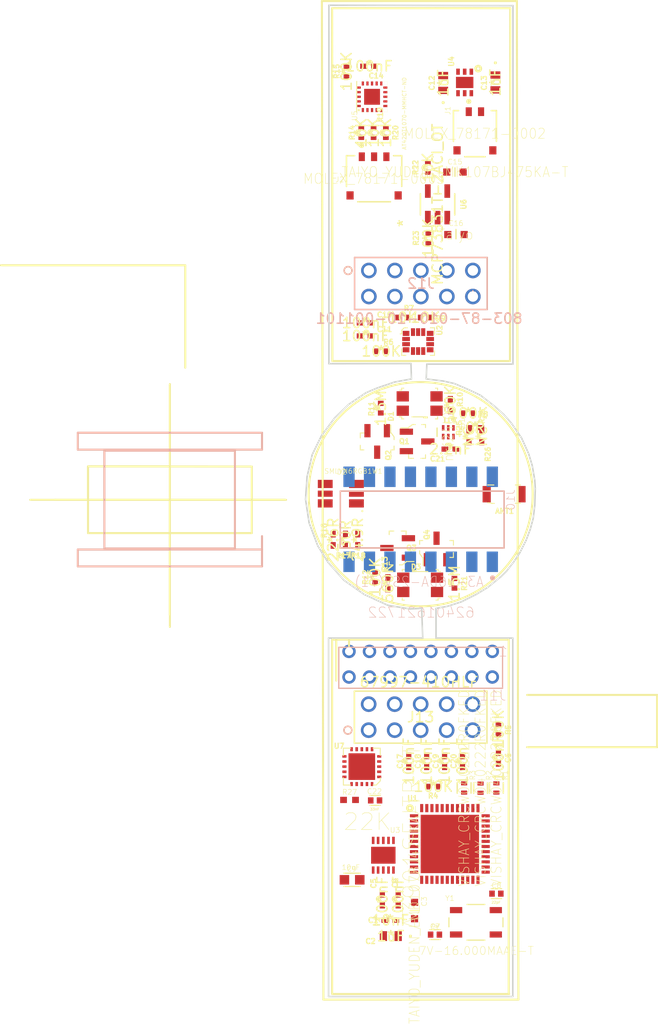
<source format=kicad_pcb>
(kicad_pcb (version 20171130) (host pcbnew "(5.0.0-3-g0214c9d)")

  (general
    (thickness 1.6)
    (drawings 108)
    (tracks 0)
    (zones 0)
    (modules 72)
    (nets 125)
  )

  (page A4)
  (layers
    (0 F.Cu signal)
    (1 In1.Cu signal)
    (2 In2.Cu signal)
    (31 B.Cu signal)
    (32 B.Adhes user)
    (33 F.Adhes user)
    (34 B.Paste user)
    (35 F.Paste user)
    (36 B.SilkS user)
    (37 F.SilkS user)
    (38 B.Mask user)
    (39 F.Mask user)
    (40 Dwgs.User user)
    (41 Cmts.User user hide)
    (42 Eco1.User user)
    (43 Eco2.User user)
    (44 Edge.Cuts user)
    (45 Margin user)
    (46 B.CrtYd user)
    (47 F.CrtYd user)
    (48 B.Fab user)
    (49 F.Fab user)
  )

  (setup
    (last_trace_width 0.1524)
    (trace_clearance 0.127)
    (zone_clearance 0.508)
    (zone_45_only no)
    (trace_min 0.127)
    (segment_width 0.2)
    (edge_width 0.15)
    (via_size 0.254)
    (via_drill 0.1016)
    (via_min_size 0.254)
    (via_min_drill 0.0508)
    (uvia_size 0.3)
    (uvia_drill 0.1)
    (uvias_allowed no)
    (uvia_min_size 0.2)
    (uvia_min_drill 0.1)
    (pcb_text_width 0.3)
    (pcb_text_size 1.5 1.5)
    (mod_edge_width 0.15)
    (mod_text_size 1 1)
    (mod_text_width 0.15)
    (pad_size 1.524 1.524)
    (pad_drill 0.762)
    (pad_to_mask_clearance 0.0508)
    (aux_axis_origin 0 0)
    (visible_elements FFFDF7FF)
    (pcbplotparams
      (layerselection 0x010fc_ffffffff)
      (usegerberextensions false)
      (usegerberattributes false)
      (usegerberadvancedattributes false)
      (creategerberjobfile false)
      (excludeedgelayer true)
      (linewidth 0.100000)
      (plotframeref false)
      (viasonmask false)
      (mode 1)
      (useauxorigin false)
      (hpglpennumber 1)
      (hpglpenspeed 20)
      (hpglpendiameter 15.000000)
      (psnegative false)
      (psa4output false)
      (plotreference true)
      (plotvalue true)
      (plotinvisibletext false)
      (padsonsilk false)
      (subtractmaskfromsilk false)
      (outputformat 1)
      (mirror false)
      (drillshape 1)
      (scaleselection 1)
      (outputdirectory ""))
  )

  (net 0 "")
  (net 1 "Net-(ANT1-Pad1)")
  (net 2 "Net-(ANT1-Pad2)")
  (net 3 "Net-(B1-Pad1)")
  (net 4 "Net-(B1-Pad6)")
  (net 5 MCU_X1_16MHZ)
  (net 6 MCU_X2_16MHZ)
  (net 7 "Net-(C22-Pad1)")
  (net 8 "Net-(D1-PadA)")
  (net 9 "Net-(D2-Pad6)")
  (net 10 "Net-(D2-Pad4)")
  (net 11 "Net-(D2-Pad5)")
  (net 12 "Net-(D3-PadA)")
  (net 13 "Net-(J1-Pad3)")
  (net 14 "Net-(J1-Pad4)")
  (net 15 "Net-(J2-Pad5)")
  (net 16 "Net-(J2-Pad4)")
  (net 17 "Net-(J2-Pad1)")
  (net 18 "Net-(J2-Pad2)")
  (net 19 "Net-(J2-Pad3)")
  (net 20 "Net-(Q1-Pad1)")
  (net 21 "Net-(Q3-Pad1)")
  (net 22 "Net-(P1-Pad2)")
  (net 23 SWDIO)
  (net 24 NRST)
  (net 25 "Net-(P1-Pad3)")
  (net 26 "Net-(P1-Pad4)")
  (net 27 SWCLK)
  (net 28 "Net-(R27-Pad2)")
  (net 29 "Net-(U1-Pad2)")
  (net 30 "Net-(U1-Pad3)")
  (net 31 "Net-(U1-Pad4)")
  (net 32 NSRT)
  (net 33 MOTOR_CONTROL1)
  (net 34 MOTOR_CONTROL2)
  (net 35 MOTOR_CONTROL3)
  (net 36 MOTOR_CONTROL4)
  (net 37 CSN)
  (net 38 SCK)
  (net 39 MISO)
  (net 40 MOSI)
  (net 41 RADIO_CE)
  (net 42 "Net-(U1-Pad27)")
  (net 43 "Net-(U1-Pad28)")
  (net 44 RADIO_CLK)
  (net 45 "Net-(U1-Pad33)")
  (net 46 "Net-(U1-Pad35)")
  (net 47 "Net-(U1-Pad36)")
  (net 48 RADIO_IRQ)
  (net 49 "Net-(U1-Pad39)")
  (net 50 "Net-(R4-Pad1)")
  (net 51 "Net-(U1-Pad45)")
  (net 52 "Net-(P3-Pad2)")
  (net 53 "Net-(P3-Pad1)")
  (net 54 "Net-(P2-Pad2)")
  (net 55 "Net-(P2-Pad1)")
  (net 56 "Net-(U3-Pad11)")
  (net 57 "Net-(U4-Pad2)")
  (net 58 "Net-(U4-Pad5)")
  (net 59 "Net-(U4-Pad7)")
  (net 60 "Net-(U7-Pad9)")
  (net 61 "Net-(Y1-Pad4)")
  (net 62 "Net-(Y1-Pad2)")
  (net 63 "Net-(R14-Pad1)")
  (net 64 "Net-(R19-Pad1)")
  (net 65 "Net-(R20-Pad1)")
  (net 66 "Net-(U2-Pad11)")
  (net 67 "Net-(U2-Pad10)")
  (net 68 "Net-(U2-Pad9)")
  (net 69 "Net-(R22-Pad2)")
  (net 70 "Net-(U5-Pad6)")
  (net 71 "Net-(U5-Pad10)")
  (net 72 "Net-(U5-Pad20)")
  (net 73 "Net-(U5-Pad16)")
  (net 74 "Net-(U5-Pad1)")
  (net 75 "Net-(U5-Pad5)")
  (net 76 "Net-(U5-Pad19)")
  (net 77 "Net-(U5-Pad17)")
  (net 78 "Net-(U5-Pad18)")
  (net 79 "Net-(U5-Pad7)")
  (net 80 15a_GND2)
  (net 81 13a_ANT2)
  (net 82 12a_ANT1)
  (net 83 14a_VDD_PA)
  (net 84 1a_3.3v)
  (net 85 22a_VBAT)
  (net 86 15a_P4-1)
  (net 87 3a_PHOTODIODE1)
  (net 88 5a_RGBLED1)
  (net 89 7a_RGBLED3)
  (net 90 9a_IO2)
  (net 91 11a_SCL)
  (net 92 4a_PHOTODIODE2)
  (net 93 6a_RGBLED2)
  (net 94 8a_IO1)
  (net 95 10a_SDA)
  (net 96 15b_P4-1)
  (net 97 14b_VDD_PA)
  (net 98 13b_ANT2)
  (net 99 12b_ANT1)
  (net 100 11b_SCL)
  (net 101 10b_SDA)
  (net 102 9b_IO2)
  (net 103 7b_RGBLED3)
  (net 104 8b_IO1)
  (net 105 5b_RGBLED1)
  (net 106 6b_RGBLED2)
  (net 107 4b_PHOTODIODE2)
  (net 108 3b_PHOTODIODE1)
  (net 109 ~29a_TOUCH_CHG~)
  (net 110 27a_CHARGING)
  (net 111 26a_SCL)
  (net 112 25a_SDA)
  (net 113 24a_IMU_INT)
  (net 114 22b_VBAT)
  (net 115 24b_IMU_INT)
  (net 116 27b_CHARGING)
  (net 117 ~29b_TOUCH_CHG~)
  (net 118 23a_GND)
  (net 119 21a_3.3v)
  (net 120 28a_P4-1)
  (net 121 "Net-(U3-Pad3)")
  (net 122 2a_GND)
  (net 123 1b_3.3v)
  (net 124 15b_GND2)

  (net_class Default "This is the default net class."
    (clearance 0.127)
    (trace_width 0.1524)
    (via_dia 0.254)
    (via_drill 0.1016)
    (uvia_dia 0.3)
    (uvia_drill 0.1)
    (add_net 10a_SDA)
    (add_net 10b_SDA)
    (add_net 11a_SCL)
    (add_net 11b_SCL)
    (add_net 12a_ANT1)
    (add_net 12b_ANT1)
    (add_net 13a_ANT2)
    (add_net 13b_ANT2)
    (add_net 14a_VDD_PA)
    (add_net 14b_VDD_PA)
    (add_net 15a_GND2)
    (add_net 15a_P4-1)
    (add_net 15b_GND2)
    (add_net 15b_P4-1)
    (add_net 1a_3.3v)
    (add_net 1b_3.3v)
    (add_net 21a_3.3v)
    (add_net 22a_VBAT)
    (add_net 22b_VBAT)
    (add_net 23a_GND)
    (add_net 24a_IMU_INT)
    (add_net 24b_IMU_INT)
    (add_net 25a_SDA)
    (add_net 26a_SCL)
    (add_net 27a_CHARGING)
    (add_net 27b_CHARGING)
    (add_net 28a_P4-1)
    (add_net 2a_GND)
    (add_net 3a_PHOTODIODE1)
    (add_net 3b_PHOTODIODE1)
    (add_net 4a_PHOTODIODE2)
    (add_net 4b_PHOTODIODE2)
    (add_net 5a_RGBLED1)
    (add_net 5b_RGBLED1)
    (add_net 6a_RGBLED2)
    (add_net 6b_RGBLED2)
    (add_net 7a_RGBLED3)
    (add_net 7b_RGBLED3)
    (add_net 8a_IO1)
    (add_net 8b_IO1)
    (add_net 9a_IO2)
    (add_net 9b_IO2)
    (add_net CSN)
    (add_net MCU_X1_16MHZ)
    (add_net MCU_X2_16MHZ)
    (add_net MISO)
    (add_net MOSI)
    (add_net MOTOR_CONTROL1)
    (add_net MOTOR_CONTROL2)
    (add_net MOTOR_CONTROL3)
    (add_net MOTOR_CONTROL4)
    (add_net NRST)
    (add_net NSRT)
    (add_net "Net-(ANT1-Pad1)")
    (add_net "Net-(ANT1-Pad2)")
    (add_net "Net-(B1-Pad1)")
    (add_net "Net-(B1-Pad6)")
    (add_net "Net-(C22-Pad1)")
    (add_net "Net-(D1-PadA)")
    (add_net "Net-(D2-Pad4)")
    (add_net "Net-(D2-Pad5)")
    (add_net "Net-(D2-Pad6)")
    (add_net "Net-(D3-PadA)")
    (add_net "Net-(J1-Pad3)")
    (add_net "Net-(J1-Pad4)")
    (add_net "Net-(J2-Pad1)")
    (add_net "Net-(J2-Pad2)")
    (add_net "Net-(J2-Pad3)")
    (add_net "Net-(J2-Pad4)")
    (add_net "Net-(J2-Pad5)")
    (add_net "Net-(P1-Pad2)")
    (add_net "Net-(P1-Pad3)")
    (add_net "Net-(P1-Pad4)")
    (add_net "Net-(P2-Pad1)")
    (add_net "Net-(P2-Pad2)")
    (add_net "Net-(P3-Pad1)")
    (add_net "Net-(P3-Pad2)")
    (add_net "Net-(Q1-Pad1)")
    (add_net "Net-(Q3-Pad1)")
    (add_net "Net-(R14-Pad1)")
    (add_net "Net-(R19-Pad1)")
    (add_net "Net-(R20-Pad1)")
    (add_net "Net-(R22-Pad2)")
    (add_net "Net-(R27-Pad2)")
    (add_net "Net-(R4-Pad1)")
    (add_net "Net-(U1-Pad2)")
    (add_net "Net-(U1-Pad27)")
    (add_net "Net-(U1-Pad28)")
    (add_net "Net-(U1-Pad3)")
    (add_net "Net-(U1-Pad33)")
    (add_net "Net-(U1-Pad35)")
    (add_net "Net-(U1-Pad36)")
    (add_net "Net-(U1-Pad39)")
    (add_net "Net-(U1-Pad4)")
    (add_net "Net-(U1-Pad45)")
    (add_net "Net-(U2-Pad10)")
    (add_net "Net-(U2-Pad11)")
    (add_net "Net-(U2-Pad9)")
    (add_net "Net-(U3-Pad11)")
    (add_net "Net-(U3-Pad3)")
    (add_net "Net-(U4-Pad2)")
    (add_net "Net-(U4-Pad5)")
    (add_net "Net-(U4-Pad7)")
    (add_net "Net-(U5-Pad1)")
    (add_net "Net-(U5-Pad10)")
    (add_net "Net-(U5-Pad16)")
    (add_net "Net-(U5-Pad17)")
    (add_net "Net-(U5-Pad18)")
    (add_net "Net-(U5-Pad19)")
    (add_net "Net-(U5-Pad20)")
    (add_net "Net-(U5-Pad5)")
    (add_net "Net-(U5-Pad6)")
    (add_net "Net-(U5-Pad7)")
    (add_net "Net-(U7-Pad9)")
    (add_net "Net-(Y1-Pad2)")
    (add_net "Net-(Y1-Pad4)")
    (add_net RADIO_CE)
    (add_net RADIO_CLK)
    (add_net RADIO_IRQ)
    (add_net SCK)
    (add_net SWCLK)
    (add_net SWDIO)
    (add_net ~29a_TOUCH_CHG~)
    (add_net ~29b_TOUCH_CHG~)
  )

  (module 16pos_2mm_RA:0877601616 (layer B.Cu) (tedit 5BD146F8) (tstamp 5BD13C56)
    (at 222.4 129.15)
    (descr "<b>WR-WTB Wire-to-Board Connectors 2.00 mm-Dual Row Male Horizontal Shrouded Header, 16 pins")
    (path /5BD6A29F)
    (fp_text reference J11 (at 7.05 3.05) (layer B.SilkS)
      (effects (font (size 1 1) (thickness 0.05)) (justify mirror))
    )
    (fp_text value 62401621722 (at 0.05 -5.05) (layer B.SilkS)
      (effects (font (size 1 1) (thickness 0.05)) (justify mirror))
    )
    (fp_text user 1 (at 8.05 -1.25) (layer B.SilkS)
      (effects (font (size 1 1) (thickness 0.05)) (justify mirror))
    )
    (fp_line (start -8 -1.65) (end 8 -1.65) (layer B.SilkS) (width 0.127))
    (fp_line (start -8.25 -2.4) (end -8.25 2.6) (layer Eco1.User) (width 0.127))
    (fp_line (start 8.25 -2.4) (end -8.25 -2.4) (layer Eco1.User) (width 0.127))
    (fp_line (start 8.25 2.6) (end 8.25 -2.4) (layer Eco1.User) (width 0.127))
    (fp_line (start -8.25 2.6) (end 8.25 2.6) (layer Eco1.User) (width 0.127))
    (fp_line (start -8 2.35) (end -8 -1.65) (layer B.SilkS) (width 0.127))
    (fp_line (start 8 -1.65) (end 8 2.35) (layer B.SilkS) (width 0.127))
    (fp_line (start 8 2.35) (end -8 2.35) (layer B.SilkS) (width 0.127))
    (fp_text user 16 (at -7.65 2.75) (layer Edge.Cuts)
      (effects (font (size 1 1) (thickness 0.05)))
    )
    (fp_text user 1 (at 8.1 -0.1) (layer Edge.Cuts)
      (effects (font (size 1 1) (thickness 0.05)))
    )
    (pad 16 thru_hole circle (at -7 1.25 180) (size 1.308 1.308) (drill 0.8) (layers *.Cu *.Mask)
      (net 124 15b_GND2))
    (pad 15 thru_hole circle (at -7 -1.25 180) (size 1.308 1.308) (drill 0.8) (layers *.Cu *.Mask)
      (net 96 15b_P4-1))
    (pad 14 thru_hole circle (at -5 1.25 180) (size 1.308 1.308) (drill 0.8) (layers *.Cu *.Mask)
      (net 97 14b_VDD_PA))
    (pad 13 thru_hole circle (at -5 -1.25 180) (size 1.308 1.308) (drill 0.8) (layers *.Cu *.Mask)
      (net 98 13b_ANT2))
    (pad 12 thru_hole circle (at -3 1.25 180) (size 1.308 1.308) (drill 0.8) (layers *.Cu *.Mask)
      (net 99 12b_ANT1))
    (pad 11 thru_hole circle (at -3 -1.25 180) (size 1.308 1.308) (drill 0.8) (layers *.Cu *.Mask)
      (net 100 11b_SCL))
    (pad 10 thru_hole circle (at -1 1.25 180) (size 1.308 1.308) (drill 0.8) (layers *.Cu *.Mask)
      (net 101 10b_SDA))
    (pad 9 thru_hole circle (at -1 -1.25 180) (size 1.308 1.308) (drill 0.8) (layers *.Cu *.Mask)
      (net 102 9b_IO2))
    (pad 7 thru_hole circle (at 1 -1.25 180) (size 1.308 1.308) (drill 0.8) (layers *.Cu *.Mask)
      (net 103 7b_RGBLED3))
    (pad 8 thru_hole circle (at 1 1.25 180) (size 1.308 1.308) (drill 0.8) (layers *.Cu *.Mask)
      (net 104 8b_IO1))
    (pad 5 thru_hole circle (at 3 -1.25 180) (size 1.308 1.308) (drill 0.8) (layers *.Cu *.Mask)
      (net 105 5b_RGBLED1))
    (pad 6 thru_hole circle (at 3 1.25 180) (size 1.308 1.308) (drill 0.8) (layers *.Cu *.Mask)
      (net 106 6b_RGBLED2))
    (pad 4 thru_hole circle (at 5 1.25 180) (size 1.308 1.308) (drill 0.8) (layers *.Cu *.Mask)
      (net 107 4b_PHOTODIODE2))
    (pad 3 thru_hole circle (at 5 -1.25 180) (size 1.308 1.308) (drill 0.8) (layers *.Cu *.Mask)
      (net 108 3b_PHOTODIODE1))
    (pad 2 thru_hole circle (at 7 1.25 180) (size 1.308 1.308) (drill 0.8) (layers *.Cu *.Mask)
      (net 124 15b_GND2))
    (pad 1 thru_hole circle (at 7 -1.25 180) (size 1.308 1.308) (drill 0.8) (layers *.Cu *.Mask)
      (net 123 1b_3.3v))
  )

  (module 16pos_2mm_SMD:A13 (layer B.Cu) (tedit 5BD13052) (tstamp 5BD12D96)
    (at 222.4 115 180)
    (descr "16 Position Receptacle Connector 0.079\" (2.00mm) Surface Mount Gold")
    (path /5BD2DB55)
    (attr smd)
    (fp_text reference J10 (at -8.8 1.9 90) (layer B.SilkS)
      (effects (font (size 0.787402 0.787402) (thickness 0.05)) (justify mirror))
    )
    (fp_text value "A3-16DA-2SV(71)" (at 0.15 -6.1 180) (layer B.SilkS)
      (effects (font (size 1 0.9) (thickness 0.05)) (justify mirror))
    )
    (fp_line (start -8.15 -3.1) (end -8.15 3.1) (layer Dwgs.User) (width 0.152))
    (fp_line (start -8.15 3.1) (end 8.2 3.1) (layer Dwgs.User) (width 0.152))
    (fp_line (start 8.2 3.1) (end 8.2 -3.1) (layer Dwgs.User) (width 0.152))
    (fp_line (start 8.2 -3.1) (end -8.15 -3.1) (layer Dwgs.User) (width 0.152))
    (fp_line (start -8.15 -5.3) (end -8.15 5.3) (layer Dwgs.User) (width 0.1))
    (fp_line (start -8.15 5.3) (end 8.2 5.3) (layer Dwgs.User) (width 0.1))
    (fp_line (start 8.2 5.3) (end 8.2 -5.3) (layer Dwgs.User) (width 0.1))
    (fp_line (start 8.2 -5.3) (end -8.15 -5.3) (layer Dwgs.User) (width 0.1))
    (fp_line (start -8.15 -2.8) (end -8.15 2.75) (layer B.SilkS) (width 0.15))
    (fp_line (start -8.15 2.75) (end 7.85 2.75) (layer B.SilkS) (width 0.15))
    (fp_line (start 7.85 2.75) (end 7.85 -2.8) (layer B.SilkS) (width 0.15))
    (fp_line (start 7.85 -2.8) (end -8.15 -2.8) (layer B.SilkS) (width 0.15))
    (fp_circle (center -7.025 -5.725) (end -6.775 -5.725) (layer B.SilkS) (width 0))
    (pad 1 smd rect (at -7 -4.15 180) (size 1.1 2) (layers B.Cu B.Paste B.Mask)
      (net 84 1a_3.3v))
    (pad 3 smd rect (at -5 -4.15 180) (size 1.1 2) (layers B.Cu B.Paste B.Mask)
      (net 87 3a_PHOTODIODE1))
    (pad 5 smd rect (at -3 -4.15 180) (size 1.1 2) (layers B.Cu B.Paste B.Mask)
      (net 88 5a_RGBLED1))
    (pad 7 smd rect (at -1 -4.15 180) (size 1.1 2) (layers B.Cu B.Paste B.Mask)
      (net 89 7a_RGBLED3))
    (pad 9 smd rect (at 1 -4.15 180) (size 1.1 2) (layers B.Cu B.Paste B.Mask)
      (net 90 9a_IO2))
    (pad 11 smd rect (at 3 -4.15 180) (size 1.1 2) (layers B.Cu B.Paste B.Mask)
      (net 91 11a_SCL))
    (pad 13 smd rect (at 5 -4.15 180) (size 1.1 2) (layers B.Cu B.Paste B.Mask)
      (net 81 13a_ANT2))
    (pad 15 smd rect (at 7 -4.15 180) (size 1.1 2) (layers B.Cu B.Paste B.Mask)
      (net 86 15a_P4-1))
    (pad 2 smd rect (at -7 4.15 180) (size 1.1 2) (layers B.Cu B.Paste B.Mask)
      (net 122 2a_GND))
    (pad 4 smd rect (at -5 4.15 180) (size 1.1 2) (layers B.Cu B.Paste B.Mask)
      (net 92 4a_PHOTODIODE2))
    (pad 6 smd rect (at -3 4.15 180) (size 1.1 2) (layers B.Cu B.Paste B.Mask)
      (net 93 6a_RGBLED2))
    (pad 8 smd rect (at -1 4.15 180) (size 1.1 2) (layers B.Cu B.Paste B.Mask)
      (net 94 8a_IO1))
    (pad 10 smd rect (at 1 4.15 180) (size 1.1 2) (layers B.Cu B.Paste B.Mask)
      (net 95 10a_SDA))
    (pad 12 smd rect (at 3 4.15 180) (size 1.1 2) (layers B.Cu B.Paste B.Mask)
      (net 82 12a_ANT1))
    (pad 14 smd rect (at 5 4.15 180) (size 1.1 2) (layers B.Cu B.Paste B.Mask)
      (net 83 14a_VDD_PA))
    (pad 16 smd rect (at 7 4.15 180) (size 1.1 2) (layers B.Cu B.Paste B.Mask)
      (net 80 15a_GND2))
  )

  (module AT42QT1070-MMHCT-ND:VQFN_20PAD (layer F.Cu) (tedit 5BCF9D5C) (tstamp 5BD09DEB)
    (at 217.65 73.75 90)
    (path /5C2F3CED)
    (attr smd)
    (fp_text reference U5 (at -1.85 -1.7 90) (layer F.SilkS)
      (effects (font (size 0.5 0.5) (thickness 0.05)))
    )
    (fp_text value AT42QT1070-MMHCT-ND (at -1.63183 3.15614 90) (layer F.SilkS)
      (effects (font (size 0.377296 0.377296) (thickness 0.05)))
    )
    (fp_circle (center -1.3 -1.3) (end -1.2 -1.3) (layer F.SilkS) (width 0))
    (fp_line (start 1.5 -1.5) (end 1.5 1.5) (layer F.SilkS) (width 0.01))
    (fp_line (start -1.5 -1.5) (end 1.5 -1.5) (layer F.SilkS) (width 0))
    (fp_line (start -1.5 1.5) (end -1.5 -1.5) (layer F.SilkS) (width 0.01))
    (fp_line (start 1.5 1.5) (end -1.5 1.5) (layer F.SilkS) (width 0.01))
    (fp_poly (pts (xy 0.775 -0.775) (xy -0.598225 -0.775) (xy -0.775 -0.598225) (xy -0.775 0.775)
      (xy 0.775 0.775)) (layer Dwgs.User) (width 0))
    (fp_poly (pts (xy -0.79 1.5) (xy -0.79 1.1) (xy -0.89 1.1) (xy -1.01 1.29)
      (xy -1.01 1.5)) (layer Dwgs.User) (width 0))
    (fp_poly (pts (xy 0.79 -1.5) (xy 0.79 -1.1) (xy 0.89 -1.1) (xy 1.01 -1.29)
      (xy 1.01 -1.5)) (layer Dwgs.User) (width 0))
    (fp_poly (pts (xy 1.5 0.79) (xy 1.1 0.79) (xy 1.1 0.89) (xy 1.29 1.01)
      (xy 1.5 1.01)) (layer Dwgs.User) (width 0))
    (fp_poly (pts (xy -1.5 -0.79) (xy -1.1 -0.79) (xy -1.1 -0.89) (xy -1.29 -1.01)
      (xy -1.5 -1.01)) (layer Dwgs.User) (width 0))
    (fp_poly (pts (xy 0.79 1.5) (xy 0.79 1.1) (xy 0.89 1.1) (xy 1.01 1.29)
      (xy 1.01 1.5)) (layer Dwgs.User) (width 0))
    (fp_poly (pts (xy -0.79 -1.5) (xy -0.79 -1.1) (xy -0.89 -1.1) (xy -1.01 -1.29)
      (xy -1.01 -1.5)) (layer Dwgs.User) (width 0))
    (fp_poly (pts (xy -1.5 0.79) (xy -1.1 0.79) (xy -1.1 0.89) (xy -1.29 1.01)
      (xy -1.5 1.01)) (layer Dwgs.User) (width 0))
    (fp_poly (pts (xy 1.5 -0.79) (xy 1.1 -0.79) (xy 1.1 -0.89) (xy 1.29 -1.01)
      (xy 1.5 -1.01)) (layer Dwgs.User) (width 0))
    (pad GND smd rect (at 0 0 270) (size 1.55 1.55) (layers F.Cu F.Paste F.Mask))
    (pad 6 smd rect (at -0.9 1.3) (size 0.4 0.22) (layers F.Cu F.Paste F.Mask)
      (net 70 "Net-(U5-Pad6)"))
    (pad 10 smd rect (at 0.9 1.3) (size 0.4 0.22) (layers F.Cu F.Paste F.Mask)
      (net 71 "Net-(U5-Pad10)"))
    (pad 20 smd rect (at -0.9 -1.3) (size 0.4 0.22) (layers F.Cu F.Paste F.Mask)
      (net 72 "Net-(U5-Pad20)"))
    (pad 16 smd rect (at 0.9 -1.3) (size 0.4 0.22) (layers F.Cu F.Paste F.Mask)
      (net 73 "Net-(U5-Pad16)"))
    (pad 1 smd rect (at -1.3 -0.9 270) (size 0.4 0.22) (layers F.Cu F.Paste F.Mask)
      (net 74 "Net-(U5-Pad1)"))
    (pad 15 smd rect (at 1.3 -0.9 270) (size 0.4 0.22) (layers F.Cu F.Paste F.Mask)
      (net 111 26a_SCL))
    (pad 5 smd rect (at -1.3 0.9 270) (size 0.4 0.22) (layers F.Cu F.Paste F.Mask)
      (net 75 "Net-(U5-Pad5)"))
    (pad 11 smd rect (at 1.3 0.9 270) (size 0.4 0.22) (layers F.Cu F.Paste F.Mask)
      (net 118 23a_GND))
    (pad 19 smd rect (at -0.45 -1.3) (size 0.4 0.22) (layers F.Cu F.Paste F.Mask)
      (net 76 "Net-(U5-Pad19)"))
    (pad 17 smd rect (at 0.45 -1.3) (size 0.4 0.22) (layers F.Cu F.Paste F.Mask)
      (net 77 "Net-(U5-Pad17)"))
    (pad 18 smd rect (at 0 -1.3) (size 0.4 0.22) (layers F.Cu F.Paste F.Mask)
      (net 78 "Net-(U5-Pad18)"))
    (pad 7 smd rect (at -0.45 1.3) (size 0.4 0.22) (layers F.Cu F.Paste F.Mask)
      (net 79 "Net-(U5-Pad7)"))
    (pad 9 smd rect (at 0.45 1.3) (size 0.4 0.22) (layers F.Cu F.Paste F.Mask)
      (net 118 23a_GND))
    (pad 8 smd rect (at 0 1.3) (size 0.4 0.22) (layers F.Cu F.Paste F.Mask)
      (net 118 23a_GND))
    (pad 2 smd rect (at -1.3 -0.45 270) (size 0.4 0.22) (layers F.Cu F.Paste F.Mask)
      (net 65 "Net-(R20-Pad1)"))
    (pad 4 smd rect (at -1.3 0.45 270) (size 0.4 0.22) (layers F.Cu F.Paste F.Mask)
      (net 63 "Net-(R14-Pad1)"))
    (pad 3 smd rect (at -1.3 0 270) (size 0.4 0.22) (layers F.Cu F.Paste F.Mask)
      (net 64 "Net-(R19-Pad1)"))
    (pad 14 smd rect (at 1.3 -0.45 270) (size 0.4 0.22) (layers F.Cu F.Paste F.Mask)
      (net 109 ~29a_TOUCH_CHG~))
    (pad 12 smd rect (at 1.3 0.45 270) (size 0.4 0.22) (layers F.Cu F.Paste F.Mask)
      (net 112 25a_SDA))
    (pad 13 smd rect (at 1.3 0 270) (size 0.4 0.22) (layers F.Cu F.Paste F.Mask)
      (net 118 23a_GND))
  )

  (module 10uF:CAPC1608X9N (layer F.Cu) (tedit 0) (tstamp 5BD02C8E)
    (at 215.7 150.2 180)
    (path /5C87B1FB)
    (attr smd)
    (fp_text reference C9 (at 0.05 1.05 180) (layer F.SilkS)
      (effects (font (size 0.480732 0.480732) (thickness 0.05)))
    )
    (fp_text value 10uF (at 0.12711 1.22026 180) (layer F.SilkS)
      (effects (font (size 0.480416 0.480416) (thickness 0.05)))
    )
    (fp_line (start -0.85 0.45) (end -0.85 -0.45) (layer Dwgs.User) (width 0.127))
    (fp_line (start -0.85 -0.45) (end 0.85 -0.45) (layer Dwgs.User) (width 0.127))
    (fp_line (start 0.85 -0.45) (end 0.85 0.45) (layer Dwgs.User) (width 0.127))
    (fp_line (start 0.85 0.45) (end -0.85 0.45) (layer Dwgs.User) (width 0.127))
    (fp_line (start -0.8 -0.645) (end 0.8 -0.645) (layer F.SilkS) (width 0.127))
    (fp_line (start -0.8 0.645) (end 0.8 0.645) (layer F.SilkS) (width 0.127))
    (fp_line (start -1.47 -0.72) (end 1.47 -0.72) (layer Eco1.User) (width 0.05))
    (fp_line (start 1.47 -0.72) (end 1.47 0.72) (layer Eco1.User) (width 0.05))
    (fp_line (start 1.47 0.72) (end -1.47 0.72) (layer Eco1.User) (width 0.05))
    (fp_line (start -1.47 0.72) (end -1.47 -0.72) (layer Eco1.User) (width 0.05))
    (pad 1 smd rect (at -0.75 0 180) (size 0.93 0.93) (layers F.Cu F.Paste F.Mask)
      (net 123 1b_3.3v))
    (pad 2 smd rect (at 0.75 0 180) (size 0.93 0.93) (layers F.Cu F.Paste F.Mask)
      (net 124 15b_GND2))
  )

  (module 1uF:0603ZD105KAT2A (layer F.Cu) (tedit 5BCF9A75) (tstamp 5BD02C44)
    (at 224.6 72.4 90)
    (path /5BCEE5F0)
    (fp_text reference C12 (at 0 -1.1 90) (layer F.SilkS)
      (effects (font (size 0.5 0.5) (thickness 0.125)))
    )
    (fp_text value 1uF (at 0 0 90) (layer F.SilkS)
      (effects (font (size 1 1) (thickness 0.15)))
    )
    (fp_circle (center -1.9177 0) (end -1.8415 0) (layer F.SilkS) (width 0.1524))
    (fp_circle (center -0.5969 0) (end -0.5207 0) (layer F.Fab) (width 0.1524))
    (fp_line (start 1.3335 0.7366) (end -1.3335 0.7366) (layer F.CrtYd) (width 0.1524))
    (fp_line (start 1.3335 -0.7366) (end 1.3335 0.7366) (layer F.CrtYd) (width 0.1524))
    (fp_line (start -1.3335 -0.7366) (end 1.3335 -0.7366) (layer F.CrtYd) (width 0.1524))
    (fp_line (start -1.3335 0.7366) (end -1.3335 -0.7366) (layer F.CrtYd) (width 0.1524))
    (fp_line (start -0.8763 -0.4826) (end -0.8763 0.4826) (layer F.Fab) (width 0.1524))
    (fp_line (start 0.8763 -0.4826) (end -0.8763 -0.4826) (layer F.Fab) (width 0.1524))
    (fp_line (start 0.8763 0.4826) (end 0.8763 -0.4826) (layer F.Fab) (width 0.1524))
    (fp_line (start -0.8763 0.4826) (end 0.8763 0.4826) (layer F.Fab) (width 0.1524))
    (fp_line (start 0.8763 -0.4826) (end 0.3683 -0.4826) (layer F.Fab) (width 0.1524))
    (fp_line (start 0.8763 0.4826) (end 0.8763 -0.4826) (layer F.Fab) (width 0.1524))
    (fp_line (start 0.3683 0.4826) (end 0.8763 0.4826) (layer F.Fab) (width 0.1524))
    (fp_line (start 0.3683 -0.4826) (end 0.3683 0.4826) (layer F.Fab) (width 0.1524))
    (fp_line (start -0.8763 0.4826) (end -0.3683 0.4826) (layer F.Fab) (width 0.1524))
    (fp_line (start -0.8763 -0.4826) (end -0.8763 0.4826) (layer F.Fab) (width 0.1524))
    (fp_line (start -0.3683 -0.4826) (end -0.8763 -0.4826) (layer F.Fab) (width 0.1524))
    (fp_line (start -0.3683 0.4826) (end -0.3683 -0.4826) (layer F.Fab) (width 0.1524))
    (fp_text user * (at 0 0 90) (layer F.Fab)
      (effects (font (size 1 1) (thickness 0.15)))
    )
    (fp_text user * (at 0 0 90) (layer F.SilkS)
      (effects (font (size 1 1) (thickness 0.15)))
    )
    (fp_text user "Copyright 2016 Accelerated Designs. All rights reserved." (at 0 0 90) (layer Cmts.User)
      (effects (font (size 0.127 0.127) (thickness 0.002)))
    )
    (pad 2 smd rect (at 0.7239 0 90) (size 0.7112 0.9652) (layers F.Cu F.Paste F.Mask)
      (net 118 23a_GND))
    (pad 1 smd rect (at -0.7239 0 90) (size 0.7112 0.9652) (layers F.Cu F.Paste F.Mask)
      (net 85 22a_VBAT))
  )

  (module 1uF:0603ZD105KAT2A (layer F.Cu) (tedit 5BCF96EC) (tstamp 5BD02C2A)
    (at 219.48206 155.696697 180)
    (path /5BD3EEE1)
    (fp_text reference C2 (at 1.98206 -0.503303 180) (layer F.SilkS)
      (effects (font (size 0.5 0.5) (thickness 0.125)))
    )
    (fp_text value 1uF (at 0 0 180) (layer F.SilkS)
      (effects (font (size 1 1) (thickness 0.15)))
    )
    (fp_text user "Copyright 2016 Accelerated Designs. All rights reserved." (at 0 0 180) (layer Cmts.User)
      (effects (font (size 0.127 0.127) (thickness 0.002)))
    )
    (fp_text user * (at 0 0 180) (layer F.SilkS)
      (effects (font (size 1 1) (thickness 0.15)))
    )
    (fp_text user * (at 0 0 180) (layer F.Fab)
      (effects (font (size 1 1) (thickness 0.15)))
    )
    (fp_line (start -0.3683 0.4826) (end -0.3683 -0.4826) (layer F.Fab) (width 0.1524))
    (fp_line (start -0.3683 -0.4826) (end -0.8763 -0.4826) (layer F.Fab) (width 0.1524))
    (fp_line (start -0.8763 -0.4826) (end -0.8763 0.4826) (layer F.Fab) (width 0.1524))
    (fp_line (start -0.8763 0.4826) (end -0.3683 0.4826) (layer F.Fab) (width 0.1524))
    (fp_line (start 0.3683 -0.4826) (end 0.3683 0.4826) (layer F.Fab) (width 0.1524))
    (fp_line (start 0.3683 0.4826) (end 0.8763 0.4826) (layer F.Fab) (width 0.1524))
    (fp_line (start 0.8763 0.4826) (end 0.8763 -0.4826) (layer F.Fab) (width 0.1524))
    (fp_line (start 0.8763 -0.4826) (end 0.3683 -0.4826) (layer F.Fab) (width 0.1524))
    (fp_line (start -0.8763 0.4826) (end 0.8763 0.4826) (layer F.Fab) (width 0.1524))
    (fp_line (start 0.8763 0.4826) (end 0.8763 -0.4826) (layer F.Fab) (width 0.1524))
    (fp_line (start 0.8763 -0.4826) (end -0.8763 -0.4826) (layer F.Fab) (width 0.1524))
    (fp_line (start -0.8763 -0.4826) (end -0.8763 0.4826) (layer F.Fab) (width 0.1524))
    (fp_line (start -1.3335 0.7366) (end -1.3335 -0.7366) (layer F.CrtYd) (width 0.1524))
    (fp_line (start -1.3335 -0.7366) (end 1.3335 -0.7366) (layer F.CrtYd) (width 0.1524))
    (fp_line (start 1.3335 -0.7366) (end 1.3335 0.7366) (layer F.CrtYd) (width 0.1524))
    (fp_line (start 1.3335 0.7366) (end -1.3335 0.7366) (layer F.CrtYd) (width 0.1524))
    (fp_circle (center -0.5969 0) (end -0.5207 0) (layer F.Fab) (width 0.1524))
    (fp_circle (center -1.9177 0) (end -1.8415 0) (layer F.SilkS) (width 0.1524))
    (pad 1 smd rect (at -0.7239 0 180) (size 0.7112 0.9652) (layers F.Cu F.Paste F.Mask)
      (net 123 1b_3.3v))
    (pad 2 smd rect (at 0.7239 0 180) (size 0.7112 0.9652) (layers F.Cu F.Paste F.Mask)
      (net 124 15b_GND2))
  )

  (module 1uF:0603ZD105KAT2A (layer F.Cu) (tedit 5BCF9A7F) (tstamp 5BD02C10)
    (at 229.7 72.35 270)
    (path /5BCEB291)
    (fp_text reference C13 (at 0.05 1.1 270) (layer F.SilkS)
      (effects (font (size 0.5 0.5) (thickness 0.125)))
    )
    (fp_text value 1uF (at 0 0 270) (layer F.SilkS)
      (effects (font (size 1 1) (thickness 0.15)))
    )
    (fp_circle (center -1.9177 0) (end -1.8415 0) (layer F.SilkS) (width 0.1524))
    (fp_circle (center -0.5969 0) (end -0.5207 0) (layer F.Fab) (width 0.1524))
    (fp_line (start 1.3335 0.7366) (end -1.3335 0.7366) (layer F.CrtYd) (width 0.1524))
    (fp_line (start 1.3335 -0.7366) (end 1.3335 0.7366) (layer F.CrtYd) (width 0.1524))
    (fp_line (start -1.3335 -0.7366) (end 1.3335 -0.7366) (layer F.CrtYd) (width 0.1524))
    (fp_line (start -1.3335 0.7366) (end -1.3335 -0.7366) (layer F.CrtYd) (width 0.1524))
    (fp_line (start -0.8763 -0.4826) (end -0.8763 0.4826) (layer F.Fab) (width 0.1524))
    (fp_line (start 0.8763 -0.4826) (end -0.8763 -0.4826) (layer F.Fab) (width 0.1524))
    (fp_line (start 0.8763 0.4826) (end 0.8763 -0.4826) (layer F.Fab) (width 0.1524))
    (fp_line (start -0.8763 0.4826) (end 0.8763 0.4826) (layer F.Fab) (width 0.1524))
    (fp_line (start 0.8763 -0.4826) (end 0.3683 -0.4826) (layer F.Fab) (width 0.1524))
    (fp_line (start 0.8763 0.4826) (end 0.8763 -0.4826) (layer F.Fab) (width 0.1524))
    (fp_line (start 0.3683 0.4826) (end 0.8763 0.4826) (layer F.Fab) (width 0.1524))
    (fp_line (start 0.3683 -0.4826) (end 0.3683 0.4826) (layer F.Fab) (width 0.1524))
    (fp_line (start -0.8763 0.4826) (end -0.3683 0.4826) (layer F.Fab) (width 0.1524))
    (fp_line (start -0.8763 -0.4826) (end -0.8763 0.4826) (layer F.Fab) (width 0.1524))
    (fp_line (start -0.3683 -0.4826) (end -0.8763 -0.4826) (layer F.Fab) (width 0.1524))
    (fp_line (start -0.3683 0.4826) (end -0.3683 -0.4826) (layer F.Fab) (width 0.1524))
    (fp_text user * (at 0 0 270) (layer F.Fab)
      (effects (font (size 1 1) (thickness 0.15)))
    )
    (fp_text user * (at 0 0 270) (layer F.SilkS)
      (effects (font (size 1 1) (thickness 0.15)))
    )
    (fp_text user "Copyright 2016 Accelerated Designs. All rights reserved." (at 0 0 270) (layer Cmts.User)
      (effects (font (size 0.127 0.127) (thickness 0.002)))
    )
    (pad 2 smd rect (at 0.7239 0 270) (size 0.7112 0.9652) (layers F.Cu F.Paste F.Mask)
      (net 118 23a_GND))
    (pad 1 smd rect (at -0.7239 0 270) (size 0.7112 0.9652) (layers F.Cu F.Paste F.Mask)
      (net 119 21a_3.3v))
  )

  (module 33nF:CAPC1005X55N (layer F.Cu) (tedit 5BCF9458) (tstamp 5BD02ABD)
    (at 217.95 142.45)
    (path /5C7B126D)
    (attr smd)
    (fp_text reference C22 (at -0.064499 -0.881896) (layer F.SilkS)
      (effects (font (size 0.5 0.5) (thickness 0.05)))
    )
    (fp_text value 33nF (at -0.038286 0.854076) (layer F.SilkS)
      (effects (font (size 0.241833 0.241833) (thickness 0.05)))
    )
    (fp_line (start 0.53 -0.28) (end -0.53 -0.28) (layer Dwgs.User) (width 0.127))
    (fp_line (start -0.53 -0.28) (end -0.53 0.28) (layer Dwgs.User) (width 0.127))
    (fp_line (start -0.53 0.28) (end 0.53 0.28) (layer Dwgs.User) (width 0.127))
    (fp_line (start 0.53 0.28) (end 0.53 -0.28) (layer Dwgs.User) (width 0.127))
    (fp_line (start 0.5 -0.48) (end -0.5 -0.48) (layer F.SilkS) (width 0.127))
    (fp_line (start -0.5 0.48) (end 0.5 0.48) (layer F.SilkS) (width 0.127))
    (fp_line (start 0.85 -0.54) (end -0.85 -0.54) (layer Eco1.User) (width 0.05))
    (fp_line (start -0.85 -0.54) (end -0.85 0.54) (layer Eco1.User) (width 0.05))
    (fp_line (start -0.85 0.54) (end 0.85 0.54) (layer Eco1.User) (width 0.05))
    (fp_line (start 0.85 0.54) (end 0.85 -0.54) (layer Eco1.User) (width 0.05))
    (pad 1 smd rect (at -0.43 0 90) (size 0.6 0.54) (layers F.Cu F.Paste F.Mask)
      (net 7 "Net-(C22-Pad1)"))
    (pad 2 smd rect (at 0.43 0 90) (size 0.6 0.54) (layers F.Cu F.Paste F.Mask)
      (net 124 15b_GND2))
  )

  (module JOHANSON_2450BM14A0002T:JOHANSON_2450BM14A0002T_0 (layer F.Cu) (tedit 5BCF9ACA) (tstamp 5BD029AB)
    (at 225.1 106.5 270)
    (descr "2.45 GHz Impedance Matched Balun-Filter")
    (path /5BCCE6A6)
    (attr smd)
    (fp_text reference B1 (at -0.9 -1.35 270) (layer F.SilkS)
      (effects (font (size 0.5 0.5) (thickness 0.05)))
    )
    (fp_text value nrf24l01 (at 0 0 270) (layer F.SilkS)
      (effects (font (size 1 0.9) (thickness 0.05)))
    )
    (fp_line (start -0.4 0.8) (end -0.4 -0.8) (layer Dwgs.User) (width 0.15))
    (fp_line (start -0.4 -0.8) (end 0.4 -0.8) (layer Dwgs.User) (width 0.15))
    (fp_line (start 0.4 -0.8) (end 0.4 0.8) (layer Dwgs.User) (width 0.15))
    (fp_line (start 0.4 0.8) (end -0.4 0.8) (layer Dwgs.User) (width 0.15))
    (fp_line (start -0.4 -1.1) (end 0.4 -1.1) (layer F.SilkS) (width 0.15))
    (fp_line (start -0.4 1.1) (end 0.4 1.1) (layer F.SilkS) (width 0.15))
    (fp_line (start -0.8 0.95) (end -0.8 -0.95) (layer Dwgs.User) (width 0.1))
    (fp_line (start -0.8 -0.95) (end 0.8 -0.95) (layer Dwgs.User) (width 0.1))
    (fp_line (start 0.8 -0.95) (end 0.8 0.95) (layer Dwgs.User) (width 0.1))
    (fp_line (start 0.8 0.95) (end -0.8 0.95) (layer Dwgs.User) (width 0.1))
    (fp_circle (center -1.275 -0.5) (end -1.025 -0.5) (layer F.SilkS) (width 0))
    (pad 1 smd rect (at -0.425 -0.5 270) (size 0.55 0.25) (layers F.Cu F.Paste F.Mask)
      (net 3 "Net-(B1-Pad1)"))
    (pad 2 smd rect (at -0.425 0 270) (size 0.55 0.25) (layers F.Cu F.Paste F.Mask)
      (net 122 2a_GND))
    (pad 3 smd rect (at -0.425 0.5 270) (size 0.55 0.25) (layers F.Cu F.Paste F.Mask)
      (net 81 13a_ANT2))
    (pad 4 smd rect (at 0.425 0.5 270) (size 0.55 0.25) (layers F.Cu F.Paste F.Mask)
      (net 82 12a_ANT1))
    (pad 5 smd rect (at 0.425 0 270) (size 0.55 0.25) (layers F.Cu F.Paste F.Mask)
      (net 83 14a_VDD_PA))
    (pad 6 smd rect (at 0.425 -0.5 270) (size 0.55 0.25) (layers F.Cu F.Paste F.Mask)
      (net 4 "Net-(B1-Pad6)"))
  )

  (module 22pf_GRM1555C1H220JA01D:CAPC1005X55N (layer F.Cu) (tedit 5BCF95D5) (tstamp 5BCED4DD)
    (at 223.8 155.55 180)
    (path /5BDAB652)
    (attr smd)
    (fp_text reference C7 (at 0 0.8 180) (layer F.SilkS)
      (effects (font (size 0.5 0.5) (thickness 0.05)))
    )
    (fp_text value 22pF (at -0.038151 0.851042 180) (layer F.SilkS)
      (effects (font (size 0.240973 0.240973) (thickness 0.05)))
    )
    (fp_line (start 0.53 -0.28) (end -0.53 -0.28) (layer Dwgs.User) (width 0.127))
    (fp_line (start -0.53 -0.28) (end -0.53 0.28) (layer Dwgs.User) (width 0.127))
    (fp_line (start -0.53 0.28) (end 0.53 0.28) (layer Dwgs.User) (width 0.127))
    (fp_line (start 0.53 0.28) (end 0.53 -0.28) (layer Dwgs.User) (width 0.127))
    (fp_line (start 0.5 -0.48) (end -0.5 -0.48) (layer F.SilkS) (width 0.127))
    (fp_line (start -0.5 0.48) (end 0.5 0.48) (layer F.SilkS) (width 0.127))
    (fp_line (start 0.85 -0.54) (end -0.85 -0.54) (layer Eco1.User) (width 0.05))
    (fp_line (start -0.85 -0.54) (end -0.85 0.54) (layer Eco1.User) (width 0.05))
    (fp_line (start -0.85 0.54) (end 0.85 0.54) (layer Eco1.User) (width 0.05))
    (fp_line (start 0.85 0.54) (end 0.85 -0.54) (layer Eco1.User) (width 0.05))
    (pad 1 smd rect (at -0.43 0 270) (size 0.6 0.54) (layers F.Cu F.Paste F.Mask)
      (net 5 MCU_X1_16MHZ))
    (pad 2 smd rect (at 0.43 0 270) (size 0.6 0.54) (layers F.Cu F.Paste F.Mask)
      (net 124 15b_GND2))
  )

  (module 22pf_GRM1555C1H220JA01D:CAPC1005X55N (layer F.Cu) (tedit 5BCF95DA) (tstamp 5BCED4BF)
    (at 229.8 151.55)
    (path /5BDAB751)
    (attr smd)
    (fp_text reference C8 (at 0 -0.8) (layer F.SilkS)
      (effects (font (size 0.5 0.5) (thickness 0.05)))
    )
    (fp_text value 22pF (at -0.038151 0.851042) (layer F.SilkS)
      (effects (font (size 0.240973 0.240973) (thickness 0.05)))
    )
    (fp_line (start 0.53 -0.28) (end -0.53 -0.28) (layer Dwgs.User) (width 0.127))
    (fp_line (start -0.53 -0.28) (end -0.53 0.28) (layer Dwgs.User) (width 0.127))
    (fp_line (start -0.53 0.28) (end 0.53 0.28) (layer Dwgs.User) (width 0.127))
    (fp_line (start 0.53 0.28) (end 0.53 -0.28) (layer Dwgs.User) (width 0.127))
    (fp_line (start 0.5 -0.48) (end -0.5 -0.48) (layer F.SilkS) (width 0.127))
    (fp_line (start -0.5 0.48) (end 0.5 0.48) (layer F.SilkS) (width 0.127))
    (fp_line (start 0.85 -0.54) (end -0.85 -0.54) (layer Eco1.User) (width 0.05))
    (fp_line (start -0.85 -0.54) (end -0.85 0.54) (layer Eco1.User) (width 0.05))
    (fp_line (start -0.85 0.54) (end 0.85 0.54) (layer Eco1.User) (width 0.05))
    (fp_line (start 0.85 0.54) (end 0.85 -0.54) (layer Eco1.User) (width 0.05))
    (pad 1 smd rect (at -0.43 0 90) (size 0.6 0.54) (layers F.Cu F.Paste F.Mask)
      (net 6 MCU_X2_16MHZ))
    (pad 2 smd rect (at 0.43 0 90) (size 0.6 0.54) (layers F.Cu F.Paste F.Mask)
      (net 124 15b_GND2))
  )

  (module TAIYO_YUDEN_LMK107BJ475KA-T:TAIYO_YUDEN_LMK107BJ475KA-T_0 (layer F.Cu) (tedit 5BCF9706) (tstamp 5BCE9DE9)
    (at 221.8 153.2 90)
    (descr "4.7µF ±10% 10V Ceramic Capacitor X5R 0603")
    (path /5BD4DCAA)
    (attr smd)
    (fp_text reference C3 (at 0.886128 0.945423 90) (layer F.SilkS)
      (effects (font (size 0.5 0.5) (thickness 0.05)))
    )
    (fp_text value TAIYO_YUDEN_LMK107BJ475KA-T (at 0 0 90) (layer F.SilkS)
      (effects (font (size 1 0.9) (thickness 0.05)))
    )
    (fp_line (start -0.8 0.4) (end -0.8 -0.4) (layer Dwgs.User) (width 0.15))
    (fp_line (start -0.8 -0.4) (end 0.8 -0.4) (layer Dwgs.User) (width 0.15))
    (fp_line (start 0.8 -0.4) (end 0.8 0.4) (layer Dwgs.User) (width 0.15))
    (fp_line (start 0.8 0.4) (end -0.8 0.4) (layer Dwgs.User) (width 0.15))
    (fp_line (start -1.25 0.55) (end -1.25 -0.55) (layer Dwgs.User) (width 0.1))
    (fp_line (start -1.25 -0.55) (end 1.25 -0.55) (layer Dwgs.User) (width 0.1))
    (fp_line (start 1.25 -0.55) (end 1.25 0.55) (layer Dwgs.User) (width 0.1))
    (fp_line (start 1.25 0.55) (end -1.25 0.55) (layer Dwgs.User) (width 0.1))
    (fp_line (start 0 0.4) (end 0 -0.4) (layer F.SilkS) (width 0.15))
    (pad 1 smd rect (at -0.8 0 90) (size 0.7 0.7) (layers F.Cu F.Paste F.Mask)
      (net 123 1b_3.3v))
    (pad 2 smd rect (at 0.8 0 90) (size 0.7 0.7) (layers F.Cu F.Paste F.Mask)
      (net 124 15b_GND2))
  )

  (module TAIYO_YUDEN_LMK107BJ475KA-T:TAIYO_YUDEN_LMK107BJ475KA-T_0 (layer F.Cu) (tedit 5BCF9A1B) (tstamp 5BCE9E50)
    (at 225.75 81.1)
    (descr "4.7µF ±10% 10V Ceramic Capacitor X5R 0603")
    (path /5BD270CE)
    (attr smd)
    (fp_text reference C15 (at 0 -1) (layer F.SilkS)
      (effects (font (size 0.5 0.5) (thickness 0.05)))
    )
    (fp_text value TAIYO_YUDEN_LMK107BJ475KA-T (at 0 0) (layer F.SilkS)
      (effects (font (size 1 0.9) (thickness 0.05)))
    )
    (fp_line (start 0 0.4) (end 0 -0.4) (layer F.SilkS) (width 0.15))
    (fp_line (start 1.25 0.55) (end -1.25 0.55) (layer Dwgs.User) (width 0.1))
    (fp_line (start 1.25 -0.55) (end 1.25 0.55) (layer Dwgs.User) (width 0.1))
    (fp_line (start -1.25 -0.55) (end 1.25 -0.55) (layer Dwgs.User) (width 0.1))
    (fp_line (start -1.25 0.55) (end -1.25 -0.55) (layer Dwgs.User) (width 0.1))
    (fp_line (start 0.8 0.4) (end -0.8 0.4) (layer Dwgs.User) (width 0.15))
    (fp_line (start 0.8 -0.4) (end 0.8 0.4) (layer Dwgs.User) (width 0.15))
    (fp_line (start -0.8 -0.4) (end 0.8 -0.4) (layer Dwgs.User) (width 0.15))
    (fp_line (start -0.8 0.4) (end -0.8 -0.4) (layer Dwgs.User) (width 0.15))
    (pad 2 smd rect (at 0.8 0) (size 0.7 0.7) (layers F.Cu F.Paste F.Mask)
      (net 118 23a_GND))
    (pad 1 smd rect (at -0.8 0) (size 0.7 0.7) (layers F.Cu F.Paste F.Mask)
      (net 120 28a_P4-1))
  )

  (module TAIYO_YUDEN_LMK107BJ475KA-T:TAIYO_YUDEN_LMK107BJ475KA-T_0 (layer F.Cu) (tedit 5BCF9A26) (tstamp 5BCE9E5F)
    (at 225.85 87.2)
    (descr "4.7µF ±10% 10V Ceramic Capacitor X5R 0603")
    (path /5BD26EAB)
    (attr smd)
    (fp_text reference C16 (at 0 -1.1) (layer F.SilkS)
      (effects (font (size 0.5 0.5) (thickness 0.05)))
    )
    (fp_text value Taiyo (at 0 0) (layer F.SilkS)
      (effects (font (size 1 0.9) (thickness 0.05)))
    )
    (fp_line (start 0 0.4) (end 0 -0.4) (layer F.SilkS) (width 0.15))
    (fp_line (start 1.25 0.55) (end -1.25 0.55) (layer Dwgs.User) (width 0.1))
    (fp_line (start 1.25 -0.55) (end 1.25 0.55) (layer Dwgs.User) (width 0.1))
    (fp_line (start -1.25 -0.55) (end 1.25 -0.55) (layer Dwgs.User) (width 0.1))
    (fp_line (start -1.25 0.55) (end -1.25 -0.55) (layer Dwgs.User) (width 0.1))
    (fp_line (start 0.8 0.4) (end -0.8 0.4) (layer Dwgs.User) (width 0.15))
    (fp_line (start 0.8 -0.4) (end 0.8 0.4) (layer Dwgs.User) (width 0.15))
    (fp_line (start -0.8 -0.4) (end 0.8 -0.4) (layer Dwgs.User) (width 0.15))
    (fp_line (start -0.8 0.4) (end -0.8 -0.4) (layer Dwgs.User) (width 0.15))
    (pad 2 smd rect (at 0.8 0) (size 0.7 0.7) (layers F.Cu F.Paste F.Mask)
      (net 118 23a_GND))
    (pad 1 smd rect (at -0.8 0) (size 0.7 0.7) (layers F.Cu F.Paste F.Mask)
      (net 85 22a_VBAT))
  )

  (module SMLVN6RGB1W1:LED310X280X60-6N (layer F.Cu) (tedit 5BCF9AFE) (tstamp 5BCE9EA3)
    (at 214.6 112.5 180)
    (path /5C1560B4)
    (attr smd)
    (fp_text reference D2 (at -0.098309 2.119884 180) (layer F.SilkS)
      (effects (font (size 0.5 0.5) (thickness 0.05)))
    )
    (fp_text value SMLVN6RGB1W1 (at -1.22656 2.19618 180) (layer F.SilkS)
      (effects (font (size 0.480216 0.480216) (thickness 0.05)))
    )
    (fp_line (start -1.55 1.4) (end 1.55 1.4) (layer Dwgs.User) (width 0.127))
    (fp_line (start 1.55 1.4) (end 1.55 -1.4) (layer Dwgs.User) (width 0.127))
    (fp_line (start 1.55 -1.4) (end -0.8 -1.4) (layer Dwgs.User) (width 0.127))
    (fp_line (start -0.8 -1.4) (end -1.55 -1.4) (layer Dwgs.User) (width 0.127))
    (fp_line (start -1.55 -1.4) (end -1.55 1.4) (layer Dwgs.User) (width 0.127))
    (fp_line (start -0.8 -1.4) (end -1.5 -0.7) (layer Dwgs.User) (width 0.127))
    (fp_circle (center -2.1 -1.7) (end -2 -1.7) (layer F.SilkS) (width 0))
    (fp_line (start -2.75 -2) (end 2.75 -2) (layer Eco1.User) (width 0.127))
    (fp_line (start 2.75 -2) (end 2.75 1.75) (layer Eco1.User) (width 0.127))
    (fp_line (start 2.75 1.75) (end -2.75 1.75) (layer Eco1.User) (width 0.127))
    (fp_line (start -2.75 1.75) (end -2.75 -2) (layer Eco1.User) (width 0.127))
    (pad 1 smd rect (at -1.525 -0.95 180) (size 1.45 0.8) (layers F.Cu F.Paste F.Mask)
      (net 84 1a_3.3v))
    (pad 3 smd rect (at -1.525 0.95 180) (size 1.45 0.8) (layers F.Cu F.Paste F.Mask)
      (net 84 1a_3.3v))
    (pad 6 smd rect (at 1.525 -0.95 180) (size 1.45 0.8) (layers F.Cu F.Paste F.Mask)
      (net 9 "Net-(D2-Pad6)"))
    (pad 4 smd rect (at 1.525 0.95 180) (size 1.45 0.8) (layers F.Cu F.Paste F.Mask)
      (net 10 "Net-(D2-Pad4)"))
    (pad 2 smd rect (at -1.525 0 180) (size 1.45 0.6) (layers F.Cu F.Paste F.Mask)
      (net 84 1a_3.3v))
    (pad 5 smd rect (at 1.525 0 180) (size 1.45 0.6) (layers F.Cu F.Paste F.Mask)
      (net 11 "Net-(D2-Pad5)"))
  )

  (module MOLEX_78171-0002:MOLEX_78171-0002_0 (layer F.Cu) (tedit 5BCF9A6C) (tstamp 5BCE9ED8)
    (at 227.7 77.35)
    (descr "2 Positions Plug Connector 0.047\" (1.20mm) Surface Mount Gold")
    (path /5BCFC482)
    (attr smd)
    (fp_text reference J1 (at -2.65 -2.25 90) (layer F.SilkS)
      (effects (font (size 0.5 0.5) (thickness 0.05)))
    )
    (fp_text value MOLEX_78171-0002 (at 0 0) (layer F.SilkS)
      (effects (font (size 1 0.9) (thickness 0.05)))
    )
    (fp_circle (center -0.6 -3.145) (end -0.35 -3.145) (layer F.SilkS) (width 0))
    (fp_line (start 2.3 2.55) (end -2.3 2.55) (layer Dwgs.User) (width 0.1))
    (fp_line (start 2.3 -2.67) (end 2.3 2.55) (layer Dwgs.User) (width 0.1))
    (fp_line (start -2.3 -2.67) (end 2.3 -2.67) (layer Dwgs.User) (width 0.1))
    (fp_line (start -2.3 2.55) (end -2.3 -2.67) (layer Dwgs.User) (width 0.1))
    (fp_line (start 1 2.25) (end -1 2.25) (layer F.SilkS) (width 0.15))
    (fp_line (start 2.1 0.75) (end 2.1 -2.25) (layer F.SilkS) (width 0.15))
    (fp_line (start 1.6 -2.25) (end 2.1 -2.25) (layer F.SilkS) (width 0.15))
    (fp_line (start -2.1 0.75) (end -2.1 -2.25) (layer F.SilkS) (width 0.15))
    (fp_line (start -1.6 -2.25) (end -2.1 -2.25) (layer F.SilkS) (width 0.15))
    (fp_line (start 2.1 2.25) (end -2.1 2.25) (layer Dwgs.User) (width 0.15))
    (fp_line (start 2.1 -2.25) (end 2.1 2.25) (layer Dwgs.User) (width 0.15))
    (fp_line (start -2.1 -2.25) (end 2.1 -2.25) (layer Dwgs.User) (width 0.15))
    (fp_line (start -2.1 2.25) (end -2.1 -2.25) (layer Dwgs.User) (width 0.15))
    (pad 2 smd rect (at 0.6 -2.145) (size 0.6 0.85) (layers F.Cu F.Paste F.Mask)
      (net 118 23a_GND))
    (pad 1 smd rect (at -0.6 -2.145) (size 0.6 0.85) (layers F.Cu F.Paste F.Mask)
      (net 85 22a_VBAT))
    (pad 4 smd rect (at 1.75 1.63) (size 0.7 0.8) (layers F.Cu F.Paste F.Mask)
      (net 14 "Net-(J1-Pad4)"))
    (pad 3 smd rect (at -1.75 1.63) (size 0.7 0.8) (layers F.Cu F.Paste F.Mask)
      (net 13 "Net-(J1-Pad3)"))
  )

  (module MOLEX_78171-0003:MOLEX_78171-0003_0 (layer F.Cu) (tedit 5BCF9A2D) (tstamp 5BCE9EEF)
    (at 217.85 81.75)
    (descr "Pico-EZmate Wire-to-Board Header, Vertical, Housing Height 1.55mm, with Side Friction Locks, 3 Circuits")
    (path /5C3A7A3F)
    (attr smd)
    (fp_text reference J2 (at -3.351874 0.084579) (layer F.SilkS)
      (effects (font (size 0.5 0.5) (thickness 0.05)))
    )
    (fp_text value MOLEX_78171-0003 (at 0 0) (layer F.SilkS)
      (effects (font (size 1 0.9) (thickness 0.05)))
    )
    (fp_circle (center -1.225 -3.245) (end -0.975 -3.245) (layer F.SilkS) (width 0))
    (fp_line (start -1.6 2.25) (end 1.6 2.25) (layer F.SilkS) (width 0.15))
    (fp_line (start -2.7 0.75) (end -2.7 -2.25) (layer F.SilkS) (width 0.15))
    (fp_line (start -1.9 -2.25) (end -2.7 -2.25) (layer F.SilkS) (width 0.15))
    (fp_line (start 1.9 -2.25) (end 2.7 -2.25) (layer F.SilkS) (width 0.15))
    (fp_line (start 2.7 0.75) (end 2.7 -2.25) (layer F.SilkS) (width 0.15))
    (fp_line (start 2.9 2.55) (end -2.9 2.55) (layer Dwgs.User) (width 0.1))
    (fp_line (start 2.9 -2.67) (end 2.9 2.55) (layer Dwgs.User) (width 0.1))
    (fp_line (start -2.9 -2.67) (end 2.9 -2.67) (layer Dwgs.User) (width 0.1))
    (fp_line (start -2.9 2.55) (end -2.9 -2.67) (layer Dwgs.User) (width 0.1))
    (fp_line (start 2.7 2.25) (end -2.7 2.25) (layer Dwgs.User) (width 0.15))
    (fp_line (start 2.7 -2.25) (end 2.7 2.25) (layer Dwgs.User) (width 0.15))
    (fp_line (start -2.7 -2.25) (end 2.7 -2.25) (layer Dwgs.User) (width 0.15))
    (fp_line (start -2.7 2.25) (end -2.7 -2.25) (layer Dwgs.User) (width 0.15))
    (pad 3 smd rect (at 1.2 -2.145) (size 0.6 0.85) (layers F.Cu F.Paste F.Mask)
      (net 19 "Net-(J2-Pad3)"))
    (pad 2 smd rect (at 0 -2.145) (size 0.6 0.85) (layers F.Cu F.Paste F.Mask)
      (net 18 "Net-(J2-Pad2)"))
    (pad 1 smd rect (at -1.2 -2.145) (size 0.6 0.85) (layers F.Cu F.Paste F.Mask)
      (net 17 "Net-(J2-Pad1)"))
    (pad 4 smd rect (at -2.35 1.63) (size 0.7 0.8) (layers F.Cu F.Paste F.Mask)
      (net 16 "Net-(J2-Pad4)"))
    (pad 5 smd rect (at 2.35 1.63) (size 0.7 0.8) (layers F.Cu F.Paste F.Mask)
      (net 15 "Net-(J2-Pad5)"))
  )

  (module 22r:VISHAY_CRCW040222R0FKED_0 (layer F.Cu) (tedit 5BCF9ADE) (tstamp 5BCE9F6F)
    (at 229.797158 141.232684 270)
    (descr "Standard Thick Film Chip Resistors")
    (path /5BD81D39)
    (attr smd)
    (fp_text reference R1 (at -1.247165 -0.825248 270) (layer F.SilkS)
      (effects (font (size 0.5 0.5) (thickness 0.05)))
    )
    (fp_text value VISHAY_CRCW040222R0FKED (at 0 0 270) (layer F.SilkS)
      (effects (font (size 1 0.9) (thickness 0.05)))
    )
    (fp_line (start -0.5 0.25) (end -0.5 -0.25) (layer Dwgs.User) (width 0.15))
    (fp_line (start -0.5 -0.25) (end 0.5 -0.25) (layer Dwgs.User) (width 0.15))
    (fp_line (start 0.5 -0.25) (end 0.5 0.25) (layer Dwgs.User) (width 0.15))
    (fp_line (start 0.5 0.25) (end -0.5 0.25) (layer Dwgs.User) (width 0.15))
    (fp_line (start -0.75 0.4) (end -0.75 -0.4) (layer Dwgs.User) (width 0.1))
    (fp_line (start -0.75 -0.4) (end 0.75 -0.4) (layer Dwgs.User) (width 0.1))
    (fp_line (start 0.75 -0.4) (end 0.75 0.4) (layer Dwgs.User) (width 0.1))
    (fp_line (start 0.75 0.4) (end -0.75 0.4) (layer Dwgs.User) (width 0.1))
    (fp_line (start -0.5 -0.675) (end 0.5 -0.675) (layer F.SilkS) (width 0.15))
    (fp_line (start -0.5 0.675) (end 0.5 0.675) (layer F.SilkS) (width 0.15))
    (pad 1 smd rect (at -0.45 0 270) (size 0.4 0.6) (layers F.Cu F.Paste F.Mask)
      (net 22 "Net-(P1-Pad2)"))
    (pad 2 smd rect (at 0.45 0 270) (size 0.4 0.6) (layers F.Cu F.Paste F.Mask)
      (net 23 SWDIO))
  )

  (module 22r:VISHAY_CRCW040222R0FKED_0 (layer F.Cu) (tedit 5BCF9AD8) (tstamp 5BCE9F7F)
    (at 228.25 141.25 270)
    (descr "Standard Thick Film Chip Resistors")
    (path /5BD81E35)
    (attr smd)
    (fp_text reference R2 (at -1.247165 -0.825248 270) (layer F.SilkS)
      (effects (font (size 0.5 0.5) (thickness 0.05)))
    )
    (fp_text value VISHAY_CRCW040222R0FKED (at 0 0 270) (layer F.SilkS)
      (effects (font (size 1 0.9) (thickness 0.05)))
    )
    (fp_line (start -0.5 0.25) (end -0.5 -0.25) (layer Dwgs.User) (width 0.15))
    (fp_line (start -0.5 -0.25) (end 0.5 -0.25) (layer Dwgs.User) (width 0.15))
    (fp_line (start 0.5 -0.25) (end 0.5 0.25) (layer Dwgs.User) (width 0.15))
    (fp_line (start 0.5 0.25) (end -0.5 0.25) (layer Dwgs.User) (width 0.15))
    (fp_line (start -0.75 0.4) (end -0.75 -0.4) (layer Dwgs.User) (width 0.1))
    (fp_line (start -0.75 -0.4) (end 0.75 -0.4) (layer Dwgs.User) (width 0.1))
    (fp_line (start 0.75 -0.4) (end 0.75 0.4) (layer Dwgs.User) (width 0.1))
    (fp_line (start 0.75 0.4) (end -0.75 0.4) (layer Dwgs.User) (width 0.1))
    (fp_line (start -0.5 -0.675) (end 0.5 -0.675) (layer F.SilkS) (width 0.15))
    (fp_line (start -0.5 0.675) (end 0.5 0.675) (layer F.SilkS) (width 0.15))
    (pad 1 smd rect (at -0.45 0 270) (size 0.4 0.6) (layers F.Cu F.Paste F.Mask)
      (net 25 "Net-(P1-Pad3)"))
    (pad 2 smd rect (at 0.45 0 270) (size 0.4 0.6) (layers F.Cu F.Paste F.Mask)
      (net 24 NRST))
  )

  (module 22r:VISHAY_CRCW040222R0FKED_0 (layer F.Cu) (tedit 5BCF9ACF) (tstamp 5BCE9F8F)
    (at 226.647158 141.232684 270)
    (descr "Standard Thick Film Chip Resistors")
    (path /5BD81ED4)
    (attr smd)
    (fp_text reference R3 (at -1.247165 -0.825248 270) (layer F.SilkS)
      (effects (font (size 0.5 0.5) (thickness 0.05)))
    )
    (fp_text value VISHAY_CRCW040222R0FKED (at 0 0 270) (layer F.SilkS)
      (effects (font (size 1 0.9) (thickness 0.05)))
    )
    (fp_line (start -0.5 0.25) (end -0.5 -0.25) (layer Dwgs.User) (width 0.15))
    (fp_line (start -0.5 -0.25) (end 0.5 -0.25) (layer Dwgs.User) (width 0.15))
    (fp_line (start 0.5 -0.25) (end 0.5 0.25) (layer Dwgs.User) (width 0.15))
    (fp_line (start 0.5 0.25) (end -0.5 0.25) (layer Dwgs.User) (width 0.15))
    (fp_line (start -0.75 0.4) (end -0.75 -0.4) (layer Dwgs.User) (width 0.1))
    (fp_line (start -0.75 -0.4) (end 0.75 -0.4) (layer Dwgs.User) (width 0.1))
    (fp_line (start 0.75 -0.4) (end 0.75 0.4) (layer Dwgs.User) (width 0.1))
    (fp_line (start 0.75 0.4) (end -0.75 0.4) (layer Dwgs.User) (width 0.1))
    (fp_line (start -0.5 -0.675) (end 0.5 -0.675) (layer F.SilkS) (width 0.15))
    (fp_line (start -0.5 0.675) (end 0.5 0.675) (layer F.SilkS) (width 0.15))
    (pad 1 smd rect (at -0.45 0 270) (size 0.4 0.6) (layers F.Cu F.Paste F.Mask)
      (net 26 "Net-(P1-Pad4)"))
    (pad 2 smd rect (at 0.45 0 270) (size 0.4 0.6) (layers F.Cu F.Paste F.Mask)
      (net 27 SWCLK))
  )

  (module 22K:RESC1005X40N (layer F.Cu) (tedit 5BCF9447) (tstamp 5BCE9F9F)
    (at 215.45 142.4)
    (path /5C7FBAB0)
    (attr smd)
    (fp_text reference R27 (at 0.014499 -0.768104) (layer F.SilkS)
      (effects (font (size 0.5 0.5) (thickness 0.05)))
    )
    (fp_text value 22K (at 1.75592 2.13766) (layer F.SilkS)
      (effects (font (size 1.64312 1.64312) (thickness 0.05)))
    )
    (fp_line (start -0.254 0.3048) (end -0.254 -0.3048) (layer Dwgs.User) (width 0))
    (fp_line (start -0.254 -0.3048) (end -0.5588 -0.3048) (layer Dwgs.User) (width 0))
    (fp_line (start -0.5588 0.3048) (end -0.254 0.3048) (layer Dwgs.User) (width 0))
    (fp_line (start 0.254 -0.3048) (end 0.254 0.3048) (layer Dwgs.User) (width 0))
    (fp_line (start 0.254 0.3048) (end 0.5588 0.3048) (layer Dwgs.User) (width 0))
    (fp_line (start 0.5588 -0.3048) (end 0.254 -0.3048) (layer Dwgs.User) (width 0))
    (fp_line (start -0.254 0.3048) (end 0.254 0.3048) (layer Dwgs.User) (width 0))
    (fp_line (start 0.5588 0.3048) (end 0.5588 -0.3048) (layer Dwgs.User) (width 0))
    (fp_line (start 0.254 -0.3048) (end -0.254 -0.3048) (layer Dwgs.User) (width 0))
    (fp_line (start -0.5588 -0.3048) (end -0.5588 0.3048) (layer Dwgs.User) (width 0))
    (pad 1 smd rect (at -0.5842 0) (size 0.6604 0.6096) (layers F.Cu F.Paste F.Mask)
      (net 124 15b_GND2))
    (pad 2 smd rect (at 0.5842 0) (size 0.6604 0.6096) (layers F.Cu F.Paste F.Mask)
      (net 28 "Net-(R27-Pad2)"))
  )

  (module STM32F051C8U6:QFN50P700X700X65-49N-D (layer F.Cu) (tedit 5BCF95C3) (tstamp 5BCE9FDE)
    (at 225.25 146.7)
    (descr UFQFPN48)
    (tags "Integrated Circuit")
    (path /5BCF00C2)
    (attr smd)
    (fp_text reference U1 (at -3.65 -4.45) (layer F.SilkS)
      (effects (font (size 0.5 0.5) (thickness 0.125)))
    )
    (fp_text value STM32F051C8U6 (at 0 0) (layer F.SilkS) hide
      (effects (font (size 1.27 1.27) (thickness 0.254)))
    )
    (fp_circle (center -3.9 -3.5) (end -3.775 -3.5) (layer F.SilkS) (width 0.254))
    (fp_line (start -3.5 -3) (end -3 -3.5) (layer Dwgs.User) (width 0.1))
    (fp_line (start -3.5 3.5) (end -3.5 -3.5) (layer Dwgs.User) (width 0.1))
    (fp_line (start 3.5 3.5) (end -3.5 3.5) (layer Dwgs.User) (width 0.1))
    (fp_line (start 3.5 -3.5) (end 3.5 3.5) (layer Dwgs.User) (width 0.1))
    (fp_line (start -3.5 -3.5) (end 3.5 -3.5) (layer Dwgs.User) (width 0.1))
    (fp_line (start -4.125 4.125) (end -4.125 -4.125) (layer Dwgs.User) (width 0.05))
    (fp_line (start 4.125 4.125) (end -4.125 4.125) (layer Dwgs.User) (width 0.05))
    (fp_line (start 4.125 -4.125) (end 4.125 4.125) (layer Dwgs.User) (width 0.05))
    (fp_line (start -4.125 -4.125) (end 4.125 -4.125) (layer Dwgs.User) (width 0.05))
    (pad 49 smd rect (at 0 0) (size 5.7 5.7) (layers F.Cu F.Paste F.Mask)
      (net 124 15b_GND2))
    (pad 48 smd rect (at -2.75 -3.5) (size 0.3 0.8) (layers F.Cu F.Paste F.Mask)
      (net 123 1b_3.3v))
    (pad 47 smd rect (at -2.25 -3.5) (size 0.3 0.8) (layers F.Cu F.Paste F.Mask)
      (net 124 15b_GND2))
    (pad 46 smd rect (at -1.75 -3.5) (size 0.3 0.8) (layers F.Cu F.Paste F.Mask)
      (net 108 3b_PHOTODIODE1))
    (pad 45 smd rect (at -1.25 -3.5) (size 0.3 0.8) (layers F.Cu F.Paste F.Mask)
      (net 51 "Net-(U1-Pad45)"))
    (pad 44 smd rect (at -0.75 -3.5) (size 0.3 0.8) (layers F.Cu F.Paste F.Mask)
      (net 50 "Net-(R4-Pad1)"))
    (pad 43 smd rect (at -0.25 -3.5) (size 0.3 0.8) (layers F.Cu F.Paste F.Mask)
      (net 101 10b_SDA))
    (pad 42 smd rect (at 0.25 -3.5) (size 0.3 0.8) (layers F.Cu F.Paste F.Mask)
      (net 100 11b_SCL))
    (pad 41 smd rect (at 0.75 -3.5) (size 0.3 0.8) (layers F.Cu F.Paste F.Mask)
      (net 102 9b_IO2))
    (pad 40 smd rect (at 1.25 -3.5) (size 0.3 0.8) (layers F.Cu F.Paste F.Mask)
      (net 104 8b_IO1))
    (pad 39 smd rect (at 1.75 -3.5) (size 0.3 0.8) (layers F.Cu F.Paste F.Mask)
      (net 49 "Net-(U1-Pad39)"))
    (pad 38 smd rect (at 2.25 -3.5) (size 0.3 0.8) (layers F.Cu F.Paste F.Mask)
      (net 48 RADIO_IRQ))
    (pad 37 smd rect (at 2.75 -3.5) (size 0.3 0.8) (layers F.Cu F.Paste F.Mask)
      (net 27 SWCLK))
    (pad 36 smd rect (at 3.5 -2.75 90) (size 0.3 0.8) (layers F.Cu F.Paste F.Mask)
      (net 47 "Net-(U1-Pad36)"))
    (pad 35 smd rect (at 3.5 -2.25 90) (size 0.3 0.8) (layers F.Cu F.Paste F.Mask)
      (net 46 "Net-(U1-Pad35)"))
    (pad 34 smd rect (at 3.5 -1.75 90) (size 0.3 0.8) (layers F.Cu F.Paste F.Mask)
      (net 23 SWDIO))
    (pad 33 smd rect (at 3.5 -1.25 90) (size 0.3 0.8) (layers F.Cu F.Paste F.Mask)
      (net 45 "Net-(U1-Pad33)"))
    (pad 32 smd rect (at 3.5 -0.75 90) (size 0.3 0.8) (layers F.Cu F.Paste F.Mask)
      (net 106 6b_RGBLED2))
    (pad 31 smd rect (at 3.5 -0.25 90) (size 0.3 0.8) (layers F.Cu F.Paste F.Mask)
      (net 105 5b_RGBLED1))
    (pad 30 smd rect (at 3.5 0.25 90) (size 0.3 0.8) (layers F.Cu F.Paste F.Mask)
      (net 103 7b_RGBLED3))
    (pad 29 smd rect (at 3.5 0.75 90) (size 0.3 0.8) (layers F.Cu F.Paste F.Mask)
      (net 44 RADIO_CLK))
    (pad 28 smd rect (at 3.5 1.25 90) (size 0.3 0.8) (layers F.Cu F.Paste F.Mask)
      (net 43 "Net-(U1-Pad28)"))
    (pad 27 smd rect (at 3.5 1.75 90) (size 0.3 0.8) (layers F.Cu F.Paste F.Mask)
      (net 42 "Net-(U1-Pad27)"))
    (pad 26 smd rect (at 3.5 2.25 90) (size 0.3 0.8) (layers F.Cu F.Paste F.Mask)
      (net 116 27b_CHARGING))
    (pad 25 smd rect (at 3.5 2.75 90) (size 0.3 0.8) (layers F.Cu F.Paste F.Mask)
      (net 115 24b_IMU_INT))
    (pad 24 smd rect (at 2.75 3.5) (size 0.3 0.8) (layers F.Cu F.Paste F.Mask)
      (net 123 1b_3.3v))
    (pad 23 smd rect (at 2.25 3.5) (size 0.3 0.8) (layers F.Cu F.Paste F.Mask)
      (net 124 15b_GND2))
    (pad 22 smd rect (at 1.75 3.5) (size 0.3 0.8) (layers F.Cu F.Paste F.Mask)
      (net 101 10b_SDA))
    (pad 21 smd rect (at 1.25 3.5) (size 0.3 0.8) (layers F.Cu F.Paste F.Mask)
      (net 100 11b_SCL))
    (pad 20 smd rect (at 0.75 3.5) (size 0.3 0.8) (layers F.Cu F.Paste F.Mask)
      (net 117 ~29b_TOUCH_CHG~))
    (pad 19 smd rect (at 0.25 3.5) (size 0.3 0.8) (layers F.Cu F.Paste F.Mask)
      (net 107 4b_PHOTODIODE2))
    (pad 18 smd rect (at -0.25 3.5) (size 0.3 0.8) (layers F.Cu F.Paste F.Mask)
      (net 41 RADIO_CE))
    (pad 17 smd rect (at -0.75 3.5) (size 0.3 0.8) (layers F.Cu F.Paste F.Mask)
      (net 40 MOSI))
    (pad 16 smd rect (at -1.25 3.5) (size 0.3 0.8) (layers F.Cu F.Paste F.Mask)
      (net 39 MISO))
    (pad 15 smd rect (at -1.75 3.5) (size 0.3 0.8) (layers F.Cu F.Paste F.Mask)
      (net 38 SCK))
    (pad 14 smd rect (at -2.25 3.5) (size 0.3 0.8) (layers F.Cu F.Paste F.Mask)
      (net 37 CSN))
    (pad 13 smd rect (at -2.75 3.5) (size 0.3 0.8) (layers F.Cu F.Paste F.Mask)
      (net 36 MOTOR_CONTROL4))
    (pad 12 smd rect (at -3.5 2.75 90) (size 0.3 0.8) (layers F.Cu F.Paste F.Mask)
      (net 35 MOTOR_CONTROL3))
    (pad 11 smd rect (at -3.5 2.25 90) (size 0.3 0.8) (layers F.Cu F.Paste F.Mask)
      (net 34 MOTOR_CONTROL2))
    (pad 10 smd rect (at -3.5 1.75 90) (size 0.3 0.8) (layers F.Cu F.Paste F.Mask)
      (net 33 MOTOR_CONTROL1))
    (pad 9 smd rect (at -3.5 1.25 90) (size 0.3 0.8) (layers F.Cu F.Paste F.Mask)
      (net 123 1b_3.3v))
    (pad 8 smd rect (at -3.5 0.75 90) (size 0.3 0.8) (layers F.Cu F.Paste F.Mask)
      (net 124 15b_GND2))
    (pad 7 smd rect (at -3.5 0.25 90) (size 0.3 0.8) (layers F.Cu F.Paste F.Mask)
      (net 32 NSRT))
    (pad 6 smd rect (at -3.5 -0.25 90) (size 0.3 0.8) (layers F.Cu F.Paste F.Mask)
      (net 6 MCU_X2_16MHZ))
    (pad 5 smd rect (at -3.5 -0.75 90) (size 0.3 0.8) (layers F.Cu F.Paste F.Mask)
      (net 5 MCU_X1_16MHZ))
    (pad 4 smd rect (at -3.5 -1.25 90) (size 0.3 0.8) (layers F.Cu F.Paste F.Mask)
      (net 31 "Net-(U1-Pad4)"))
    (pad 3 smd rect (at -3.5 -1.75 90) (size 0.3 0.8) (layers F.Cu F.Paste F.Mask)
      (net 30 "Net-(U1-Pad3)"))
    (pad 2 smd rect (at -3.5 -2.25 90) (size 0.3 0.8) (layers F.Cu F.Paste F.Mask)
      (net 29 "Net-(U1-Pad2)"))
    (pad 1 smd rect (at -3.5 -2.75 90) (size 0.3 0.8) (layers F.Cu F.Paste F.Mask)
      (net 114 22b_VBAT))
  )

  (module A3901SEJTR-T:DFN300X300X75-11N (layer F.Cu) (tedit 5BCF969B) (tstamp 5BCE9FF4)
    (at 218.75 147.8 90)
    (path /5C29E9B4)
    (attr smd)
    (fp_text reference U3 (at 2.45 1.15 180) (layer F.SilkS)
      (effects (font (size 0.5 0.5) (thickness 0.05)))
    )
    (fp_text value A3901SEJTR-T (at 1.75343 2.76994 90) (layer F.SilkS)
      (effects (font (size 1.64079 1.64079) (thickness 0.05)))
    )
    (fp_arc (start 0 -1.4986) (end -0.3048 -1.4986) (angle -180) (layer Dwgs.User) (width 0))
    (fp_line (start -1.4986 -1.4986) (end -1.4986 1.4986) (layer Dwgs.User) (width 0))
    (fp_line (start -0.3048 -1.4986) (end -1.4986 -1.4986) (layer Dwgs.User) (width 0))
    (fp_line (start 0.3048 -1.4986) (end -0.3048 -1.4986) (layer Dwgs.User) (width 0))
    (fp_line (start 1.4986 -1.4986) (end 0.3048 -1.4986) (layer Dwgs.User) (width 0))
    (fp_line (start 1.4986 1.4986) (end 1.4986 -1.4986) (layer Dwgs.User) (width 0))
    (fp_line (start -1.4986 1.4986) (end 1.4986 1.4986) (layer Dwgs.User) (width 0))
    (pad 11 smd rect (at 0 0 90) (size 1.651 2.3876) (layers F.Cu F.Paste F.Mask)
      (net 56 "Net-(U3-Pad11)"))
    (pad 10 smd rect (at 1.4478 -0.9906 90) (size 0.7112 0.254) (layers F.Cu F.Paste F.Mask)
      (net 55 "Net-(P2-Pad1)"))
    (pad 9 smd rect (at 1.4478 -0.508 90) (size 0.7112 0.254) (layers F.Cu F.Paste F.Mask)
      (net 54 "Net-(P2-Pad2)"))
    (pad 8 smd rect (at 1.4478 0 90) (size 0.7112 0.254) (layers F.Cu F.Paste F.Mask)
      (net 123 1b_3.3v))
    (pad 7 smd rect (at 1.4478 0.508 90) (size 0.7112 0.254) (layers F.Cu F.Paste F.Mask)
      (net 53 "Net-(P3-Pad1)"))
    (pad 6 smd rect (at 1.4478 0.9906 90) (size 0.7112 0.254) (layers F.Cu F.Paste F.Mask)
      (net 52 "Net-(P3-Pad2)"))
    (pad 5 smd rect (at -1.4478 0.9906 90) (size 0.7112 0.254) (layers F.Cu F.Paste F.Mask)
      (net 36 MOTOR_CONTROL4))
    (pad 4 smd rect (at -1.4478 0.508 90) (size 0.7112 0.254) (layers F.Cu F.Paste F.Mask)
      (net 35 MOTOR_CONTROL3))
    (pad 3 smd rect (at -1.4478 0 90) (size 0.7112 0.254) (layers F.Cu F.Paste F.Mask)
      (net 121 "Net-(U3-Pad3)"))
    (pad 2 smd rect (at -1.4478 -0.508 90) (size 0.7112 0.254) (layers F.Cu F.Paste F.Mask)
      (net 34 MOTOR_CONTROL2))
    (pad 1 smd rect (at -1.4478 -0.9906 90) (size 0.7112 0.254) (layers F.Cu F.Paste F.Mask)
      (net 33 MOTOR_CONTROL1))
  )

  (module ADP122ACPZ-3.3-R7:SON65P200X200X60-7N-D (layer F.Cu) (tedit 5BCF9A65) (tstamp 5BCEA009)
    (at 226.7 72.35 270)
    (descr CP-6-3)
    (tags "Integrated Circuit")
    (path /5BCEAE74)
    (attr smd)
    (fp_text reference U4 (at -2.05 1.3 270) (layer F.SilkS)
      (effects (font (size 0.5 0.5) (thickness 0.125)))
    )
    (fp_text value ADP122ACPZ-3.3-R7 (at 0 0 270) (layer F.SilkS) hide
      (effects (font (size 1.27 1.27) (thickness 0.254)))
    )
    (fp_circle (center -1.35 -1.325) (end -1.225 -1.325) (layer F.SilkS) (width 0.254))
    (fp_line (start -1 -0.5) (end -0.5 -1) (layer Dwgs.User) (width 0.1))
    (fp_line (start -1 1) (end -1 -1) (layer Dwgs.User) (width 0.1))
    (fp_line (start 1 1) (end -1 1) (layer Dwgs.User) (width 0.1))
    (fp_line (start 1 -1) (end 1 1) (layer Dwgs.User) (width 0.1))
    (fp_line (start -1 -1) (end 1 -1) (layer Dwgs.User) (width 0.1))
    (fp_line (start -1.6 1.25) (end -1.6 -1.25) (layer Dwgs.User) (width 0.05))
    (fp_line (start 1.6 1.25) (end -1.6 1.25) (layer Dwgs.User) (width 0.05))
    (fp_line (start 1.6 -1.25) (end 1.6 1.25) (layer Dwgs.User) (width 0.05))
    (fp_line (start -1.6 -1.25) (end 1.6 -1.25) (layer Dwgs.User) (width 0.05))
    (pad 7 smd rect (at 0 0 270) (size 1.1 1.7) (layers F.Cu F.Paste F.Mask)
      (net 59 "Net-(U4-Pad7)"))
    (pad 6 smd rect (at 1.05 -0.65) (size 0.35 0.6) (layers F.Cu F.Paste F.Mask)
      (net 85 22a_VBAT))
    (pad 5 smd rect (at 1.05 0) (size 0.35 0.6) (layers F.Cu F.Paste F.Mask)
      (net 58 "Net-(U4-Pad5)"))
    (pad 4 smd rect (at 1.05 0.65) (size 0.35 0.6) (layers F.Cu F.Paste F.Mask)
      (net 85 22a_VBAT))
    (pad 3 smd rect (at -1.05 0.65) (size 0.35 0.6) (layers F.Cu F.Paste F.Mask)
      (net 118 23a_GND))
    (pad 2 smd rect (at -1.05 0) (size 0.35 0.6) (layers F.Cu F.Paste F.Mask)
      (net 57 "Net-(U4-Pad2)"))
    (pad 1 smd rect (at -1.05 -0.65) (size 0.35 0.6) (layers F.Cu F.Paste F.Mask)
      (net 119 21a_3.3v))
  )

  (module TXC-7V-16.000MAAE-T:OSCCC500X320X105N (layer F.Cu) (tedit 5BCF95D0) (tstamp 5BCEA049)
    (at 227.8 154.35)
    (path /5BD93688)
    (attr smd)
    (fp_text reference Y1 (at -2.55 -2.35) (layer F.SilkS)
      (effects (font (size 0.5 0.5) (thickness 0.05)))
    )
    (fp_text value 7V-16.000MAAE-T (at 0.04067 2.7796) (layer F.SilkS)
      (effects (font (size 0.801543 0.801543) (thickness 0.05)))
    )
    (fp_line (start -2.58 1.68) (end -2.58 -1.68) (layer Dwgs.User) (width 0.127))
    (fp_line (start -2.58 -1.68) (end 2.58 -1.68) (layer Dwgs.User) (width 0.127))
    (fp_line (start 2.58 -1.68) (end 2.58 1.68) (layer Dwgs.User) (width 0.127))
    (fp_line (start 2.58 1.68) (end -2.58 1.68) (layer Dwgs.User) (width 0.127))
    (fp_line (start -0.87 -1.74) (end 0.87 -1.74) (layer F.SilkS) (width 0.127))
    (fp_line (start 2.64 -0.435) (end 2.64 0.435) (layer F.SilkS) (width 0.127))
    (fp_line (start -0.87 1.74) (end 0.87 1.74) (layer F.SilkS) (width 0.127))
    (fp_line (start -2.64 -0.435) (end -2.64 0.435) (layer F.SilkS) (width 0.127))
    (fp_line (start -2.89 1.99) (end 2.89 1.99) (layer Eco1.User) (width 0.05))
    (fp_line (start 2.89 1.99) (end 2.89 -1.99) (layer Eco1.User) (width 0.05))
    (fp_line (start 2.89 -1.99) (end -2.89 -1.99) (layer Eco1.User) (width 0.05))
    (fp_line (start -2.89 -1.99) (end -2.89 1.99) (layer Eco1.User) (width 0.05))
    (pad 4 smd rect (at -1.94 -1.19) (size 1.2 0.6) (layers F.Cu F.Paste F.Mask)
      (net 61 "Net-(Y1-Pad4)"))
    (pad 3 smd rect (at 1.94 -1.19) (size 1.2 0.6) (layers F.Cu F.Paste F.Mask)
      (net 6 MCU_X2_16MHZ))
    (pad 1 smd rect (at -1.94 1.19) (size 1.2 0.6) (layers F.Cu F.Paste F.Mask)
      (net 5 MCU_X1_16MHZ))
    (pad 2 smd rect (at 1.94 1.19) (size 1.2 0.6) (layers F.Cu F.Paste F.Mask)
      (net 62 "Net-(Y1-Pad2)"))
  )

  (module 10nF:C0402C103J3RACTU (layer F.Cu) (tedit 5BCF96F3) (tstamp 5BD09A97)
    (at 219.43206 154.146697 180)
    (path /5BD5A1F8)
    (fp_text reference C1 (at 1.68206 -0.003303 180) (layer F.SilkS)
      (effects (font (size 0.5 0.5) (thickness 0.125)))
    )
    (fp_text value 10nF (at 0 0 180) (layer F.SilkS)
      (effects (font (size 1 1) (thickness 0.15)))
    )
    (fp_text user "Copyright 2016 Accelerated Designs. All rights reserved." (at 0 0 180) (layer Cmts.User)
      (effects (font (size 0.127 0.127) (thickness 0.002)))
    )
    (fp_text user * (at 0 0 180) (layer F.SilkS)
      (effects (font (size 1 1) (thickness 0.15)))
    )
    (fp_text user * (at 0 0 180) (layer F.Fab)
      (effects (font (size 1 1) (thickness 0.15)))
    )
    (fp_line (start -0.2032 0.254) (end -0.2032 -0.254) (layer F.Fab) (width 0.1524))
    (fp_line (start -0.2032 -0.254) (end -0.508 -0.254) (layer F.Fab) (width 0.1524))
    (fp_line (start -0.508 -0.254) (end -0.508 0.254) (layer F.Fab) (width 0.1524))
    (fp_line (start -0.508 0.254) (end -0.2032 0.254) (layer F.Fab) (width 0.1524))
    (fp_line (start 0.2032 -0.254) (end 0.2032 0.254) (layer F.Fab) (width 0.1524))
    (fp_line (start 0.2032 0.254) (end 0.508 0.254) (layer F.Fab) (width 0.1524))
    (fp_line (start 0.508 0.254) (end 0.508 -0.254) (layer F.Fab) (width 0.1524))
    (fp_line (start 0.508 -0.254) (end 0.2032 -0.254) (layer F.Fab) (width 0.1524))
    (fp_line (start -0.508 0.254) (end 0.508 0.254) (layer F.Fab) (width 0.1524))
    (fp_line (start 0.508 0.254) (end 0.508 -0.254) (layer F.Fab) (width 0.1524))
    (fp_line (start 0.508 -0.254) (end -0.508 -0.254) (layer F.Fab) (width 0.1524))
    (fp_line (start -0.508 -0.254) (end -0.508 0.254) (layer F.Fab) (width 0.1524))
    (fp_line (start -1.1176 0.508) (end -1.1176 -0.508) (layer F.CrtYd) (width 0.1524))
    (fp_line (start -1.1176 -0.508) (end 1.1176 -0.508) (layer F.CrtYd) (width 0.1524))
    (fp_line (start 1.1176 -0.508) (end 1.1176 0.508) (layer F.CrtYd) (width 0.1524))
    (fp_line (start 1.1176 0.508) (end -1.1176 0.508) (layer F.CrtYd) (width 0.1524))
    (pad 1 smd rect (at -0.5334 0 180) (size 0.6604 0.508) (layers F.Cu F.Paste F.Mask)
      (net 123 1b_3.3v))
    (pad 2 smd rect (at 0.5334 0 180) (size 0.6604 0.508) (layers F.Cu F.Paste F.Mask)
      (net 124 15b_GND2))
  )

  (module 100nf:C0402C104K4RACTU (layer F.Cu) (tedit 5BCF970D) (tstamp 5BD09AB0)
    (at 220.204577 152.136128 90)
    (path /5BD40C6E)
    (fp_text reference C4 (at 1.636128 -0.304577 90) (layer F.SilkS)
      (effects (font (size 0.5 0.5) (thickness 0.125)))
    )
    (fp_text value 100nF (at 0 0 90) (layer F.SilkS)
      (effects (font (size 1 1) (thickness 0.15)))
    )
    (fp_text user "Copyright 2016 Accelerated Designs. All rights reserved." (at 0 0 90) (layer Cmts.User)
      (effects (font (size 0.127 0.127) (thickness 0.002)))
    )
    (fp_text user * (at 0 0 90) (layer F.SilkS)
      (effects (font (size 1 1) (thickness 0.15)))
    )
    (fp_text user * (at 0 0 90) (layer F.Fab)
      (effects (font (size 1 1) (thickness 0.15)))
    )
    (fp_line (start -0.2032 0.254) (end -0.2032 -0.254) (layer F.Fab) (width 0.1524))
    (fp_line (start -0.2032 -0.254) (end -0.508 -0.254) (layer F.Fab) (width 0.1524))
    (fp_line (start -0.508 -0.254) (end -0.508 0.254) (layer F.Fab) (width 0.1524))
    (fp_line (start -0.508 0.254) (end -0.2032 0.254) (layer F.Fab) (width 0.1524))
    (fp_line (start 0.2032 -0.254) (end 0.2032 0.254) (layer F.Fab) (width 0.1524))
    (fp_line (start 0.2032 0.254) (end 0.508 0.254) (layer F.Fab) (width 0.1524))
    (fp_line (start 0.508 0.254) (end 0.508 -0.254) (layer F.Fab) (width 0.1524))
    (fp_line (start 0.508 -0.254) (end 0.2032 -0.254) (layer F.Fab) (width 0.1524))
    (fp_line (start -0.508 0.254) (end 0.508 0.254) (layer F.Fab) (width 0.1524))
    (fp_line (start 0.508 0.254) (end 0.508 -0.254) (layer F.Fab) (width 0.1524))
    (fp_line (start 0.508 -0.254) (end -0.508 -0.254) (layer F.Fab) (width 0.1524))
    (fp_line (start -0.508 -0.254) (end -0.508 0.254) (layer F.Fab) (width 0.1524))
    (fp_line (start -1.1176 0.508) (end -1.1176 -0.508) (layer F.CrtYd) (width 0.1524))
    (fp_line (start -1.1176 -0.508) (end 1.1176 -0.508) (layer F.CrtYd) (width 0.1524))
    (fp_line (start 1.1176 -0.508) (end 1.1176 0.508) (layer F.CrtYd) (width 0.1524))
    (fp_line (start 1.1176 0.508) (end -1.1176 0.508) (layer F.CrtYd) (width 0.1524))
    (pad 1 smd rect (at -0.5334 0 90) (size 0.6604 0.508) (layers F.Cu F.Paste F.Mask)
      (net 123 1b_3.3v))
    (pad 2 smd rect (at 0.5334 0 90) (size 0.6604 0.508) (layers F.Cu F.Paste F.Mask)
      (net 124 15b_GND2))
  )

  (module 100nf:C0402C104K4RACTU (layer F.Cu) (tedit 5BCF96FA) (tstamp 5BD09AC9)
    (at 218.654577 152.136128 90)
    (path /5BD427E3)
    (fp_text reference C5 (at 1.58206 -0.853303 90) (layer F.SilkS)
      (effects (font (size 0.5 0.5) (thickness 0.125)))
    )
    (fp_text value 100nF (at 0 0 90) (layer F.SilkS)
      (effects (font (size 1 1) (thickness 0.15)))
    )
    (fp_text user "Copyright 2016 Accelerated Designs. All rights reserved." (at 0 0 90) (layer Cmts.User)
      (effects (font (size 0.127 0.127) (thickness 0.002)))
    )
    (fp_text user * (at 0 0 90) (layer F.SilkS)
      (effects (font (size 1 1) (thickness 0.15)))
    )
    (fp_text user * (at 0 0 90) (layer F.Fab)
      (effects (font (size 1 1) (thickness 0.15)))
    )
    (fp_line (start -0.2032 0.254) (end -0.2032 -0.254) (layer F.Fab) (width 0.1524))
    (fp_line (start -0.2032 -0.254) (end -0.508 -0.254) (layer F.Fab) (width 0.1524))
    (fp_line (start -0.508 -0.254) (end -0.508 0.254) (layer F.Fab) (width 0.1524))
    (fp_line (start -0.508 0.254) (end -0.2032 0.254) (layer F.Fab) (width 0.1524))
    (fp_line (start 0.2032 -0.254) (end 0.2032 0.254) (layer F.Fab) (width 0.1524))
    (fp_line (start 0.2032 0.254) (end 0.508 0.254) (layer F.Fab) (width 0.1524))
    (fp_line (start 0.508 0.254) (end 0.508 -0.254) (layer F.Fab) (width 0.1524))
    (fp_line (start 0.508 -0.254) (end 0.2032 -0.254) (layer F.Fab) (width 0.1524))
    (fp_line (start -0.508 0.254) (end 0.508 0.254) (layer F.Fab) (width 0.1524))
    (fp_line (start 0.508 0.254) (end 0.508 -0.254) (layer F.Fab) (width 0.1524))
    (fp_line (start 0.508 -0.254) (end -0.508 -0.254) (layer F.Fab) (width 0.1524))
    (fp_line (start -0.508 -0.254) (end -0.508 0.254) (layer F.Fab) (width 0.1524))
    (fp_line (start -1.1176 0.508) (end -1.1176 -0.508) (layer F.CrtYd) (width 0.1524))
    (fp_line (start -1.1176 -0.508) (end 1.1176 -0.508) (layer F.CrtYd) (width 0.1524))
    (fp_line (start 1.1176 -0.508) (end 1.1176 0.508) (layer F.CrtYd) (width 0.1524))
    (fp_line (start 1.1176 0.508) (end -1.1176 0.508) (layer F.CrtYd) (width 0.1524))
    (pad 1 smd rect (at -0.5334 0 90) (size 0.6604 0.508) (layers F.Cu F.Paste F.Mask)
      (net 123 1b_3.3v))
    (pad 2 smd rect (at 0.5334 0 90) (size 0.6604 0.508) (layers F.Cu F.Paste F.Mask)
      (net 124 15b_GND2))
  )

  (module 100nf:C0402C104K4RACTU (layer F.Cu) (tedit 5BCF95AC) (tstamp 5BD09AE2)
    (at 230 138.3 270)
    (path /5BF60EAB)
    (fp_text reference C6 (at 0 -0.95 270) (layer F.SilkS)
      (effects (font (size 0.5 0.5) (thickness 0.125)))
    )
    (fp_text value 100nF (at 0 0 270) (layer F.SilkS)
      (effects (font (size 1 1) (thickness 0.15)))
    )
    (fp_text user "Copyright 2016 Accelerated Designs. All rights reserved." (at 0 0 270) (layer Cmts.User)
      (effects (font (size 0.127 0.127) (thickness 0.002)))
    )
    (fp_text user * (at 0 0 270) (layer F.SilkS)
      (effects (font (size 1 1) (thickness 0.15)))
    )
    (fp_text user * (at 0 0 270) (layer F.Fab)
      (effects (font (size 1 1) (thickness 0.15)))
    )
    (fp_line (start -0.2032 0.254) (end -0.2032 -0.254) (layer F.Fab) (width 0.1524))
    (fp_line (start -0.2032 -0.254) (end -0.508 -0.254) (layer F.Fab) (width 0.1524))
    (fp_line (start -0.508 -0.254) (end -0.508 0.254) (layer F.Fab) (width 0.1524))
    (fp_line (start -0.508 0.254) (end -0.2032 0.254) (layer F.Fab) (width 0.1524))
    (fp_line (start 0.2032 -0.254) (end 0.2032 0.254) (layer F.Fab) (width 0.1524))
    (fp_line (start 0.2032 0.254) (end 0.508 0.254) (layer F.Fab) (width 0.1524))
    (fp_line (start 0.508 0.254) (end 0.508 -0.254) (layer F.Fab) (width 0.1524))
    (fp_line (start 0.508 -0.254) (end 0.2032 -0.254) (layer F.Fab) (width 0.1524))
    (fp_line (start -0.508 0.254) (end 0.508 0.254) (layer F.Fab) (width 0.1524))
    (fp_line (start 0.508 0.254) (end 0.508 -0.254) (layer F.Fab) (width 0.1524))
    (fp_line (start 0.508 -0.254) (end -0.508 -0.254) (layer F.Fab) (width 0.1524))
    (fp_line (start -0.508 -0.254) (end -0.508 0.254) (layer F.Fab) (width 0.1524))
    (fp_line (start -1.1176 0.508) (end -1.1176 -0.508) (layer F.CrtYd) (width 0.1524))
    (fp_line (start -1.1176 -0.508) (end 1.1176 -0.508) (layer F.CrtYd) (width 0.1524))
    (fp_line (start 1.1176 -0.508) (end 1.1176 0.508) (layer F.CrtYd) (width 0.1524))
    (fp_line (start 1.1176 0.508) (end -1.1176 0.508) (layer F.CrtYd) (width 0.1524))
    (pad 1 smd rect (at -0.5334 0 270) (size 0.6604 0.508) (layers F.Cu F.Paste F.Mask)
      (net 24 NRST))
    (pad 2 smd rect (at 0.5334 0 270) (size 0.6604 0.508) (layers F.Cu F.Paste F.Mask)
      (net 124 15b_GND2))
  )

  (module 100nf:C0402C104K4RACTU (layer F.Cu) (tedit 5BCF9AA1) (tstamp 5BD09AFB)
    (at 217.015419 95.829221)
    (path /5BCE52B2)
    (fp_text reference C10 (at 1.85 -0.8) (layer F.SilkS)
      (effects (font (size 0.5 0.5) (thickness 0.125)))
    )
    (fp_text value 100nF (at 0 0) (layer F.SilkS)
      (effects (font (size 1 1) (thickness 0.15)))
    )
    (fp_line (start 1.1176 0.508) (end -1.1176 0.508) (layer F.CrtYd) (width 0.1524))
    (fp_line (start 1.1176 -0.508) (end 1.1176 0.508) (layer F.CrtYd) (width 0.1524))
    (fp_line (start -1.1176 -0.508) (end 1.1176 -0.508) (layer F.CrtYd) (width 0.1524))
    (fp_line (start -1.1176 0.508) (end -1.1176 -0.508) (layer F.CrtYd) (width 0.1524))
    (fp_line (start -0.508 -0.254) (end -0.508 0.254) (layer F.Fab) (width 0.1524))
    (fp_line (start 0.508 -0.254) (end -0.508 -0.254) (layer F.Fab) (width 0.1524))
    (fp_line (start 0.508 0.254) (end 0.508 -0.254) (layer F.Fab) (width 0.1524))
    (fp_line (start -0.508 0.254) (end 0.508 0.254) (layer F.Fab) (width 0.1524))
    (fp_line (start 0.508 -0.254) (end 0.2032 -0.254) (layer F.Fab) (width 0.1524))
    (fp_line (start 0.508 0.254) (end 0.508 -0.254) (layer F.Fab) (width 0.1524))
    (fp_line (start 0.2032 0.254) (end 0.508 0.254) (layer F.Fab) (width 0.1524))
    (fp_line (start 0.2032 -0.254) (end 0.2032 0.254) (layer F.Fab) (width 0.1524))
    (fp_line (start -0.508 0.254) (end -0.2032 0.254) (layer F.Fab) (width 0.1524))
    (fp_line (start -0.508 -0.254) (end -0.508 0.254) (layer F.Fab) (width 0.1524))
    (fp_line (start -0.2032 -0.254) (end -0.508 -0.254) (layer F.Fab) (width 0.1524))
    (fp_line (start -0.2032 0.254) (end -0.2032 -0.254) (layer F.Fab) (width 0.1524))
    (fp_text user * (at 0 0) (layer F.Fab)
      (effects (font (size 1 1) (thickness 0.15)))
    )
    (fp_text user * (at 0 0) (layer F.SilkS)
      (effects (font (size 1 1) (thickness 0.15)))
    )
    (fp_text user "Copyright 2016 Accelerated Designs. All rights reserved." (at 0 0) (layer Cmts.User)
      (effects (font (size 0.127 0.127) (thickness 0.002)))
    )
    (pad 2 smd rect (at 0.5334 0) (size 0.6604 0.508) (layers F.Cu F.Paste F.Mask)
      (net 118 23a_GND))
    (pad 1 smd rect (at -0.5334 0) (size 0.6604 0.508) (layers F.Cu F.Paste F.Mask)
      (net 119 21a_3.3v))
  )

  (module 100nf:C0402C104K4RACTU (layer F.Cu) (tedit 5BCF9A9B) (tstamp 5BD09B14)
    (at 217.015419 97.1)
    (path /5BCE531B)
    (fp_text reference C11 (at 1.85 -0.65) (layer F.SilkS)
      (effects (font (size 0.5 0.5) (thickness 0.125)))
    )
    (fp_text value 100nF (at 0 0) (layer F.SilkS)
      (effects (font (size 1 1) (thickness 0.15)))
    )
    (fp_line (start 1.1176 0.508) (end -1.1176 0.508) (layer F.CrtYd) (width 0.1524))
    (fp_line (start 1.1176 -0.508) (end 1.1176 0.508) (layer F.CrtYd) (width 0.1524))
    (fp_line (start -1.1176 -0.508) (end 1.1176 -0.508) (layer F.CrtYd) (width 0.1524))
    (fp_line (start -1.1176 0.508) (end -1.1176 -0.508) (layer F.CrtYd) (width 0.1524))
    (fp_line (start -0.508 -0.254) (end -0.508 0.254) (layer F.Fab) (width 0.1524))
    (fp_line (start 0.508 -0.254) (end -0.508 -0.254) (layer F.Fab) (width 0.1524))
    (fp_line (start 0.508 0.254) (end 0.508 -0.254) (layer F.Fab) (width 0.1524))
    (fp_line (start -0.508 0.254) (end 0.508 0.254) (layer F.Fab) (width 0.1524))
    (fp_line (start 0.508 -0.254) (end 0.2032 -0.254) (layer F.Fab) (width 0.1524))
    (fp_line (start 0.508 0.254) (end 0.508 -0.254) (layer F.Fab) (width 0.1524))
    (fp_line (start 0.2032 0.254) (end 0.508 0.254) (layer F.Fab) (width 0.1524))
    (fp_line (start 0.2032 -0.254) (end 0.2032 0.254) (layer F.Fab) (width 0.1524))
    (fp_line (start -0.508 0.254) (end -0.2032 0.254) (layer F.Fab) (width 0.1524))
    (fp_line (start -0.508 -0.254) (end -0.508 0.254) (layer F.Fab) (width 0.1524))
    (fp_line (start -0.2032 -0.254) (end -0.508 -0.254) (layer F.Fab) (width 0.1524))
    (fp_line (start -0.2032 0.254) (end -0.2032 -0.254) (layer F.Fab) (width 0.1524))
    (fp_text user * (at 0 0) (layer F.Fab)
      (effects (font (size 1 1) (thickness 0.15)))
    )
    (fp_text user * (at 0 0) (layer F.SilkS)
      (effects (font (size 1 1) (thickness 0.15)))
    )
    (fp_text user "Copyright 2016 Accelerated Designs. All rights reserved." (at 0 0) (layer Cmts.User)
      (effects (font (size 0.127 0.127) (thickness 0.002)))
    )
    (pad 2 smd rect (at 0.5334 0) (size 0.6604 0.508) (layers F.Cu F.Paste F.Mask)
      (net 118 23a_GND))
    (pad 1 smd rect (at -0.5334 0) (size 0.6604 0.508) (layers F.Cu F.Paste F.Mask)
      (net 119 21a_3.3v))
  )

  (module 100nf:C0402C104K4RACTU (layer F.Cu) (tedit 5BCF9A48) (tstamp 5BD09B2D)
    (at 217.351874 70.765421)
    (path /5C2F4983)
    (fp_text reference C14 (at 0.698126 0.934579) (layer F.SilkS)
      (effects (font (size 0.5 0.5) (thickness 0.125)))
    )
    (fp_text value 100nF (at 0 0) (layer F.SilkS)
      (effects (font (size 1 1) (thickness 0.15)))
    )
    (fp_line (start 1.1176 0.508) (end -1.1176 0.508) (layer F.CrtYd) (width 0.1524))
    (fp_line (start 1.1176 -0.508) (end 1.1176 0.508) (layer F.CrtYd) (width 0.1524))
    (fp_line (start -1.1176 -0.508) (end 1.1176 -0.508) (layer F.CrtYd) (width 0.1524))
    (fp_line (start -1.1176 0.508) (end -1.1176 -0.508) (layer F.CrtYd) (width 0.1524))
    (fp_line (start -0.508 -0.254) (end -0.508 0.254) (layer F.Fab) (width 0.1524))
    (fp_line (start 0.508 -0.254) (end -0.508 -0.254) (layer F.Fab) (width 0.1524))
    (fp_line (start 0.508 0.254) (end 0.508 -0.254) (layer F.Fab) (width 0.1524))
    (fp_line (start -0.508 0.254) (end 0.508 0.254) (layer F.Fab) (width 0.1524))
    (fp_line (start 0.508 -0.254) (end 0.2032 -0.254) (layer F.Fab) (width 0.1524))
    (fp_line (start 0.508 0.254) (end 0.508 -0.254) (layer F.Fab) (width 0.1524))
    (fp_line (start 0.2032 0.254) (end 0.508 0.254) (layer F.Fab) (width 0.1524))
    (fp_line (start 0.2032 -0.254) (end 0.2032 0.254) (layer F.Fab) (width 0.1524))
    (fp_line (start -0.508 0.254) (end -0.2032 0.254) (layer F.Fab) (width 0.1524))
    (fp_line (start -0.508 -0.254) (end -0.508 0.254) (layer F.Fab) (width 0.1524))
    (fp_line (start -0.2032 -0.254) (end -0.508 -0.254) (layer F.Fab) (width 0.1524))
    (fp_line (start -0.2032 0.254) (end -0.2032 -0.254) (layer F.Fab) (width 0.1524))
    (fp_text user * (at 0 0) (layer F.Fab)
      (effects (font (size 1 1) (thickness 0.15)))
    )
    (fp_text user * (at 0 0) (layer F.SilkS)
      (effects (font (size 1 1) (thickness 0.15)))
    )
    (fp_text user "Copyright 2016 Accelerated Designs. All rights reserved." (at 0 0) (layer Cmts.User)
      (effects (font (size 0.127 0.127) (thickness 0.002)))
    )
    (pad 2 smd rect (at 0.5334 0) (size 0.6604 0.508) (layers F.Cu F.Paste F.Mask)
      (net 118 23a_GND))
    (pad 1 smd rect (at -0.5334 0) (size 0.6604 0.508) (layers F.Cu F.Paste F.Mask)
      (net 119 21a_3.3v))
  )

  (module 100nf:C0402C104K4RACTU (layer F.Cu) (tedit 5BCF943D) (tstamp 5BD09B46)
    (at 221.236459 138.625724 90)
    (path /5C46BB4C)
    (fp_text reference C17 (at 0 -0.85 90) (layer F.SilkS)
      (effects (font (size 0.5 0.5) (thickness 0.125)))
    )
    (fp_text value 100nF (at 0 0 90) (layer F.SilkS)
      (effects (font (size 1 1) (thickness 0.15)))
    )
    (fp_text user "Copyright 2016 Accelerated Designs. All rights reserved." (at 0 0 90) (layer Cmts.User)
      (effects (font (size 0.127 0.127) (thickness 0.002)))
    )
    (fp_text user * (at 0 0 90) (layer F.SilkS)
      (effects (font (size 1 1) (thickness 0.15)))
    )
    (fp_text user * (at 0 0 90) (layer F.Fab)
      (effects (font (size 1 1) (thickness 0.15)))
    )
    (fp_line (start -0.2032 0.254) (end -0.2032 -0.254) (layer F.Fab) (width 0.1524))
    (fp_line (start -0.2032 -0.254) (end -0.508 -0.254) (layer F.Fab) (width 0.1524))
    (fp_line (start -0.508 -0.254) (end -0.508 0.254) (layer F.Fab) (width 0.1524))
    (fp_line (start -0.508 0.254) (end -0.2032 0.254) (layer F.Fab) (width 0.1524))
    (fp_line (start 0.2032 -0.254) (end 0.2032 0.254) (layer F.Fab) (width 0.1524))
    (fp_line (start 0.2032 0.254) (end 0.508 0.254) (layer F.Fab) (width 0.1524))
    (fp_line (start 0.508 0.254) (end 0.508 -0.254) (layer F.Fab) (width 0.1524))
    (fp_line (start 0.508 -0.254) (end 0.2032 -0.254) (layer F.Fab) (width 0.1524))
    (fp_line (start -0.508 0.254) (end 0.508 0.254) (layer F.Fab) (width 0.1524))
    (fp_line (start 0.508 0.254) (end 0.508 -0.254) (layer F.Fab) (width 0.1524))
    (fp_line (start 0.508 -0.254) (end -0.508 -0.254) (layer F.Fab) (width 0.1524))
    (fp_line (start -0.508 -0.254) (end -0.508 0.254) (layer F.Fab) (width 0.1524))
    (fp_line (start -1.1176 0.508) (end -1.1176 -0.508) (layer F.CrtYd) (width 0.1524))
    (fp_line (start -1.1176 -0.508) (end 1.1176 -0.508) (layer F.CrtYd) (width 0.1524))
    (fp_line (start 1.1176 -0.508) (end 1.1176 0.508) (layer F.CrtYd) (width 0.1524))
    (fp_line (start 1.1176 0.508) (end -1.1176 0.508) (layer F.CrtYd) (width 0.1524))
    (pad 1 smd rect (at -0.5334 0 90) (size 0.6604 0.508) (layers F.Cu F.Paste F.Mask)
      (net 124 15b_GND2))
    (pad 2 smd rect (at 0.5334 0 90) (size 0.6604 0.508) (layers F.Cu F.Paste F.Mask)
      (net 123 1b_3.3v))
  )

  (module 100nf:C0402C104K4RACTU (layer F.Cu) (tedit 5BCF949F) (tstamp 5BD09B5F)
    (at 222.986459 138.625724 90)
    (path /5C46BC7E)
    (fp_text reference C18 (at 0 -0.85 90) (layer F.SilkS)
      (effects (font (size 0.5 0.5) (thickness 0.125)))
    )
    (fp_text value 100nF (at 0 0 90) (layer F.SilkS)
      (effects (font (size 1 1) (thickness 0.15)))
    )
    (fp_text user "Copyright 2016 Accelerated Designs. All rights reserved." (at 0 0 90) (layer Cmts.User)
      (effects (font (size 0.127 0.127) (thickness 0.002)))
    )
    (fp_text user * (at 0 0 90) (layer F.SilkS)
      (effects (font (size 1 1) (thickness 0.15)))
    )
    (fp_text user * (at 0 0 90) (layer F.Fab)
      (effects (font (size 1 1) (thickness 0.15)))
    )
    (fp_line (start -0.2032 0.254) (end -0.2032 -0.254) (layer F.Fab) (width 0.1524))
    (fp_line (start -0.2032 -0.254) (end -0.508 -0.254) (layer F.Fab) (width 0.1524))
    (fp_line (start -0.508 -0.254) (end -0.508 0.254) (layer F.Fab) (width 0.1524))
    (fp_line (start -0.508 0.254) (end -0.2032 0.254) (layer F.Fab) (width 0.1524))
    (fp_line (start 0.2032 -0.254) (end 0.2032 0.254) (layer F.Fab) (width 0.1524))
    (fp_line (start 0.2032 0.254) (end 0.508 0.254) (layer F.Fab) (width 0.1524))
    (fp_line (start 0.508 0.254) (end 0.508 -0.254) (layer F.Fab) (width 0.1524))
    (fp_line (start 0.508 -0.254) (end 0.2032 -0.254) (layer F.Fab) (width 0.1524))
    (fp_line (start -0.508 0.254) (end 0.508 0.254) (layer F.Fab) (width 0.1524))
    (fp_line (start 0.508 0.254) (end 0.508 -0.254) (layer F.Fab) (width 0.1524))
    (fp_line (start 0.508 -0.254) (end -0.508 -0.254) (layer F.Fab) (width 0.1524))
    (fp_line (start -0.508 -0.254) (end -0.508 0.254) (layer F.Fab) (width 0.1524))
    (fp_line (start -1.1176 0.508) (end -1.1176 -0.508) (layer F.CrtYd) (width 0.1524))
    (fp_line (start -1.1176 -0.508) (end 1.1176 -0.508) (layer F.CrtYd) (width 0.1524))
    (fp_line (start 1.1176 -0.508) (end 1.1176 0.508) (layer F.CrtYd) (width 0.1524))
    (fp_line (start 1.1176 0.508) (end -1.1176 0.508) (layer F.CrtYd) (width 0.1524))
    (pad 1 smd rect (at -0.5334 0 90) (size 0.6604 0.508) (layers F.Cu F.Paste F.Mask)
      (net 124 15b_GND2))
    (pad 2 smd rect (at 0.5334 0 90) (size 0.6604 0.508) (layers F.Cu F.Paste F.Mask)
      (net 123 1b_3.3v))
  )

  (module 100nf:C0402C104K4RACTU (layer F.Cu) (tedit 5BCF94B7) (tstamp 5BD09B78)
    (at 224.736459 138.625724 90)
    (path /5C46BD7C)
    (fp_text reference C19 (at 0 -0.85 90) (layer F.SilkS)
      (effects (font (size 0.5 0.5) (thickness 0.125)))
    )
    (fp_text value 100nF (at 0 0 90) (layer F.SilkS)
      (effects (font (size 1 1) (thickness 0.15)))
    )
    (fp_text user "Copyright 2016 Accelerated Designs. All rights reserved." (at 0 0 90) (layer Cmts.User)
      (effects (font (size 0.127 0.127) (thickness 0.002)))
    )
    (fp_text user * (at 0 0 90) (layer F.SilkS)
      (effects (font (size 1 1) (thickness 0.15)))
    )
    (fp_text user * (at 0 0 90) (layer F.Fab)
      (effects (font (size 1 1) (thickness 0.15)))
    )
    (fp_line (start -0.2032 0.254) (end -0.2032 -0.254) (layer F.Fab) (width 0.1524))
    (fp_line (start -0.2032 -0.254) (end -0.508 -0.254) (layer F.Fab) (width 0.1524))
    (fp_line (start -0.508 -0.254) (end -0.508 0.254) (layer F.Fab) (width 0.1524))
    (fp_line (start -0.508 0.254) (end -0.2032 0.254) (layer F.Fab) (width 0.1524))
    (fp_line (start 0.2032 -0.254) (end 0.2032 0.254) (layer F.Fab) (width 0.1524))
    (fp_line (start 0.2032 0.254) (end 0.508 0.254) (layer F.Fab) (width 0.1524))
    (fp_line (start 0.508 0.254) (end 0.508 -0.254) (layer F.Fab) (width 0.1524))
    (fp_line (start 0.508 -0.254) (end 0.2032 -0.254) (layer F.Fab) (width 0.1524))
    (fp_line (start -0.508 0.254) (end 0.508 0.254) (layer F.Fab) (width 0.1524))
    (fp_line (start 0.508 0.254) (end 0.508 -0.254) (layer F.Fab) (width 0.1524))
    (fp_line (start 0.508 -0.254) (end -0.508 -0.254) (layer F.Fab) (width 0.1524))
    (fp_line (start -0.508 -0.254) (end -0.508 0.254) (layer F.Fab) (width 0.1524))
    (fp_line (start -1.1176 0.508) (end -1.1176 -0.508) (layer F.CrtYd) (width 0.1524))
    (fp_line (start -1.1176 -0.508) (end 1.1176 -0.508) (layer F.CrtYd) (width 0.1524))
    (fp_line (start 1.1176 -0.508) (end 1.1176 0.508) (layer F.CrtYd) (width 0.1524))
    (fp_line (start 1.1176 0.508) (end -1.1176 0.508) (layer F.CrtYd) (width 0.1524))
    (pad 1 smd rect (at -0.5334 0 90) (size 0.6604 0.508) (layers F.Cu F.Paste F.Mask)
      (net 124 15b_GND2))
    (pad 2 smd rect (at 0.5334 0 90) (size 0.6604 0.508) (layers F.Cu F.Paste F.Mask)
      (net 123 1b_3.3v))
  )

  (module 100nf:C0402C104K4RACTU (layer F.Cu) (tedit 5BCF94C4) (tstamp 5BD09B91)
    (at 226.486459 138.625724 90)
    (path /5C46BE82)
    (fp_text reference C20 (at 0 -0.85 90) (layer F.SilkS)
      (effects (font (size 0.5 0.5) (thickness 0.125)))
    )
    (fp_text value 100nF (at 0 0 90) (layer F.SilkS)
      (effects (font (size 1 1) (thickness 0.15)))
    )
    (fp_text user "Copyright 2016 Accelerated Designs. All rights reserved." (at 0 0 90) (layer Cmts.User)
      (effects (font (size 0.127 0.127) (thickness 0.002)))
    )
    (fp_text user * (at 0 0 90) (layer F.SilkS)
      (effects (font (size 1 1) (thickness 0.15)))
    )
    (fp_text user * (at 0 0 90) (layer F.Fab)
      (effects (font (size 1 1) (thickness 0.15)))
    )
    (fp_line (start -0.2032 0.254) (end -0.2032 -0.254) (layer F.Fab) (width 0.1524))
    (fp_line (start -0.2032 -0.254) (end -0.508 -0.254) (layer F.Fab) (width 0.1524))
    (fp_line (start -0.508 -0.254) (end -0.508 0.254) (layer F.Fab) (width 0.1524))
    (fp_line (start -0.508 0.254) (end -0.2032 0.254) (layer F.Fab) (width 0.1524))
    (fp_line (start 0.2032 -0.254) (end 0.2032 0.254) (layer F.Fab) (width 0.1524))
    (fp_line (start 0.2032 0.254) (end 0.508 0.254) (layer F.Fab) (width 0.1524))
    (fp_line (start 0.508 0.254) (end 0.508 -0.254) (layer F.Fab) (width 0.1524))
    (fp_line (start 0.508 -0.254) (end 0.2032 -0.254) (layer F.Fab) (width 0.1524))
    (fp_line (start -0.508 0.254) (end 0.508 0.254) (layer F.Fab) (width 0.1524))
    (fp_line (start 0.508 0.254) (end 0.508 -0.254) (layer F.Fab) (width 0.1524))
    (fp_line (start 0.508 -0.254) (end -0.508 -0.254) (layer F.Fab) (width 0.1524))
    (fp_line (start -0.508 -0.254) (end -0.508 0.254) (layer F.Fab) (width 0.1524))
    (fp_line (start -1.1176 0.508) (end -1.1176 -0.508) (layer F.CrtYd) (width 0.1524))
    (fp_line (start -1.1176 -0.508) (end 1.1176 -0.508) (layer F.CrtYd) (width 0.1524))
    (fp_line (start 1.1176 -0.508) (end 1.1176 0.508) (layer F.CrtYd) (width 0.1524))
    (fp_line (start 1.1176 0.508) (end -1.1176 0.508) (layer F.CrtYd) (width 0.1524))
    (pad 1 smd rect (at -0.5334 0 90) (size 0.6604 0.508) (layers F.Cu F.Paste F.Mask)
      (net 124 15b_GND2))
    (pad 2 smd rect (at 0.5334 0 90) (size 0.6604 0.508) (layers F.Cu F.Paste F.Mask)
      (net 123 1b_3.3v))
  )

  (module "2.2nF X7R 50V:C0402C222K5RACTU" (layer F.Cu) (tedit 5BCF9AA9) (tstamp 5BD09BAA)
    (at 225.3 108.15)
    (path /5BCCFB24)
    (fp_text reference C21 (at -1.25 0.95) (layer F.SilkS)
      (effects (font (size 0.5 0.5) (thickness 0.125)))
    )
    (fp_text value 2.2nF (at 0 0) (layer F.SilkS)
      (effects (font (size 1 1) (thickness 0.15)))
    )
    (fp_text user "Copyright 2016 Accelerated Designs. All rights reserved." (at 0 0) (layer Cmts.User)
      (effects (font (size 0.127 0.127) (thickness 0.002)))
    )
    (fp_text user * (at 0 0) (layer F.SilkS)
      (effects (font (size 1 1) (thickness 0.15)))
    )
    (fp_text user * (at 0 0) (layer F.Fab)
      (effects (font (size 1 1) (thickness 0.15)))
    )
    (fp_line (start -0.2032 0.254) (end -0.2032 -0.254) (layer F.Fab) (width 0.1524))
    (fp_line (start -0.2032 -0.254) (end -0.508 -0.254) (layer F.Fab) (width 0.1524))
    (fp_line (start -0.508 -0.254) (end -0.508 0.254) (layer F.Fab) (width 0.1524))
    (fp_line (start -0.508 0.254) (end -0.2032 0.254) (layer F.Fab) (width 0.1524))
    (fp_line (start 0.2032 -0.254) (end 0.2032 0.254) (layer F.Fab) (width 0.1524))
    (fp_line (start 0.2032 0.254) (end 0.508 0.254) (layer F.Fab) (width 0.1524))
    (fp_line (start 0.508 0.254) (end 0.508 -0.254) (layer F.Fab) (width 0.1524))
    (fp_line (start 0.508 -0.254) (end 0.2032 -0.254) (layer F.Fab) (width 0.1524))
    (fp_line (start -0.508 0.254) (end 0.508 0.254) (layer F.Fab) (width 0.1524))
    (fp_line (start 0.508 0.254) (end 0.508 -0.254) (layer F.Fab) (width 0.1524))
    (fp_line (start 0.508 -0.254) (end -0.508 -0.254) (layer F.Fab) (width 0.1524))
    (fp_line (start -0.508 -0.254) (end -0.508 0.254) (layer F.Fab) (width 0.1524))
    (fp_line (start -1.1176 0.508) (end -1.1176 -0.508) (layer F.CrtYd) (width 0.1524))
    (fp_line (start -1.1176 -0.508) (end 1.1176 -0.508) (layer F.CrtYd) (width 0.1524))
    (fp_line (start 1.1176 -0.508) (end 1.1176 0.508) (layer F.CrtYd) (width 0.1524))
    (fp_line (start 1.1176 0.508) (end -1.1176 0.508) (layer F.CrtYd) (width 0.1524))
    (pad 1 smd rect (at -0.5334 0) (size 0.6604 0.508) (layers F.Cu F.Paste F.Mask)
      (net 83 14a_VDD_PA))
    (pad 2 smd rect (at 0.5334 0) (size 0.6604 0.508) (layers F.Cu F.Paste F.Mask)
      (net 122 2a_GND))
  )

  (module 100K:CRCW0402100KFKED (layer F.Cu) (tedit 5BCF95C9) (tstamp 5BD09BC3)
    (at 223.65 141.1 180)
    (path /5BE0A281)
    (fp_text reference R4 (at 0.0301 -0.9 180) (layer F.SilkS)
      (effects (font (size 0.5 0.5) (thickness 0.125)))
    )
    (fp_text value 100K (at 0 0 180) (layer F.SilkS)
      (effects (font (size 1 1) (thickness 0.15)))
    )
    (fp_text user "Copyright 2016 Accelerated Designs. All rights reserved." (at 0 0 180) (layer Cmts.User)
      (effects (font (size 0.127 0.127) (thickness 0.002)))
    )
    (fp_text user * (at 0 0 180) (layer F.SilkS)
      (effects (font (size 1 1) (thickness 0.15)))
    )
    (fp_text user * (at 0 0 180) (layer F.Fab)
      (effects (font (size 1 1) (thickness 0.15)))
    )
    (fp_line (start -0.2159 0.2794) (end -0.2159 -0.2794) (layer F.Fab) (width 0.1524))
    (fp_line (start -0.2159 -0.2794) (end -0.5207 -0.2794) (layer F.Fab) (width 0.1524))
    (fp_line (start -0.5207 -0.2794) (end -0.5207 0.2794) (layer F.Fab) (width 0.1524))
    (fp_line (start -0.5207 0.2794) (end -0.2159 0.2794) (layer F.Fab) (width 0.1524))
    (fp_line (start 0.2159 -0.2794) (end 0.2159 0.2794) (layer F.Fab) (width 0.1524))
    (fp_line (start 0.2159 0.2794) (end 0.5207 0.2794) (layer F.Fab) (width 0.1524))
    (fp_line (start 0.5207 0.2794) (end 0.5207 -0.2794) (layer F.Fab) (width 0.1524))
    (fp_line (start 0.5207 -0.2794) (end 0.2159 -0.2794) (layer F.Fab) (width 0.1524))
    (fp_line (start -0.5207 0.2794) (end 0.5207 0.2794) (layer F.Fab) (width 0.1524))
    (fp_line (start 0.5207 0.2794) (end 0.5207 -0.2794) (layer F.Fab) (width 0.1524))
    (fp_line (start 0.5207 -0.2794) (end -0.5207 -0.2794) (layer F.Fab) (width 0.1524))
    (fp_line (start -0.5207 -0.2794) (end -0.5207 0.2794) (layer F.Fab) (width 0.1524))
    (fp_line (start -0.9779 0.5334) (end -0.9779 -0.5334) (layer F.CrtYd) (width 0.1524))
    (fp_line (start -0.9779 -0.5334) (end 0.9779 -0.5334) (layer F.CrtYd) (width 0.1524))
    (fp_line (start 0.9779 -0.5334) (end 0.9779 0.5334) (layer F.CrtYd) (width 0.1524))
    (fp_line (start 0.9779 0.5334) (end -0.9779 0.5334) (layer F.CrtYd) (width 0.1524))
    (pad 1 smd rect (at -0.4699 0 180) (size 0.508 0.5588) (layers F.Cu F.Paste F.Mask)
      (net 50 "Net-(R4-Pad1)"))
    (pad 2 smd rect (at 0.4699 0 180) (size 0.508 0.5588) (layers F.Cu F.Paste F.Mask)
      (net 124 15b_GND2))
  )

  (module 100K:CRCW0402100KFKED (layer F.Cu) (tedit 5BCF95BB) (tstamp 5BD09BDC)
    (at 230 135.5 90)
    (path /5BF60D09)
    (fp_text reference R5 (at -0.05 0.95 90) (layer F.SilkS)
      (effects (font (size 0.5 0.5) (thickness 0.125)))
    )
    (fp_text value 100K (at 0 0 90) (layer F.SilkS)
      (effects (font (size 1 1) (thickness 0.15)))
    )
    (fp_text user "Copyright 2016 Accelerated Designs. All rights reserved." (at 0 0 90) (layer Cmts.User)
      (effects (font (size 0.127 0.127) (thickness 0.002)))
    )
    (fp_text user * (at 0 0 90) (layer F.SilkS)
      (effects (font (size 1 1) (thickness 0.15)))
    )
    (fp_text user * (at 0 0 90) (layer F.Fab)
      (effects (font (size 1 1) (thickness 0.15)))
    )
    (fp_line (start -0.2159 0.2794) (end -0.2159 -0.2794) (layer F.Fab) (width 0.1524))
    (fp_line (start -0.2159 -0.2794) (end -0.5207 -0.2794) (layer F.Fab) (width 0.1524))
    (fp_line (start -0.5207 -0.2794) (end -0.5207 0.2794) (layer F.Fab) (width 0.1524))
    (fp_line (start -0.5207 0.2794) (end -0.2159 0.2794) (layer F.Fab) (width 0.1524))
    (fp_line (start 0.2159 -0.2794) (end 0.2159 0.2794) (layer F.Fab) (width 0.1524))
    (fp_line (start 0.2159 0.2794) (end 0.5207 0.2794) (layer F.Fab) (width 0.1524))
    (fp_line (start 0.5207 0.2794) (end 0.5207 -0.2794) (layer F.Fab) (width 0.1524))
    (fp_line (start 0.5207 -0.2794) (end 0.2159 -0.2794) (layer F.Fab) (width 0.1524))
    (fp_line (start -0.5207 0.2794) (end 0.5207 0.2794) (layer F.Fab) (width 0.1524))
    (fp_line (start 0.5207 0.2794) (end 0.5207 -0.2794) (layer F.Fab) (width 0.1524))
    (fp_line (start 0.5207 -0.2794) (end -0.5207 -0.2794) (layer F.Fab) (width 0.1524))
    (fp_line (start -0.5207 -0.2794) (end -0.5207 0.2794) (layer F.Fab) (width 0.1524))
    (fp_line (start -0.9779 0.5334) (end -0.9779 -0.5334) (layer F.CrtYd) (width 0.1524))
    (fp_line (start -0.9779 -0.5334) (end 0.9779 -0.5334) (layer F.CrtYd) (width 0.1524))
    (fp_line (start 0.9779 -0.5334) (end 0.9779 0.5334) (layer F.CrtYd) (width 0.1524))
    (fp_line (start 0.9779 0.5334) (end -0.9779 0.5334) (layer F.CrtYd) (width 0.1524))
    (pad 1 smd rect (at -0.4699 0 90) (size 0.508 0.5588) (layers F.Cu F.Paste F.Mask)
      (net 24 NRST))
    (pad 2 smd rect (at 0.4699 0 90) (size 0.508 0.5588) (layers F.Cu F.Paste F.Mask)
      (net 123 1b_3.3v))
  )

  (module 100K:CRCW0402100KFKED (layer F.Cu) (tedit 5BCF9A96) (tstamp 5BD09BF5)
    (at 218.55 98.6 180)
    (path /5BCE1F02)
    (fp_text reference R6 (at -0.7 0.9 180) (layer F.SilkS)
      (effects (font (size 0.5 0.5) (thickness 0.125)))
    )
    (fp_text value 100K (at 0 0 180) (layer F.SilkS)
      (effects (font (size 1 1) (thickness 0.15)))
    )
    (fp_line (start 0.9779 0.5334) (end -0.9779 0.5334) (layer F.CrtYd) (width 0.1524))
    (fp_line (start 0.9779 -0.5334) (end 0.9779 0.5334) (layer F.CrtYd) (width 0.1524))
    (fp_line (start -0.9779 -0.5334) (end 0.9779 -0.5334) (layer F.CrtYd) (width 0.1524))
    (fp_line (start -0.9779 0.5334) (end -0.9779 -0.5334) (layer F.CrtYd) (width 0.1524))
    (fp_line (start -0.5207 -0.2794) (end -0.5207 0.2794) (layer F.Fab) (width 0.1524))
    (fp_line (start 0.5207 -0.2794) (end -0.5207 -0.2794) (layer F.Fab) (width 0.1524))
    (fp_line (start 0.5207 0.2794) (end 0.5207 -0.2794) (layer F.Fab) (width 0.1524))
    (fp_line (start -0.5207 0.2794) (end 0.5207 0.2794) (layer F.Fab) (width 0.1524))
    (fp_line (start 0.5207 -0.2794) (end 0.2159 -0.2794) (layer F.Fab) (width 0.1524))
    (fp_line (start 0.5207 0.2794) (end 0.5207 -0.2794) (layer F.Fab) (width 0.1524))
    (fp_line (start 0.2159 0.2794) (end 0.5207 0.2794) (layer F.Fab) (width 0.1524))
    (fp_line (start 0.2159 -0.2794) (end 0.2159 0.2794) (layer F.Fab) (width 0.1524))
    (fp_line (start -0.5207 0.2794) (end -0.2159 0.2794) (layer F.Fab) (width 0.1524))
    (fp_line (start -0.5207 -0.2794) (end -0.5207 0.2794) (layer F.Fab) (width 0.1524))
    (fp_line (start -0.2159 -0.2794) (end -0.5207 -0.2794) (layer F.Fab) (width 0.1524))
    (fp_line (start -0.2159 0.2794) (end -0.2159 -0.2794) (layer F.Fab) (width 0.1524))
    (fp_text user * (at 0 0 180) (layer F.Fab)
      (effects (font (size 1 1) (thickness 0.15)))
    )
    (fp_text user * (at 0 0 180) (layer F.SilkS)
      (effects (font (size 1 1) (thickness 0.15)))
    )
    (fp_text user "Copyright 2016 Accelerated Designs. All rights reserved." (at 0 0 180) (layer Cmts.User)
      (effects (font (size 0.127 0.127) (thickness 0.002)))
    )
    (pad 2 smd rect (at 0.4699 0 180) (size 0.508 0.5588) (layers F.Cu F.Paste F.Mask)
      (net 119 21a_3.3v))
    (pad 1 smd rect (at -0.4699 0 180) (size 0.508 0.5588) (layers F.Cu F.Paste F.Mask)
      (net 113 24a_IMU_INT))
  )

  (module 10K0402:CRCW040210K0FKED (layer F.Cu) (tedit 5BCF9A8A) (tstamp 5BD09C0E)
    (at 220.65 95.3 180)
    (path /5BCD8F43)
    (fp_text reference R7 (at -0.6 0.9 180) (layer F.SilkS)
      (effects (font (size 0.5 0.5) (thickness 0.125)))
    )
    (fp_text value 10K (at 0 0 180) (layer F.SilkS)
      (effects (font (size 1 1) (thickness 0.15)))
    )
    (fp_line (start 0.9779 0.5334) (end -0.9779 0.5334) (layer F.CrtYd) (width 0.1524))
    (fp_line (start 0.9779 -0.5334) (end 0.9779 0.5334) (layer F.CrtYd) (width 0.1524))
    (fp_line (start -0.9779 -0.5334) (end 0.9779 -0.5334) (layer F.CrtYd) (width 0.1524))
    (fp_line (start -0.9779 0.5334) (end -0.9779 -0.5334) (layer F.CrtYd) (width 0.1524))
    (fp_line (start -0.5207 -0.2794) (end -0.5207 0.2794) (layer F.Fab) (width 0.1524))
    (fp_line (start 0.5207 -0.2794) (end -0.5207 -0.2794) (layer F.Fab) (width 0.1524))
    (fp_line (start 0.5207 0.2794) (end 0.5207 -0.2794) (layer F.Fab) (width 0.1524))
    (fp_line (start -0.5207 0.2794) (end 0.5207 0.2794) (layer F.Fab) (width 0.1524))
    (fp_line (start 0.5207 -0.2794) (end 0.2159 -0.2794) (layer F.Fab) (width 0.1524))
    (fp_line (start 0.5207 0.2794) (end 0.5207 -0.2794) (layer F.Fab) (width 0.1524))
    (fp_line (start 0.2159 0.2794) (end 0.5207 0.2794) (layer F.Fab) (width 0.1524))
    (fp_line (start 0.2159 -0.2794) (end 0.2159 0.2794) (layer F.Fab) (width 0.1524))
    (fp_line (start -0.5207 0.2794) (end -0.2159 0.2794) (layer F.Fab) (width 0.1524))
    (fp_line (start -0.5207 -0.2794) (end -0.5207 0.2794) (layer F.Fab) (width 0.1524))
    (fp_line (start -0.2159 -0.2794) (end -0.5207 -0.2794) (layer F.Fab) (width 0.1524))
    (fp_line (start -0.2159 0.2794) (end -0.2159 -0.2794) (layer F.Fab) (width 0.1524))
    (fp_text user * (at 0 0 180) (layer F.Fab)
      (effects (font (size 1 1) (thickness 0.15)))
    )
    (fp_text user * (at 0 0 180) (layer F.SilkS)
      (effects (font (size 1 1) (thickness 0.15)))
    )
    (fp_text user "Copyright 2016 Accelerated Designs. All rights reserved." (at 0 0 180) (layer Cmts.User)
      (effects (font (size 0.127 0.127) (thickness 0.002)))
    )
    (pad 2 smd rect (at 0.4699 0 180) (size 0.508 0.5588) (layers F.Cu F.Paste F.Mask)
      (net 119 21a_3.3v))
    (pad 1 smd rect (at -0.4699 0 180) (size 0.508 0.5588) (layers F.Cu F.Paste F.Mask)
      (net 112 25a_SDA))
  )

  (module 100K:CRCW0402100KFKED (layer F.Cu) (tedit 5BCF9B1B) (tstamp 5BD09C27)
    (at 227.05 104.65)
    (path /5C0F3CDA)
    (fp_text reference R8 (at 1.45 0.1) (layer F.SilkS)
      (effects (font (size 0.5 0.5) (thickness 0.125)))
    )
    (fp_text value 100K (at 0 0) (layer F.SilkS)
      (effects (font (size 1 1) (thickness 0.15)))
    )
    (fp_text user "Copyright 2016 Accelerated Designs. All rights reserved." (at 0 0) (layer Cmts.User)
      (effects (font (size 0.127 0.127) (thickness 0.002)))
    )
    (fp_text user * (at 0 0) (layer F.SilkS)
      (effects (font (size 1 1) (thickness 0.15)))
    )
    (fp_text user * (at 0 0) (layer F.Fab)
      (effects (font (size 1 1) (thickness 0.15)))
    )
    (fp_line (start -0.2159 0.2794) (end -0.2159 -0.2794) (layer F.Fab) (width 0.1524))
    (fp_line (start -0.2159 -0.2794) (end -0.5207 -0.2794) (layer F.Fab) (width 0.1524))
    (fp_line (start -0.5207 -0.2794) (end -0.5207 0.2794) (layer F.Fab) (width 0.1524))
    (fp_line (start -0.5207 0.2794) (end -0.2159 0.2794) (layer F.Fab) (width 0.1524))
    (fp_line (start 0.2159 -0.2794) (end 0.2159 0.2794) (layer F.Fab) (width 0.1524))
    (fp_line (start 0.2159 0.2794) (end 0.5207 0.2794) (layer F.Fab) (width 0.1524))
    (fp_line (start 0.5207 0.2794) (end 0.5207 -0.2794) (layer F.Fab) (width 0.1524))
    (fp_line (start 0.5207 -0.2794) (end 0.2159 -0.2794) (layer F.Fab) (width 0.1524))
    (fp_line (start -0.5207 0.2794) (end 0.5207 0.2794) (layer F.Fab) (width 0.1524))
    (fp_line (start 0.5207 0.2794) (end 0.5207 -0.2794) (layer F.Fab) (width 0.1524))
    (fp_line (start 0.5207 -0.2794) (end -0.5207 -0.2794) (layer F.Fab) (width 0.1524))
    (fp_line (start -0.5207 -0.2794) (end -0.5207 0.2794) (layer F.Fab) (width 0.1524))
    (fp_line (start -0.9779 0.5334) (end -0.9779 -0.5334) (layer F.CrtYd) (width 0.1524))
    (fp_line (start -0.9779 -0.5334) (end 0.9779 -0.5334) (layer F.CrtYd) (width 0.1524))
    (fp_line (start 0.9779 -0.5334) (end 0.9779 0.5334) (layer F.CrtYd) (width 0.1524))
    (fp_line (start 0.9779 0.5334) (end -0.9779 0.5334) (layer F.CrtYd) (width 0.1524))
    (pad 1 smd rect (at -0.4699 0) (size 0.508 0.5588) (layers F.Cu F.Paste F.Mask)
      (net 87 3a_PHOTODIODE1))
    (pad 2 smd rect (at 0.4699 0) (size 0.508 0.5588) (layers F.Cu F.Paste F.Mask)
      (net 84 1a_3.3v))
  )

  (module 10K0402:CRCW040210K0FKED (layer F.Cu) (tedit 5BCF9A84) (tstamp 5BD09C40)
    (at 222.85 95.3)
    (path /5BCD8E49)
    (fp_text reference R9 (at 1.5 0.1) (layer F.SilkS)
      (effects (font (size 0.5 0.5) (thickness 0.125)))
    )
    (fp_text value 10K (at 0 0) (layer F.SilkS)
      (effects (font (size 1 1) (thickness 0.15)))
    )
    (fp_line (start 0.9779 0.5334) (end -0.9779 0.5334) (layer F.CrtYd) (width 0.1524))
    (fp_line (start 0.9779 -0.5334) (end 0.9779 0.5334) (layer F.CrtYd) (width 0.1524))
    (fp_line (start -0.9779 -0.5334) (end 0.9779 -0.5334) (layer F.CrtYd) (width 0.1524))
    (fp_line (start -0.9779 0.5334) (end -0.9779 -0.5334) (layer F.CrtYd) (width 0.1524))
    (fp_line (start -0.5207 -0.2794) (end -0.5207 0.2794) (layer F.Fab) (width 0.1524))
    (fp_line (start 0.5207 -0.2794) (end -0.5207 -0.2794) (layer F.Fab) (width 0.1524))
    (fp_line (start 0.5207 0.2794) (end 0.5207 -0.2794) (layer F.Fab) (width 0.1524))
    (fp_line (start -0.5207 0.2794) (end 0.5207 0.2794) (layer F.Fab) (width 0.1524))
    (fp_line (start 0.5207 -0.2794) (end 0.2159 -0.2794) (layer F.Fab) (width 0.1524))
    (fp_line (start 0.5207 0.2794) (end 0.5207 -0.2794) (layer F.Fab) (width 0.1524))
    (fp_line (start 0.2159 0.2794) (end 0.5207 0.2794) (layer F.Fab) (width 0.1524))
    (fp_line (start 0.2159 -0.2794) (end 0.2159 0.2794) (layer F.Fab) (width 0.1524))
    (fp_line (start -0.5207 0.2794) (end -0.2159 0.2794) (layer F.Fab) (width 0.1524))
    (fp_line (start -0.5207 -0.2794) (end -0.5207 0.2794) (layer F.Fab) (width 0.1524))
    (fp_line (start -0.2159 -0.2794) (end -0.5207 -0.2794) (layer F.Fab) (width 0.1524))
    (fp_line (start -0.2159 0.2794) (end -0.2159 -0.2794) (layer F.Fab) (width 0.1524))
    (fp_text user * (at 0 0) (layer F.Fab)
      (effects (font (size 1 1) (thickness 0.15)))
    )
    (fp_text user * (at 0 0) (layer F.SilkS)
      (effects (font (size 1 1) (thickness 0.15)))
    )
    (fp_text user "Copyright 2016 Accelerated Designs. All rights reserved." (at 0 0) (layer Cmts.User)
      (effects (font (size 0.127 0.127) (thickness 0.002)))
    )
    (pad 2 smd rect (at 0.4699 0) (size 0.508 0.5588) (layers F.Cu F.Paste F.Mask)
      (net 119 21a_3.3v))
    (pad 1 smd rect (at -0.4699 0) (size 0.508 0.5588) (layers F.Cu F.Paste F.Mask)
      (net 111 26a_SCL))
  )

  (module 560K:RC0402FR-07560KL (layer F.Cu) (tedit 5BCF9B21) (tstamp 5BD09C59)
    (at 225.3 103.85 90)
    (path /5C0D74C3)
    (fp_text reference R10 (at 0.55 0.95 270) (layer F.SilkS)
      (effects (font (size 0.5 0.5) (thickness 0.125)))
    )
    (fp_text value 560K (at 0 0 90) (layer F.SilkS)
      (effects (font (size 1 1) (thickness 0.15)))
    )
    (fp_text user "Copyright 2016 Accelerated Designs. All rights reserved." (at 0 0 90) (layer Cmts.User)
      (effects (font (size 0.127 0.127) (thickness 0.002)))
    )
    (fp_text user * (at 0 0 90) (layer F.SilkS)
      (effects (font (size 1 1) (thickness 0.15)))
    )
    (fp_text user * (at 0 0 90) (layer F.Fab)
      (effects (font (size 1 1) (thickness 0.15)))
    )
    (fp_line (start -0.2286 0.254) (end -0.2286 -0.254) (layer F.Fab) (width 0.1524))
    (fp_line (start -0.2286 -0.254) (end -0.5334 -0.254) (layer F.Fab) (width 0.1524))
    (fp_line (start -0.5334 -0.254) (end -0.5334 0.254) (layer F.Fab) (width 0.1524))
    (fp_line (start -0.5334 0.254) (end -0.2286 0.254) (layer F.Fab) (width 0.1524))
    (fp_line (start 0.2286 -0.254) (end 0.2286 0.254) (layer F.Fab) (width 0.1524))
    (fp_line (start 0.2286 0.254) (end 0.5334 0.254) (layer F.Fab) (width 0.1524))
    (fp_line (start 0.5334 0.254) (end 0.5334 -0.254) (layer F.Fab) (width 0.1524))
    (fp_line (start 0.5334 -0.254) (end 0.2286 -0.254) (layer F.Fab) (width 0.1524))
    (fp_line (start -0.5334 0.254) (end 0.5334 0.254) (layer F.Fab) (width 0.1524))
    (fp_line (start 0.5334 0.254) (end 0.5334 -0.254) (layer F.Fab) (width 0.1524))
    (fp_line (start 0.5334 -0.254) (end -0.5334 -0.254) (layer F.Fab) (width 0.1524))
    (fp_line (start -0.5334 -0.254) (end -0.5334 0.254) (layer F.Fab) (width 0.1524))
    (fp_line (start -1.143 0.508) (end -1.143 -0.508) (layer F.CrtYd) (width 0.1524))
    (fp_line (start -1.143 -0.508) (end 1.143 -0.508) (layer F.CrtYd) (width 0.1524))
    (fp_line (start 1.143 -0.508) (end 1.143 0.508) (layer F.CrtYd) (width 0.1524))
    (fp_line (start 1.143 0.508) (end -1.143 0.508) (layer F.CrtYd) (width 0.1524))
    (pad 1 smd rect (at -0.5588 0 90) (size 0.6604 0.508) (layers F.Cu F.Paste F.Mask)
      (net 20 "Net-(Q1-Pad1)"))
    (pad 2 smd rect (at 0.5588 0 90) (size 0.6604 0.508) (layers F.Cu F.Paste F.Mask)
      (net 84 1a_3.3v))
  )

  (module 1.5M:CRCW04021M50FKED (layer F.Cu) (tedit 5BCF9B05) (tstamp 5BD09C72)
    (at 218.5 104.15 270)
    (path /5C072947)
    (fp_text reference R11 (at 0.05 0.9 270) (layer F.SilkS)
      (effects (font (size 0.5 0.5) (thickness 0.125)))
    )
    (fp_text value 1.5M (at 0 0 270) (layer F.SilkS)
      (effects (font (size 1 1) (thickness 0.15)))
    )
    (fp_text user "Copyright 2016 Accelerated Designs. All rights reserved." (at 0 0 270) (layer Cmts.User)
      (effects (font (size 0.127 0.127) (thickness 0.002)))
    )
    (fp_text user * (at 0 0 270) (layer F.SilkS)
      (effects (font (size 1 1) (thickness 0.15)))
    )
    (fp_text user * (at 0 0 270) (layer F.Fab)
      (effects (font (size 1 1) (thickness 0.15)))
    )
    (fp_line (start -0.2159 0.2794) (end -0.2159 -0.2794) (layer F.Fab) (width 0.1524))
    (fp_line (start -0.2159 -0.2794) (end -0.5207 -0.2794) (layer F.Fab) (width 0.1524))
    (fp_line (start -0.5207 -0.2794) (end -0.5207 0.2794) (layer F.Fab) (width 0.1524))
    (fp_line (start -0.5207 0.2794) (end -0.2159 0.2794) (layer F.Fab) (width 0.1524))
    (fp_line (start 0.2159 -0.2794) (end 0.2159 0.2794) (layer F.Fab) (width 0.1524))
    (fp_line (start 0.2159 0.2794) (end 0.5207 0.2794) (layer F.Fab) (width 0.1524))
    (fp_line (start 0.5207 0.2794) (end 0.5207 -0.2794) (layer F.Fab) (width 0.1524))
    (fp_line (start 0.5207 -0.2794) (end 0.2159 -0.2794) (layer F.Fab) (width 0.1524))
    (fp_line (start -0.5207 0.2794) (end 0.5207 0.2794) (layer F.Fab) (width 0.1524))
    (fp_line (start 0.5207 0.2794) (end 0.5207 -0.2794) (layer F.Fab) (width 0.1524))
    (fp_line (start 0.5207 -0.2794) (end -0.5207 -0.2794) (layer F.Fab) (width 0.1524))
    (fp_line (start -0.5207 -0.2794) (end -0.5207 0.2794) (layer F.Fab) (width 0.1524))
    (fp_line (start -0.9779 0.5334) (end -0.9779 -0.5334) (layer F.CrtYd) (width 0.1524))
    (fp_line (start -0.9779 -0.5334) (end 0.9779 -0.5334) (layer F.CrtYd) (width 0.1524))
    (fp_line (start 0.9779 -0.5334) (end 0.9779 0.5334) (layer F.CrtYd) (width 0.1524))
    (fp_line (start 0.9779 0.5334) (end -0.9779 0.5334) (layer F.CrtYd) (width 0.1524))
    (pad 1 smd rect (at -0.4699 0 270) (size 0.508 0.5588) (layers F.Cu F.Paste F.Mask)
      (net 8 "Net-(D1-PadA)"))
    (pad 2 smd rect (at 0.4699 0 270) (size 0.508 0.5588) (layers F.Cu F.Paste F.Mask)
      (net 122 2a_GND))
  )

  (module 100K:CRCW0402100KFKED (layer F.Cu) (tedit 5BCF9B32) (tstamp 5BD09C8B)
    (at 217.95 120.65 270)
    (path /5C0F9A32)
    (fp_text reference R12 (at 0.000072 0.933654 270) (layer F.SilkS)
      (effects (font (size 0.5 0.5) (thickness 0.125)))
    )
    (fp_text value 100K (at 0 0 270) (layer F.SilkS)
      (effects (font (size 1 1) (thickness 0.15)))
    )
    (fp_text user "Copyright 2016 Accelerated Designs. All rights reserved." (at 0 0 270) (layer Cmts.User)
      (effects (font (size 0.127 0.127) (thickness 0.002)))
    )
    (fp_text user * (at 0 0 270) (layer F.SilkS)
      (effects (font (size 1 1) (thickness 0.15)))
    )
    (fp_text user * (at 0 0 270) (layer F.Fab)
      (effects (font (size 1 1) (thickness 0.15)))
    )
    (fp_line (start -0.2159 0.2794) (end -0.2159 -0.2794) (layer F.Fab) (width 0.1524))
    (fp_line (start -0.2159 -0.2794) (end -0.5207 -0.2794) (layer F.Fab) (width 0.1524))
    (fp_line (start -0.5207 -0.2794) (end -0.5207 0.2794) (layer F.Fab) (width 0.1524))
    (fp_line (start -0.5207 0.2794) (end -0.2159 0.2794) (layer F.Fab) (width 0.1524))
    (fp_line (start 0.2159 -0.2794) (end 0.2159 0.2794) (layer F.Fab) (width 0.1524))
    (fp_line (start 0.2159 0.2794) (end 0.5207 0.2794) (layer F.Fab) (width 0.1524))
    (fp_line (start 0.5207 0.2794) (end 0.5207 -0.2794) (layer F.Fab) (width 0.1524))
    (fp_line (start 0.5207 -0.2794) (end 0.2159 -0.2794) (layer F.Fab) (width 0.1524))
    (fp_line (start -0.5207 0.2794) (end 0.5207 0.2794) (layer F.Fab) (width 0.1524))
    (fp_line (start 0.5207 0.2794) (end 0.5207 -0.2794) (layer F.Fab) (width 0.1524))
    (fp_line (start 0.5207 -0.2794) (end -0.5207 -0.2794) (layer F.Fab) (width 0.1524))
    (fp_line (start -0.5207 -0.2794) (end -0.5207 0.2794) (layer F.Fab) (width 0.1524))
    (fp_line (start -0.9779 0.5334) (end -0.9779 -0.5334) (layer F.CrtYd) (width 0.1524))
    (fp_line (start -0.9779 -0.5334) (end 0.9779 -0.5334) (layer F.CrtYd) (width 0.1524))
    (fp_line (start 0.9779 -0.5334) (end 0.9779 0.5334) (layer F.CrtYd) (width 0.1524))
    (fp_line (start 0.9779 0.5334) (end -0.9779 0.5334) (layer F.CrtYd) (width 0.1524))
    (pad 1 smd rect (at -0.4699 0 270) (size 0.508 0.5588) (layers F.Cu F.Paste F.Mask)
      (net 92 4a_PHOTODIODE2))
    (pad 2 smd rect (at 0.4699 0 270) (size 0.508 0.5588) (layers F.Cu F.Paste F.Mask)
      (net 84 1a_3.3v))
  )

  (module 560K:RC0402FR-07560KL (layer F.Cu) (tedit 5BCF9B39) (tstamp 5BD09CA4)
    (at 219.2 121.25 270)
    (path /5C0D7595)
    (fp_text reference R13 (at -1.9 0.3 270) (layer F.SilkS)
      (effects (font (size 0.5 0.5) (thickness 0.125)))
    )
    (fp_text value 560K (at 0 0 270) (layer F.SilkS)
      (effects (font (size 1 1) (thickness 0.15)))
    )
    (fp_text user "Copyright 2016 Accelerated Designs. All rights reserved." (at 0 0 270) (layer Cmts.User)
      (effects (font (size 0.127 0.127) (thickness 0.002)))
    )
    (fp_text user * (at 0 0 270) (layer F.SilkS)
      (effects (font (size 1 1) (thickness 0.15)))
    )
    (fp_text user * (at 0 0 270) (layer F.Fab)
      (effects (font (size 1 1) (thickness 0.15)))
    )
    (fp_line (start -0.2286 0.254) (end -0.2286 -0.254) (layer F.Fab) (width 0.1524))
    (fp_line (start -0.2286 -0.254) (end -0.5334 -0.254) (layer F.Fab) (width 0.1524))
    (fp_line (start -0.5334 -0.254) (end -0.5334 0.254) (layer F.Fab) (width 0.1524))
    (fp_line (start -0.5334 0.254) (end -0.2286 0.254) (layer F.Fab) (width 0.1524))
    (fp_line (start 0.2286 -0.254) (end 0.2286 0.254) (layer F.Fab) (width 0.1524))
    (fp_line (start 0.2286 0.254) (end 0.5334 0.254) (layer F.Fab) (width 0.1524))
    (fp_line (start 0.5334 0.254) (end 0.5334 -0.254) (layer F.Fab) (width 0.1524))
    (fp_line (start 0.5334 -0.254) (end 0.2286 -0.254) (layer F.Fab) (width 0.1524))
    (fp_line (start -0.5334 0.254) (end 0.5334 0.254) (layer F.Fab) (width 0.1524))
    (fp_line (start 0.5334 0.254) (end 0.5334 -0.254) (layer F.Fab) (width 0.1524))
    (fp_line (start 0.5334 -0.254) (end -0.5334 -0.254) (layer F.Fab) (width 0.1524))
    (fp_line (start -0.5334 -0.254) (end -0.5334 0.254) (layer F.Fab) (width 0.1524))
    (fp_line (start -1.143 0.508) (end -1.143 -0.508) (layer F.CrtYd) (width 0.1524))
    (fp_line (start -1.143 -0.508) (end 1.143 -0.508) (layer F.CrtYd) (width 0.1524))
    (fp_line (start 1.143 -0.508) (end 1.143 0.508) (layer F.CrtYd) (width 0.1524))
    (fp_line (start 1.143 0.508) (end -1.143 0.508) (layer F.CrtYd) (width 0.1524))
    (pad 1 smd rect (at -0.5588 0 270) (size 0.6604 0.508) (layers F.Cu F.Paste F.Mask)
      (net 21 "Net-(Q3-Pad1)"))
    (pad 2 smd rect (at 0.5588 0 270) (size 0.6604 0.508) (layers F.Cu F.Paste F.Mask)
      (net 84 1a_3.3v))
  )

  (module 10K0402:CRCW040210K0FKED (layer F.Cu) (tedit 5BCF9A42) (tstamp 5BD09CBD)
    (at 216.598561 77.246356 270)
    (path /5C342DAE)
    (fp_text reference R14 (at 0 0.9 270) (layer F.SilkS)
      (effects (font (size 0.5 0.5) (thickness 0.125)))
    )
    (fp_text value 10K (at 0 0 270) (layer F.SilkS)
      (effects (font (size 1 1) (thickness 0.15)))
    )
    (fp_line (start 0.9779 0.5334) (end -0.9779 0.5334) (layer F.CrtYd) (width 0.1524))
    (fp_line (start 0.9779 -0.5334) (end 0.9779 0.5334) (layer F.CrtYd) (width 0.1524))
    (fp_line (start -0.9779 -0.5334) (end 0.9779 -0.5334) (layer F.CrtYd) (width 0.1524))
    (fp_line (start -0.9779 0.5334) (end -0.9779 -0.5334) (layer F.CrtYd) (width 0.1524))
    (fp_line (start -0.5207 -0.2794) (end -0.5207 0.2794) (layer F.Fab) (width 0.1524))
    (fp_line (start 0.5207 -0.2794) (end -0.5207 -0.2794) (layer F.Fab) (width 0.1524))
    (fp_line (start 0.5207 0.2794) (end 0.5207 -0.2794) (layer F.Fab) (width 0.1524))
    (fp_line (start -0.5207 0.2794) (end 0.5207 0.2794) (layer F.Fab) (width 0.1524))
    (fp_line (start 0.5207 -0.2794) (end 0.2159 -0.2794) (layer F.Fab) (width 0.1524))
    (fp_line (start 0.5207 0.2794) (end 0.5207 -0.2794) (layer F.Fab) (width 0.1524))
    (fp_line (start 0.2159 0.2794) (end 0.5207 0.2794) (layer F.Fab) (width 0.1524))
    (fp_line (start 0.2159 -0.2794) (end 0.2159 0.2794) (layer F.Fab) (width 0.1524))
    (fp_line (start -0.5207 0.2794) (end -0.2159 0.2794) (layer F.Fab) (width 0.1524))
    (fp_line (start -0.5207 -0.2794) (end -0.5207 0.2794) (layer F.Fab) (width 0.1524))
    (fp_line (start -0.2159 -0.2794) (end -0.5207 -0.2794) (layer F.Fab) (width 0.1524))
    (fp_line (start -0.2159 0.2794) (end -0.2159 -0.2794) (layer F.Fab) (width 0.1524))
    (fp_text user * (at 0 0 270) (layer F.Fab)
      (effects (font (size 1 1) (thickness 0.15)))
    )
    (fp_text user * (at 0 0 270) (layer F.SilkS)
      (effects (font (size 1 1) (thickness 0.15)))
    )
    (fp_text user "Copyright 2016 Accelerated Designs. All rights reserved." (at 0 0 270) (layer Cmts.User)
      (effects (font (size 0.127 0.127) (thickness 0.002)))
    )
    (pad 2 smd rect (at 0.4699 0 270) (size 0.508 0.5588) (layers F.Cu F.Paste F.Mask)
      (net 17 "Net-(J2-Pad1)"))
    (pad 1 smd rect (at -0.4699 0 270) (size 0.508 0.5588) (layers F.Cu F.Paste F.Mask)
      (net 63 "Net-(R14-Pad1)"))
  )

  (module 100K:CRCW0402100KFKED (layer F.Cu) (tedit 5BCF9A5F) (tstamp 5BD09CD6)
    (at 215.151874 71.265421 90)
    (path /5C31AEF0)
    (fp_text reference R15 (at 0 -0.95 90) (layer F.SilkS)
      (effects (font (size 0.5 0.5) (thickness 0.125)))
    )
    (fp_text value 100K (at 0 0 90) (layer F.SilkS)
      (effects (font (size 1 1) (thickness 0.15)))
    )
    (fp_line (start 0.9779 0.5334) (end -0.9779 0.5334) (layer F.CrtYd) (width 0.1524))
    (fp_line (start 0.9779 -0.5334) (end 0.9779 0.5334) (layer F.CrtYd) (width 0.1524))
    (fp_line (start -0.9779 -0.5334) (end 0.9779 -0.5334) (layer F.CrtYd) (width 0.1524))
    (fp_line (start -0.9779 0.5334) (end -0.9779 -0.5334) (layer F.CrtYd) (width 0.1524))
    (fp_line (start -0.5207 -0.2794) (end -0.5207 0.2794) (layer F.Fab) (width 0.1524))
    (fp_line (start 0.5207 -0.2794) (end -0.5207 -0.2794) (layer F.Fab) (width 0.1524))
    (fp_line (start 0.5207 0.2794) (end 0.5207 -0.2794) (layer F.Fab) (width 0.1524))
    (fp_line (start -0.5207 0.2794) (end 0.5207 0.2794) (layer F.Fab) (width 0.1524))
    (fp_line (start 0.5207 -0.2794) (end 0.2159 -0.2794) (layer F.Fab) (width 0.1524))
    (fp_line (start 0.5207 0.2794) (end 0.5207 -0.2794) (layer F.Fab) (width 0.1524))
    (fp_line (start 0.2159 0.2794) (end 0.5207 0.2794) (layer F.Fab) (width 0.1524))
    (fp_line (start 0.2159 -0.2794) (end 0.2159 0.2794) (layer F.Fab) (width 0.1524))
    (fp_line (start -0.5207 0.2794) (end -0.2159 0.2794) (layer F.Fab) (width 0.1524))
    (fp_line (start -0.5207 -0.2794) (end -0.5207 0.2794) (layer F.Fab) (width 0.1524))
    (fp_line (start -0.2159 -0.2794) (end -0.5207 -0.2794) (layer F.Fab) (width 0.1524))
    (fp_line (start -0.2159 0.2794) (end -0.2159 -0.2794) (layer F.Fab) (width 0.1524))
    (fp_text user * (at 0 0 90) (layer F.Fab)
      (effects (font (size 1 1) (thickness 0.15)))
    )
    (fp_text user * (at 0 0 90) (layer F.SilkS)
      (effects (font (size 1 1) (thickness 0.15)))
    )
    (fp_text user "Copyright 2016 Accelerated Designs. All rights reserved." (at 0 0 90) (layer Cmts.User)
      (effects (font (size 0.127 0.127) (thickness 0.002)))
    )
    (pad 2 smd rect (at 0.4699 0 90) (size 0.508 0.5588) (layers F.Cu F.Paste F.Mask)
      (net 119 21a_3.3v))
    (pad 1 smd rect (at -0.4699 0 90) (size 0.508 0.5588) (layers F.Cu F.Paste F.Mask)
      (net 109 ~29a_TOUCH_CHG~))
  )

  (module 22_6R:ERJ-2RKF22R6X (layer F.Cu) (tedit 5BCF9AF9) (tstamp 5BD09CEF)
    (at 213.85 117 270)
    (path /5C182D29)
    (fp_text reference R16 (at -0.899646 0.877161 270) (layer F.SilkS)
      (effects (font (size 0.5 0.5) (thickness 0.125)))
    )
    (fp_text value 22.6R (at 0 0 270) (layer F.SilkS)
      (effects (font (size 1 1) (thickness 0.15)))
    )
    (fp_text user "Copyright 2016 Accelerated Designs. All rights reserved." (at 0 0 270) (layer Cmts.User)
      (effects (font (size 0.127 0.127) (thickness 0.002)))
    )
    (fp_text user * (at 0 0 270) (layer F.SilkS)
      (effects (font (size 1 1) (thickness 0.15)))
    )
    (fp_text user * (at 0 0 270) (layer F.Fab)
      (effects (font (size 1 1) (thickness 0.15)))
    )
    (fp_line (start -0.225 0.249999) (end -0.225 -0.249999) (layer F.Fab) (width 0.1524))
    (fp_line (start -0.225 -0.249999) (end -0.524999 -0.249999) (layer F.Fab) (width 0.1524))
    (fp_line (start -0.524999 -0.249999) (end -0.524999 0.249999) (layer F.Fab) (width 0.1524))
    (fp_line (start -0.524999 0.249999) (end -0.225 0.249999) (layer F.Fab) (width 0.1524))
    (fp_line (start 0.225 -0.249999) (end 0.225 0.249999) (layer F.Fab) (width 0.1524))
    (fp_line (start 0.225 0.249999) (end 0.524999 0.249999) (layer F.Fab) (width 0.1524))
    (fp_line (start 0.524999 0.249999) (end 0.524999 -0.249999) (layer F.Fab) (width 0.1524))
    (fp_line (start 0.524999 -0.249999) (end 0.225 -0.249999) (layer F.Fab) (width 0.1524))
    (fp_line (start -0.524999 0.249999) (end 0.524999 0.249999) (layer F.Fab) (width 0.1524))
    (fp_line (start 0.524999 0.249999) (end 0.524999 -0.249999) (layer F.Fab) (width 0.1524))
    (fp_line (start 0.524999 -0.249999) (end -0.524999 -0.249999) (layer F.Fab) (width 0.1524))
    (fp_line (start -0.524999 -0.249999) (end -0.524999 0.249999) (layer F.Fab) (width 0.1524))
    (fp_line (start -1.134599 0.504) (end -1.134599 -0.504) (layer F.CrtYd) (width 0.1524))
    (fp_line (start -1.134599 -0.504) (end 1.134599 -0.504) (layer F.CrtYd) (width 0.1524))
    (fp_line (start 1.134599 -0.504) (end 1.134599 0.504) (layer F.CrtYd) (width 0.1524))
    (fp_line (start 1.134599 0.504) (end -1.134599 0.504) (layer F.CrtYd) (width 0.1524))
    (pad 1 smd rect (at -0.552799 0 270) (size 0.655599 0.499999) (layers F.Cu F.Paste F.Mask)
      (net 93 6a_RGBLED2))
    (pad 2 smd rect (at 0.552799 0 270) (size 0.655599 0.499999) (layers F.Cu F.Paste F.Mask)
      (net 10 "Net-(D2-Pad4)"))
  )

  (module 130R:ERJ-2RKF1300X (layer F.Cu) (tedit 5BCF9AF3) (tstamp 5BD09D08)
    (at 215.05 116.996847 270)
    (path /5C19CDCA)
    (fp_text reference R17 (at 1.553153 0.2 180) (layer F.SilkS)
      (effects (font (size 0.5 0.5) (thickness 0.125)))
    )
    (fp_text value 130R (at 0 0 270) (layer F.SilkS)
      (effects (font (size 1 1) (thickness 0.15)))
    )
    (fp_text user "Copyright 2016 Accelerated Designs. All rights reserved." (at 0 0 270) (layer Cmts.User)
      (effects (font (size 0.127 0.127) (thickness 0.002)))
    )
    (fp_text user * (at 0 0 270) (layer F.SilkS)
      (effects (font (size 1 1) (thickness 0.15)))
    )
    (fp_text user * (at 0 0 270) (layer F.Fab)
      (effects (font (size 1 1) (thickness 0.15)))
    )
    (fp_line (start -0.225 0.249999) (end -0.225 -0.249999) (layer F.Fab) (width 0.1524))
    (fp_line (start -0.225 -0.249999) (end -0.524999 -0.249999) (layer F.Fab) (width 0.1524))
    (fp_line (start -0.524999 -0.249999) (end -0.524999 0.249999) (layer F.Fab) (width 0.1524))
    (fp_line (start -0.524999 0.249999) (end -0.225 0.249999) (layer F.Fab) (width 0.1524))
    (fp_line (start 0.225 -0.249999) (end 0.225 0.249999) (layer F.Fab) (width 0.1524))
    (fp_line (start 0.225 0.249999) (end 0.524999 0.249999) (layer F.Fab) (width 0.1524))
    (fp_line (start 0.524999 0.249999) (end 0.524999 -0.249999) (layer F.Fab) (width 0.1524))
    (fp_line (start 0.524999 -0.249999) (end 0.225 -0.249999) (layer F.Fab) (width 0.1524))
    (fp_line (start -0.524999 0.249999) (end 0.524999 0.249999) (layer F.Fab) (width 0.1524))
    (fp_line (start 0.524999 0.249999) (end 0.524999 -0.249999) (layer F.Fab) (width 0.1524))
    (fp_line (start 0.524999 -0.249999) (end -0.524999 -0.249999) (layer F.Fab) (width 0.1524))
    (fp_line (start -0.524999 -0.249999) (end -0.524999 0.249999) (layer F.Fab) (width 0.1524))
    (fp_line (start -1.134599 0.504) (end -1.134599 -0.504) (layer F.CrtYd) (width 0.1524))
    (fp_line (start -1.134599 -0.504) (end 1.134599 -0.504) (layer F.CrtYd) (width 0.1524))
    (fp_line (start 1.134599 -0.504) (end 1.134599 0.504) (layer F.CrtYd) (width 0.1524))
    (fp_line (start 1.134599 0.504) (end -1.134599 0.504) (layer F.CrtYd) (width 0.1524))
    (pad 1 smd rect (at -0.552799 0 270) (size 0.655599 0.499999) (layers F.Cu F.Paste F.Mask)
      (net 88 5a_RGBLED1))
    (pad 2 smd rect (at 0.552799 0 270) (size 0.655599 0.499999) (layers F.Cu F.Paste F.Mask)
      (net 11 "Net-(D2-Pad5)"))
  )

  (module 24.9R:ERJ-2RKF24R9X (layer F.Cu) (tedit 5BCF9AEE) (tstamp 5BD09D21)
    (at 216.25 116.996847 270)
    (path /5C19D6F1)
    (fp_text reference R18 (at 1.553153 -0.05 180) (layer F.SilkS)
      (effects (font (size 0.5 0.5) (thickness 0.125)))
    )
    (fp_text value 24.9R (at 0 0 270) (layer F.SilkS)
      (effects (font (size 1 1) (thickness 0.15)))
    )
    (fp_text user "Copyright 2016 Accelerated Designs. All rights reserved." (at 0 0 270) (layer Cmts.User)
      (effects (font (size 0.127 0.127) (thickness 0.002)))
    )
    (fp_text user * (at 0 0 270) (layer F.SilkS)
      (effects (font (size 1 1) (thickness 0.15)))
    )
    (fp_text user * (at 0 0 270) (layer F.Fab)
      (effects (font (size 1 1) (thickness 0.15)))
    )
    (fp_line (start -0.225 0.249999) (end -0.225 -0.249999) (layer F.Fab) (width 0.1524))
    (fp_line (start -0.225 -0.249999) (end -0.524999 -0.249999) (layer F.Fab) (width 0.1524))
    (fp_line (start -0.524999 -0.249999) (end -0.524999 0.249999) (layer F.Fab) (width 0.1524))
    (fp_line (start -0.524999 0.249999) (end -0.225 0.249999) (layer F.Fab) (width 0.1524))
    (fp_line (start 0.225 -0.249999) (end 0.225 0.249999) (layer F.Fab) (width 0.1524))
    (fp_line (start 0.225 0.249999) (end 0.524999 0.249999) (layer F.Fab) (width 0.1524))
    (fp_line (start 0.524999 0.249999) (end 0.524999 -0.249999) (layer F.Fab) (width 0.1524))
    (fp_line (start 0.524999 -0.249999) (end 0.225 -0.249999) (layer F.Fab) (width 0.1524))
    (fp_line (start -0.524999 0.249999) (end 0.524999 0.249999) (layer F.Fab) (width 0.1524))
    (fp_line (start 0.524999 0.249999) (end 0.524999 -0.249999) (layer F.Fab) (width 0.1524))
    (fp_line (start 0.524999 -0.249999) (end -0.524999 -0.249999) (layer F.Fab) (width 0.1524))
    (fp_line (start -0.524999 -0.249999) (end -0.524999 0.249999) (layer F.Fab) (width 0.1524))
    (fp_line (start -1.134599 0.504) (end -1.134599 -0.504) (layer F.CrtYd) (width 0.1524))
    (fp_line (start -1.134599 -0.504) (end 1.134599 -0.504) (layer F.CrtYd) (width 0.1524))
    (fp_line (start 1.134599 -0.504) (end 1.134599 0.504) (layer F.CrtYd) (width 0.1524))
    (fp_line (start 1.134599 0.504) (end -1.134599 0.504) (layer F.CrtYd) (width 0.1524))
    (pad 1 smd rect (at -0.552799 0 270) (size 0.655599 0.499999) (layers F.Cu F.Paste F.Mask)
      (net 89 7a_RGBLED3))
    (pad 2 smd rect (at 0.552799 0 270) (size 0.655599 0.499999) (layers F.Cu F.Paste F.Mask)
      (net 9 "Net-(D2-Pad6)"))
  )

  (module 10K0402:CRCW040210K0FKED (layer F.Cu) (tedit 5BCF9A39) (tstamp 5BD09D3A)
    (at 217.798561 77.246356 270)
    (path /5C342EA4)
    (fp_text reference R19 (at -1.75 -0.65 270) (layer F.SilkS)
      (effects (font (size 0.5 0.5) (thickness 0.125)))
    )
    (fp_text value 10K (at 0 0 270) (layer F.SilkS)
      (effects (font (size 1 1) (thickness 0.15)))
    )
    (fp_line (start 0.9779 0.5334) (end -0.9779 0.5334) (layer F.CrtYd) (width 0.1524))
    (fp_line (start 0.9779 -0.5334) (end 0.9779 0.5334) (layer F.CrtYd) (width 0.1524))
    (fp_line (start -0.9779 -0.5334) (end 0.9779 -0.5334) (layer F.CrtYd) (width 0.1524))
    (fp_line (start -0.9779 0.5334) (end -0.9779 -0.5334) (layer F.CrtYd) (width 0.1524))
    (fp_line (start -0.5207 -0.2794) (end -0.5207 0.2794) (layer F.Fab) (width 0.1524))
    (fp_line (start 0.5207 -0.2794) (end -0.5207 -0.2794) (layer F.Fab) (width 0.1524))
    (fp_line (start 0.5207 0.2794) (end 0.5207 -0.2794) (layer F.Fab) (width 0.1524))
    (fp_line (start -0.5207 0.2794) (end 0.5207 0.2794) (layer F.Fab) (width 0.1524))
    (fp_line (start 0.5207 -0.2794) (end 0.2159 -0.2794) (layer F.Fab) (width 0.1524))
    (fp_line (start 0.5207 0.2794) (end 0.5207 -0.2794) (layer F.Fab) (width 0.1524))
    (fp_line (start 0.2159 0.2794) (end 0.5207 0.2794) (layer F.Fab) (width 0.1524))
    (fp_line (start 0.2159 -0.2794) (end 0.2159 0.2794) (layer F.Fab) (width 0.1524))
    (fp_line (start -0.5207 0.2794) (end -0.2159 0.2794) (layer F.Fab) (width 0.1524))
    (fp_line (start -0.5207 -0.2794) (end -0.5207 0.2794) (layer F.Fab) (width 0.1524))
    (fp_line (start -0.2159 -0.2794) (end -0.5207 -0.2794) (layer F.Fab) (width 0.1524))
    (fp_line (start -0.2159 0.2794) (end -0.2159 -0.2794) (layer F.Fab) (width 0.1524))
    (fp_text user * (at 0 0 270) (layer F.Fab)
      (effects (font (size 1 1) (thickness 0.15)))
    )
    (fp_text user * (at 0 0 270) (layer F.SilkS)
      (effects (font (size 1 1) (thickness 0.15)))
    )
    (fp_text user "Copyright 2016 Accelerated Designs. All rights reserved." (at 0 0 270) (layer Cmts.User)
      (effects (font (size 0.127 0.127) (thickness 0.002)))
    )
    (pad 2 smd rect (at 0.4699 0 270) (size 0.508 0.5588) (layers F.Cu F.Paste F.Mask)
      (net 18 "Net-(J2-Pad2)"))
    (pad 1 smd rect (at -0.4699 0 270) (size 0.508 0.5588) (layers F.Cu F.Paste F.Mask)
      (net 64 "Net-(R19-Pad1)"))
  )

  (module 10K0402:CRCW040210K0FKED (layer F.Cu) (tedit 5BCF9A33) (tstamp 5BD09D53)
    (at 218.998561 77.246356 270)
    (path /5C342F96)
    (fp_text reference R20 (at 0 -0.95 270) (layer F.SilkS)
      (effects (font (size 0.5 0.5) (thickness 0.125)))
    )
    (fp_text value 10K (at 0 0 270) (layer F.SilkS)
      (effects (font (size 1 1) (thickness 0.15)))
    )
    (fp_line (start 0.9779 0.5334) (end -0.9779 0.5334) (layer F.CrtYd) (width 0.1524))
    (fp_line (start 0.9779 -0.5334) (end 0.9779 0.5334) (layer F.CrtYd) (width 0.1524))
    (fp_line (start -0.9779 -0.5334) (end 0.9779 -0.5334) (layer F.CrtYd) (width 0.1524))
    (fp_line (start -0.9779 0.5334) (end -0.9779 -0.5334) (layer F.CrtYd) (width 0.1524))
    (fp_line (start -0.5207 -0.2794) (end -0.5207 0.2794) (layer F.Fab) (width 0.1524))
    (fp_line (start 0.5207 -0.2794) (end -0.5207 -0.2794) (layer F.Fab) (width 0.1524))
    (fp_line (start 0.5207 0.2794) (end 0.5207 -0.2794) (layer F.Fab) (width 0.1524))
    (fp_line (start -0.5207 0.2794) (end 0.5207 0.2794) (layer F.Fab) (width 0.1524))
    (fp_line (start 0.5207 -0.2794) (end 0.2159 -0.2794) (layer F.Fab) (width 0.1524))
    (fp_line (start 0.5207 0.2794) (end 0.5207 -0.2794) (layer F.Fab) (width 0.1524))
    (fp_line (start 0.2159 0.2794) (end 0.5207 0.2794) (layer F.Fab) (width 0.1524))
    (fp_line (start 0.2159 -0.2794) (end 0.2159 0.2794) (layer F.Fab) (width 0.1524))
    (fp_line (start -0.5207 0.2794) (end -0.2159 0.2794) (layer F.Fab) (width 0.1524))
    (fp_line (start -0.5207 -0.2794) (end -0.5207 0.2794) (layer F.Fab) (width 0.1524))
    (fp_line (start -0.2159 -0.2794) (end -0.5207 -0.2794) (layer F.Fab) (width 0.1524))
    (fp_line (start -0.2159 0.2794) (end -0.2159 -0.2794) (layer F.Fab) (width 0.1524))
    (fp_text user * (at 0 0 270) (layer F.Fab)
      (effects (font (size 1 1) (thickness 0.15)))
    )
    (fp_text user * (at 0 0 270) (layer F.SilkS)
      (effects (font (size 1 1) (thickness 0.15)))
    )
    (fp_text user "Copyright 2016 Accelerated Designs. All rights reserved." (at 0 0 270) (layer Cmts.User)
      (effects (font (size 0.127 0.127) (thickness 0.002)))
    )
    (pad 2 smd rect (at 0.4699 0 270) (size 0.508 0.5588) (layers F.Cu F.Paste F.Mask)
      (net 19 "Net-(J2-Pad3)"))
    (pad 1 smd rect (at -0.4699 0 270) (size 0.508 0.5588) (layers F.Cu F.Paste F.Mask)
      (net 65 "Net-(R20-Pad1)"))
  )

  (module 1.5M:CRCW04021M50FKED (layer F.Cu) (tedit 5BCF9B44) (tstamp 5BD09D6C)
    (at 225.7 121.25 270)
    (path /5C072A1C)
    (fp_text reference R21 (at 0.000072 -0.966346 270) (layer F.SilkS)
      (effects (font (size 0.5 0.5) (thickness 0.125)))
    )
    (fp_text value 1.5M (at 0 0 270) (layer F.SilkS)
      (effects (font (size 1 1) (thickness 0.15)))
    )
    (fp_text user "Copyright 2016 Accelerated Designs. All rights reserved." (at 0 0 270) (layer Cmts.User)
      (effects (font (size 0.127 0.127) (thickness 0.002)))
    )
    (fp_text user * (at 0 0 270) (layer F.SilkS)
      (effects (font (size 1 1) (thickness 0.15)))
    )
    (fp_text user * (at 0 0 270) (layer F.Fab)
      (effects (font (size 1 1) (thickness 0.15)))
    )
    (fp_line (start -0.2159 0.2794) (end -0.2159 -0.2794) (layer F.Fab) (width 0.1524))
    (fp_line (start -0.2159 -0.2794) (end -0.5207 -0.2794) (layer F.Fab) (width 0.1524))
    (fp_line (start -0.5207 -0.2794) (end -0.5207 0.2794) (layer F.Fab) (width 0.1524))
    (fp_line (start -0.5207 0.2794) (end -0.2159 0.2794) (layer F.Fab) (width 0.1524))
    (fp_line (start 0.2159 -0.2794) (end 0.2159 0.2794) (layer F.Fab) (width 0.1524))
    (fp_line (start 0.2159 0.2794) (end 0.5207 0.2794) (layer F.Fab) (width 0.1524))
    (fp_line (start 0.5207 0.2794) (end 0.5207 -0.2794) (layer F.Fab) (width 0.1524))
    (fp_line (start 0.5207 -0.2794) (end 0.2159 -0.2794) (layer F.Fab) (width 0.1524))
    (fp_line (start -0.5207 0.2794) (end 0.5207 0.2794) (layer F.Fab) (width 0.1524))
    (fp_line (start 0.5207 0.2794) (end 0.5207 -0.2794) (layer F.Fab) (width 0.1524))
    (fp_line (start 0.5207 -0.2794) (end -0.5207 -0.2794) (layer F.Fab) (width 0.1524))
    (fp_line (start -0.5207 -0.2794) (end -0.5207 0.2794) (layer F.Fab) (width 0.1524))
    (fp_line (start -0.9779 0.5334) (end -0.9779 -0.5334) (layer F.CrtYd) (width 0.1524))
    (fp_line (start -0.9779 -0.5334) (end 0.9779 -0.5334) (layer F.CrtYd) (width 0.1524))
    (fp_line (start 0.9779 -0.5334) (end 0.9779 0.5334) (layer F.CrtYd) (width 0.1524))
    (fp_line (start 0.9779 0.5334) (end -0.9779 0.5334) (layer F.CrtYd) (width 0.1524))
    (pad 1 smd rect (at -0.4699 0 270) (size 0.508 0.5588) (layers F.Cu F.Paste F.Mask)
      (net 122 2a_GND))
    (pad 2 smd rect (at 0.4699 0 270) (size 0.508 0.5588) (layers F.Cu F.Paste F.Mask)
      (net 12 "Net-(D3-PadA)"))
  )

  (module 100K:CRCW0402100KFKED (layer F.Cu) (tedit 5BCF9A21) (tstamp 5BD09D85)
    (at 223.15 87.55 90)
    (path /5BD19EAA)
    (fp_text reference R23 (at 0 -1.2 90) (layer F.SilkS)
      (effects (font (size 0.5 0.5) (thickness 0.125)))
    )
    (fp_text value 100K (at 0 0 90) (layer F.SilkS)
      (effects (font (size 1 1) (thickness 0.15)))
    )
    (fp_line (start 0.9779 0.5334) (end -0.9779 0.5334) (layer F.CrtYd) (width 0.1524))
    (fp_line (start 0.9779 -0.5334) (end 0.9779 0.5334) (layer F.CrtYd) (width 0.1524))
    (fp_line (start -0.9779 -0.5334) (end 0.9779 -0.5334) (layer F.CrtYd) (width 0.1524))
    (fp_line (start -0.9779 0.5334) (end -0.9779 -0.5334) (layer F.CrtYd) (width 0.1524))
    (fp_line (start -0.5207 -0.2794) (end -0.5207 0.2794) (layer F.Fab) (width 0.1524))
    (fp_line (start 0.5207 -0.2794) (end -0.5207 -0.2794) (layer F.Fab) (width 0.1524))
    (fp_line (start 0.5207 0.2794) (end 0.5207 -0.2794) (layer F.Fab) (width 0.1524))
    (fp_line (start -0.5207 0.2794) (end 0.5207 0.2794) (layer F.Fab) (width 0.1524))
    (fp_line (start 0.5207 -0.2794) (end 0.2159 -0.2794) (layer F.Fab) (width 0.1524))
    (fp_line (start 0.5207 0.2794) (end 0.5207 -0.2794) (layer F.Fab) (width 0.1524))
    (fp_line (start 0.2159 0.2794) (end 0.5207 0.2794) (layer F.Fab) (width 0.1524))
    (fp_line (start 0.2159 -0.2794) (end 0.2159 0.2794) (layer F.Fab) (width 0.1524))
    (fp_line (start -0.5207 0.2794) (end -0.2159 0.2794) (layer F.Fab) (width 0.1524))
    (fp_line (start -0.5207 -0.2794) (end -0.5207 0.2794) (layer F.Fab) (width 0.1524))
    (fp_line (start -0.2159 -0.2794) (end -0.5207 -0.2794) (layer F.Fab) (width 0.1524))
    (fp_line (start -0.2159 0.2794) (end -0.2159 -0.2794) (layer F.Fab) (width 0.1524))
    (fp_text user * (at 0 0 90) (layer F.Fab)
      (effects (font (size 1 1) (thickness 0.15)))
    )
    (fp_text user * (at 0 0 90) (layer F.SilkS)
      (effects (font (size 1 1) (thickness 0.15)))
    )
    (fp_text user "Copyright 2016 Accelerated Designs. All rights reserved." (at 0 0 90) (layer Cmts.User)
      (effects (font (size 0.127 0.127) (thickness 0.002)))
    )
    (pad 2 smd rect (at 0.4699 0 90) (size 0.508 0.5588) (layers F.Cu F.Paste F.Mask)
      (net 110 27a_CHARGING))
    (pad 1 smd rect (at -0.4699 0 90) (size 0.508 0.5588) (layers F.Cu F.Paste F.Mask)
      (net 119 21a_3.3v))
  )

  (module footprints:ERJ-2GE0R00X (layer F.Cu) (tedit 5BCF9AB6) (tstamp 5BD09D9E)
    (at 227.72011 106.049868 180)
    (path /5BCCF00F)
    (fp_text reference R24 (at -0.65 1.1 90) (layer F.SilkS)
      (effects (font (size 0.5 0.5) (thickness 0.125)))
    )
    (fp_text value 0R (at 0 0 180) (layer F.SilkS)
      (effects (font (size 1 1) (thickness 0.15)))
    )
    (fp_line (start 1.134599 0.504) (end -1.134599 0.504) (layer F.CrtYd) (width 0.1524))
    (fp_line (start 1.134599 -0.504) (end 1.134599 0.504) (layer F.CrtYd) (width 0.1524))
    (fp_line (start -1.134599 -0.504) (end 1.134599 -0.504) (layer F.CrtYd) (width 0.1524))
    (fp_line (start -1.134599 0.504) (end -1.134599 -0.504) (layer F.CrtYd) (width 0.1524))
    (fp_line (start -0.524999 -0.249999) (end -0.524999 0.249999) (layer F.Fab) (width 0.1524))
    (fp_line (start 0.524999 -0.249999) (end -0.524999 -0.249999) (layer F.Fab) (width 0.1524))
    (fp_line (start 0.524999 0.249999) (end 0.524999 -0.249999) (layer F.Fab) (width 0.1524))
    (fp_line (start -0.524999 0.249999) (end 0.524999 0.249999) (layer F.Fab) (width 0.1524))
    (fp_line (start 0.524999 -0.249999) (end 0.225 -0.249999) (layer F.Fab) (width 0.1524))
    (fp_line (start 0.524999 0.249999) (end 0.524999 -0.249999) (layer F.Fab) (width 0.1524))
    (fp_line (start 0.225 0.249999) (end 0.524999 0.249999) (layer F.Fab) (width 0.1524))
    (fp_line (start 0.225 -0.249999) (end 0.225 0.249999) (layer F.Fab) (width 0.1524))
    (fp_line (start -0.524999 0.249999) (end -0.225 0.249999) (layer F.Fab) (width 0.1524))
    (fp_line (start -0.524999 -0.249999) (end -0.524999 0.249999) (layer F.Fab) (width 0.1524))
    (fp_line (start -0.225 -0.249999) (end -0.524999 -0.249999) (layer F.Fab) (width 0.1524))
    (fp_line (start -0.225 0.249999) (end -0.225 -0.249999) (layer F.Fab) (width 0.1524))
    (fp_text user * (at 0 0 180) (layer F.Fab)
      (effects (font (size 1 1) (thickness 0.15)))
    )
    (fp_text user * (at 0.002799 0 180) (layer F.SilkS)
      (effects (font (size 1 1) (thickness 0.15)))
    )
    (fp_text user "Copyright 2016 Accelerated Designs. All rights reserved." (at 0 0 180) (layer Cmts.User)
      (effects (font (size 0.127 0.127) (thickness 0.002)))
    )
    (pad 2 smd rect (at 0.552799 0 180) (size 0.655599 0.499999) (layers F.Cu F.Paste F.Mask)
      (net 3 "Net-(B1-Pad1)"))
    (pad 1 smd rect (at -0.552799 0 180) (size 0.655599 0.499999) (layers F.Cu F.Paste F.Mask)
      (net 1 "Net-(ANT1-Pad1)"))
  )

  (module MCP:MCP73831T-2ACI&slash_OT (layer F.Cu) (tedit 5BCF9A10) (tstamp 5BD09E1F)
    (at 224.05 84.25 90)
    (path /5BD114D6)
    (fp_text reference U6 (at 0 2.55 90) (layer F.SilkS)
      (effects (font (size 0.5 0.5) (thickness 0.125)))
    )
    (fp_text value MCP73831T-2ACI_OT (at 0 0 90) (layer F.SilkS)
      (effects (font (size 1 1) (thickness 0.15)))
    )
    (fp_arc (start 0 -1.5494) (end 0.3048 -1.5494) (angle 180) (layer F.Fab) (width 0.1524))
    (fp_line (start 1.1557 1.8034) (end -1.1557 1.8034) (layer F.CrtYd) (width 0.1524))
    (fp_line (start 1.1557 1.331) (end 1.1557 1.8034) (layer F.CrtYd) (width 0.1524))
    (fp_line (start 1.9812 1.331) (end 1.1557 1.331) (layer F.CrtYd) (width 0.1524))
    (fp_line (start 1.9812 -1.331) (end 1.9812 1.331) (layer F.CrtYd) (width 0.1524))
    (fp_line (start 1.1557 -1.331) (end 1.9812 -1.331) (layer F.CrtYd) (width 0.1524))
    (fp_line (start 1.1557 -1.8034) (end 1.1557 -1.331) (layer F.CrtYd) (width 0.1524))
    (fp_line (start -1.1557 -1.8034) (end 1.1557 -1.8034) (layer F.CrtYd) (width 0.1524))
    (fp_line (start -1.1557 -1.331) (end -1.1557 -1.8034) (layer F.CrtYd) (width 0.1524))
    (fp_line (start -1.9812 -1.331) (end -1.1557 -1.331) (layer F.CrtYd) (width 0.1524))
    (fp_line (start -1.9812 1.331) (end -1.9812 -1.331) (layer F.CrtYd) (width 0.1524))
    (fp_line (start -1.1557 1.331) (end -1.9812 1.331) (layer F.CrtYd) (width 0.1524))
    (fp_line (start -1.1557 1.8034) (end -1.1557 1.331) (layer F.CrtYd) (width 0.1524))
    (fp_line (start 1.6002 -1.204) (end 0.9017 -1.204) (layer F.Fab) (width 0.1524))
    (fp_line (start 1.6002 -0.696) (end 1.6002 -1.204) (layer F.Fab) (width 0.1524))
    (fp_line (start 0.9017 -0.696) (end 1.6002 -0.696) (layer F.Fab) (width 0.1524))
    (fp_line (start 0.9017 -1.204) (end 0.9017 -0.696) (layer F.Fab) (width 0.1524))
    (fp_line (start 1.6002 0.696) (end 0.9017 0.696) (layer F.Fab) (width 0.1524))
    (fp_line (start 1.6002 1.204) (end 1.6002 0.696) (layer F.Fab) (width 0.1524))
    (fp_line (start 0.9017 1.204) (end 1.6002 1.204) (layer F.Fab) (width 0.1524))
    (fp_line (start 0.9017 0.696) (end 0.9017 1.204) (layer F.Fab) (width 0.1524))
    (fp_line (start -1.6002 1.204) (end -0.9017 1.204) (layer F.Fab) (width 0.1524))
    (fp_line (start -1.6002 0.696) (end -1.6002 1.204) (layer F.Fab) (width 0.1524))
    (fp_line (start -0.9017 0.696) (end -1.6002 0.696) (layer F.Fab) (width 0.1524))
    (fp_line (start -0.9017 1.204) (end -0.9017 0.696) (layer F.Fab) (width 0.1524))
    (fp_line (start -1.6002 0.254) (end -0.9017 0.254) (layer F.Fab) (width 0.1524))
    (fp_line (start -1.6002 -0.254) (end -1.6002 0.254) (layer F.Fab) (width 0.1524))
    (fp_line (start -0.9017 -0.254) (end -1.6002 -0.254) (layer F.Fab) (width 0.1524))
    (fp_line (start -0.9017 0.254) (end -0.9017 -0.254) (layer F.Fab) (width 0.1524))
    (fp_line (start -1.6002 -0.696) (end -0.9017 -0.696) (layer F.Fab) (width 0.1524))
    (fp_line (start -1.6002 -1.204) (end -1.6002 -0.696) (layer F.Fab) (width 0.1524))
    (fp_line (start -0.9017 -1.204) (end -1.6002 -1.204) (layer F.Fab) (width 0.1524))
    (fp_line (start -0.9017 -0.696) (end -0.9017 -1.204) (layer F.Fab) (width 0.1524))
    (fp_line (start -0.9017 -1.5494) (end -0.9017 1.5494) (layer F.Fab) (width 0.1524))
    (fp_line (start 0.9017 -1.5494) (end -0.9017 -1.5494) (layer F.Fab) (width 0.1524))
    (fp_line (start 0.9017 1.5494) (end 0.9017 -1.5494) (layer F.Fab) (width 0.1524))
    (fp_line (start -0.9017 1.5494) (end 0.9017 1.5494) (layer F.Fab) (width 0.1524))
    (fp_line (start 1.0287 -1.6764) (end -1.0287 -1.6764) (layer F.SilkS) (width 0.1524))
    (fp_line (start 1.0287 0.337861) (end 1.0287 -0.337861) (layer F.SilkS) (width 0.1524))
    (fp_line (start -1.0287 1.6764) (end 1.0287 1.6764) (layer F.SilkS) (width 0.1524))
    (fp_text user * (at -0.6477 -1.6866 90) (layer F.Fab)
      (effects (font (size 1 1) (thickness 0.15)))
    )
    (fp_text user * (at -1.842024 -3.344175 90) (layer F.SilkS)
      (effects (font (size 1 1) (thickness 0.15)))
    )
    (fp_text user "Copyright 2016 Accelerated Designs. All rights reserved." (at 0 0 90) (layer Cmts.User)
      (effects (font (size 0.127 0.127) (thickness 0.002)))
    )
    (pad 5 smd rect (at 1.2954 -0.950001 90) (size 1.3208 0.5588) (layers F.Cu F.Paste F.Mask)
      (net 69 "Net-(R22-Pad2)"))
    (pad 4 smd rect (at 1.2954 0.950001 90) (size 1.3208 0.5588) (layers F.Cu F.Paste F.Mask)
      (net 120 28a_P4-1))
    (pad 3 smd rect (at -1.2954 0.950001 90) (size 1.3208 0.5588) (layers F.Cu F.Paste F.Mask)
      (net 85 22a_VBAT))
    (pad 2 smd rect (at -1.2954 0 90) (size 1.3208 0.5588) (layers F.Cu F.Paste F.Mask)
      (net 118 23a_GND))
    (pad 1 smd rect (at -1.2954 -0.950001 90) (size 1.3208 0.5588) (layers F.Cu F.Paste F.Mask)
      (net 110 27a_CHARGING))
  )

  (module 10K0402:CRCW040210K0FKED (layer F.Cu) (tedit 5BCF9A16) (tstamp 5BD0A66C)
    (at 223.1 80.65 270)
    (path /5BD187FB)
    (fp_text reference R22 (at 0 1.2 270) (layer F.SilkS)
      (effects (font (size 0.5 0.5) (thickness 0.125)))
    )
    (fp_text value 10K (at 0 0 270) (layer F.SilkS)
      (effects (font (size 1 1) (thickness 0.15)))
    )
    (fp_line (start 0.9779 0.5334) (end -0.9779 0.5334) (layer F.CrtYd) (width 0.1524))
    (fp_line (start 0.9779 -0.5334) (end 0.9779 0.5334) (layer F.CrtYd) (width 0.1524))
    (fp_line (start -0.9779 -0.5334) (end 0.9779 -0.5334) (layer F.CrtYd) (width 0.1524))
    (fp_line (start -0.9779 0.5334) (end -0.9779 -0.5334) (layer F.CrtYd) (width 0.1524))
    (fp_line (start -0.5207 -0.2794) (end -0.5207 0.2794) (layer F.Fab) (width 0.1524))
    (fp_line (start 0.5207 -0.2794) (end -0.5207 -0.2794) (layer F.Fab) (width 0.1524))
    (fp_line (start 0.5207 0.2794) (end 0.5207 -0.2794) (layer F.Fab) (width 0.1524))
    (fp_line (start -0.5207 0.2794) (end 0.5207 0.2794) (layer F.Fab) (width 0.1524))
    (fp_line (start 0.5207 -0.2794) (end 0.2159 -0.2794) (layer F.Fab) (width 0.1524))
    (fp_line (start 0.5207 0.2794) (end 0.5207 -0.2794) (layer F.Fab) (width 0.1524))
    (fp_line (start 0.2159 0.2794) (end 0.5207 0.2794) (layer F.Fab) (width 0.1524))
    (fp_line (start 0.2159 -0.2794) (end 0.2159 0.2794) (layer F.Fab) (width 0.1524))
    (fp_line (start -0.5207 0.2794) (end -0.2159 0.2794) (layer F.Fab) (width 0.1524))
    (fp_line (start -0.5207 -0.2794) (end -0.5207 0.2794) (layer F.Fab) (width 0.1524))
    (fp_line (start -0.2159 -0.2794) (end -0.5207 -0.2794) (layer F.Fab) (width 0.1524))
    (fp_line (start -0.2159 0.2794) (end -0.2159 -0.2794) (layer F.Fab) (width 0.1524))
    (fp_text user * (at 0 0 270) (layer F.Fab)
      (effects (font (size 1 1) (thickness 0.15)))
    )
    (fp_text user * (at 0 0 270) (layer F.SilkS)
      (effects (font (size 1 1) (thickness 0.15)))
    )
    (fp_text user "Copyright 2016 Accelerated Designs. All rights reserved." (at 0 0 270) (layer Cmts.User)
      (effects (font (size 0.127 0.127) (thickness 0.002)))
    )
    (pad 2 smd rect (at 0.4699 0 270) (size 0.508 0.5588) (layers F.Cu F.Paste F.Mask)
      (net 69 "Net-(R22-Pad2)"))
    (pad 1 smd rect (at -0.4699 0 270) (size 0.508 0.5588) (layers F.Cu F.Paste F.Mask)
      (net 118 23a_GND))
  )

  (module footprints:ERJ-2GE0R00X (layer F.Cu) (tedit 5BD0E71A) (tstamp 5BD0A685)
    (at 227.12011 106.899868 270)
    (path /5BCCF15B)
    (fp_text reference R25 (at -0.8 0.95 270) (layer F.SilkS)
      (effects (font (size 0.5 0.5) (thickness 0.125)))
    )
    (fp_text value NC (at 0 0 270) (layer F.SilkS)
      (effects (font (size 1 1) (thickness 0.15)))
    )
    (fp_line (start 1.134599 0.504) (end -1.134599 0.504) (layer F.CrtYd) (width 0.1524))
    (fp_line (start 1.134599 -0.504) (end 1.134599 0.504) (layer F.CrtYd) (width 0.1524))
    (fp_line (start -1.134599 -0.504) (end 1.134599 -0.504) (layer F.CrtYd) (width 0.1524))
    (fp_line (start -1.134599 0.504) (end -1.134599 -0.504) (layer F.CrtYd) (width 0.1524))
    (fp_line (start -0.524999 -0.249999) (end -0.524999 0.249999) (layer F.Fab) (width 0.1524))
    (fp_line (start 0.524999 -0.249999) (end -0.524999 -0.249999) (layer F.Fab) (width 0.1524))
    (fp_line (start 0.524999 0.249999) (end 0.524999 -0.249999) (layer F.Fab) (width 0.1524))
    (fp_line (start -0.524999 0.249999) (end 0.524999 0.249999) (layer F.Fab) (width 0.1524))
    (fp_line (start 0.524999 -0.249999) (end 0.225 -0.249999) (layer F.Fab) (width 0.1524))
    (fp_line (start 0.524999 0.249999) (end 0.524999 -0.249999) (layer F.Fab) (width 0.1524))
    (fp_line (start 0.225 0.249999) (end 0.524999 0.249999) (layer F.Fab) (width 0.1524))
    (fp_line (start 0.225 -0.249999) (end 0.225 0.249999) (layer F.Fab) (width 0.1524))
    (fp_line (start -0.524999 0.249999) (end -0.225 0.249999) (layer F.Fab) (width 0.1524))
    (fp_line (start -0.524999 -0.249999) (end -0.524999 0.249999) (layer F.Fab) (width 0.1524))
    (fp_line (start -0.225 -0.249999) (end -0.524999 -0.249999) (layer F.Fab) (width 0.1524))
    (fp_line (start -0.225 0.249999) (end -0.225 -0.249999) (layer F.Fab) (width 0.1524))
    (fp_text user * (at 0 0 270) (layer F.Fab)
      (effects (font (size 1 1) (thickness 0.15)))
    )
    (fp_text user * (at -0.002799 0 270) (layer F.SilkS)
      (effects (font (size 1 1) (thickness 0.15)))
    )
    (fp_text user "Copyright 2016 Accelerated Designs. All rights reserved." (at 0 0 270) (layer Cmts.User)
      (effects (font (size 0.127 0.127) (thickness 0.002)))
    )
    (pad 2 smd rect (at 0.552799 0 270) (size 0.655599 0.499999) (layers F.Cu F.Paste F.Mask)
      (net 122 2a_GND))
    (pad 1 smd rect (at -0.552799 0 270) (size 0.655599 0.499999) (layers F.Cu F.Paste F.Mask)
      (net 3 "Net-(B1-Pad1)"))
  )

  (module footprints:ERJ-2GE0R00X (layer F.Cu) (tedit 5BCF9AC1) (tstamp 5BD0A69E)
    (at 228.37011 106.899868 270)
    (path /5BCCF0D4)
    (fp_text reference R26 (at 1.75 -0.6 270) (layer F.SilkS)
      (effects (font (size 0.5 0.5) (thickness 0.125)))
    )
    (fp_text value NC (at 0 0 270) (layer F.SilkS)
      (effects (font (size 1 1) (thickness 0.15)))
    )
    (fp_line (start 1.134599 0.504) (end -1.134599 0.504) (layer F.CrtYd) (width 0.1524))
    (fp_line (start 1.134599 -0.504) (end 1.134599 0.504) (layer F.CrtYd) (width 0.1524))
    (fp_line (start -1.134599 -0.504) (end 1.134599 -0.504) (layer F.CrtYd) (width 0.1524))
    (fp_line (start -1.134599 0.504) (end -1.134599 -0.504) (layer F.CrtYd) (width 0.1524))
    (fp_line (start -0.524999 -0.249999) (end -0.524999 0.249999) (layer F.Fab) (width 0.1524))
    (fp_line (start 0.524999 -0.249999) (end -0.524999 -0.249999) (layer F.Fab) (width 0.1524))
    (fp_line (start 0.524999 0.249999) (end 0.524999 -0.249999) (layer F.Fab) (width 0.1524))
    (fp_line (start -0.524999 0.249999) (end 0.524999 0.249999) (layer F.Fab) (width 0.1524))
    (fp_line (start 0.524999 -0.249999) (end 0.225 -0.249999) (layer F.Fab) (width 0.1524))
    (fp_line (start 0.524999 0.249999) (end 0.524999 -0.249999) (layer F.Fab) (width 0.1524))
    (fp_line (start 0.225 0.249999) (end 0.524999 0.249999) (layer F.Fab) (width 0.1524))
    (fp_line (start 0.225 -0.249999) (end 0.225 0.249999) (layer F.Fab) (width 0.1524))
    (fp_line (start -0.524999 0.249999) (end -0.225 0.249999) (layer F.Fab) (width 0.1524))
    (fp_line (start -0.524999 -0.249999) (end -0.524999 0.249999) (layer F.Fab) (width 0.1524))
    (fp_line (start -0.225 -0.249999) (end -0.524999 -0.249999) (layer F.Fab) (width 0.1524))
    (fp_line (start -0.225 0.249999) (end -0.225 -0.249999) (layer F.Fab) (width 0.1524))
    (fp_text user * (at 0 0 270) (layer F.Fab)
      (effects (font (size 1 1) (thickness 0.15)))
    )
    (fp_text user * (at 0 0 270) (layer F.SilkS)
      (effects (font (size 1 1) (thickness 0.15)))
    )
    (fp_text user "Copyright 2016 Accelerated Designs. All rights reserved." (at 0 0 270) (layer Cmts.User)
      (effects (font (size 0.127 0.127) (thickness 0.002)))
    )
    (pad 2 smd rect (at 0.552799 0 270) (size 0.655599 0.499999) (layers F.Cu F.Paste F.Mask)
      (net 122 2a_GND))
    (pad 1 smd rect (at -0.552799 0 270) (size 0.655599 0.499999) (layers F.Cu F.Paste F.Mask)
      (net 1 "Net-(ANT1-Pad1)"))
  )

  (module digikey-footprints:Antenna_1.6x3.2mm_2450AT18A100E (layer F.Cu) (tedit 5BCF9ABB) (tstamp 5BCE9DB1)
    (at 230.55 112.55 90)
    (descr https://www.johansontechnology.com/datasheets/antennas/2450AT18A100.pdf)
    (path /5BCCD6F4)
    (fp_text reference ANT1 (at -1.65 0.05) (layer F.SilkS)
      (effects (font (size 0.5 0.5) (thickness 0.125)))
    )
    (fp_text value Antenna (at 0 3.5 90) (layer F.Fab)
      (effects (font (size 1 1) (thickness 0.15)))
    )
    (fp_line (start -0.85 -1.6) (end -0.85 -1.3) (layer F.SilkS) (width 0.1))
    (fp_line (start -0.85 -1.3) (end -0.9 -1.25) (layer F.SilkS) (width 0.1))
    (fp_line (start -0.9 -1.25) (end -0.9 -0.95) (layer F.SilkS) (width 0.1))
    (fp_line (start -1.25 -2.5) (end -1.25 2.5) (layer F.CrtYd) (width 0.05))
    (fp_line (start -1.25 -2.5) (end 1.25 -2.5) (layer F.CrtYd) (width 0.05))
    (fp_line (start 1.25 -2.5) (end 1.25 2.5) (layer F.CrtYd) (width 0.05))
    (fp_line (start -1.25 2.5) (end 1.25 2.5) (layer F.CrtYd) (width 0.05))
    (fp_line (start -0.89 1.6) (end -0.89 1.1) (layer F.SilkS) (width 0.1))
    (fp_line (start 0.9 1.1) (end 0.9 1.6) (layer F.SilkS) (width 0.1))
    (fp_line (start 0.9 -1.6) (end 0.9 -1) (layer F.SilkS) (width 0.1))
    (fp_line (start -0.8 -1.2) (end -0.8 1.6) (layer F.Fab) (width 0.1))
    (fp_line (start 0.8 -1.6) (end -0.4 -1.6) (layer F.Fab) (width 0.1))
    (fp_line (start -0.8 -1.2) (end -0.4 -1.6) (layer F.Fab) (width 0.1))
    (fp_text user %R (at -0.05 0 180) (layer F.Fab)
      (effects (font (size 0.5 0.5) (thickness 0.05)))
    )
    (fp_line (start 0.8 -1.6) (end 0.8 1.6) (layer F.Fab) (width 0.1))
    (fp_line (start -0.8 1.6) (end 0.8 1.6) (layer F.Fab) (width 0.1))
    (pad 1 smd rect (at 0 -1.7 90) (size 1.6 0.8) (layers F.Cu F.Paste F.Mask)
      (net 1 "Net-(ANT1-Pad1)"))
    (pad 2 smd rect (at 0 1.7 90) (size 1.6 0.8) (layers F.Cu F.Paste F.Mask)
      (net 2 "Net-(ANT1-Pad2)"))
  )

  (module digikey-footprints:SMD-4_3.3x2.8_PD15-22C_TR8 (layer F.Cu) (tedit 5BCF9B10) (tstamp 5BCE9E8E)
    (at 222.3 103.7)
    (path /5C05799D)
    (fp_text reference D1 (at -2.8 1.25 90) (layer F.SilkS)
      (effects (font (size 0.5 0.5) (thickness 0.125)))
    )
    (fp_text value PD15-22C_TR8 (at 0 2.7) (layer F.Fab)
      (effects (font (size 1 1) (thickness 0.15)))
    )
    (fp_line (start 1.65 1.4) (end -1.65 1.4) (layer F.Fab) (width 0.1))
    (fp_line (start 0.4 1.4) (end 0.4 1.3) (layer F.SilkS) (width 0.1))
    (fp_line (start 0.75 1.4) (end 0.4 1.4) (layer F.SilkS) (width 0.1))
    (fp_line (start 0.75 1.3) (end 0.75 1.4) (layer F.SilkS) (width 0.1))
    (fp_line (start -0.75 1.3) (end 0.75 1.3) (layer F.SilkS) (width 0.1))
    (fp_text user %R (at 0 0) (layer F.Fab)
      (effects (font (size 0.5 0.5) (thickness 0.05)))
    )
    (fp_line (start -2.5 -1.65) (end -2.5 1.65) (layer F.CrtYd) (width 0.05))
    (fp_line (start 2.5 1.65) (end -2.5 1.65) (layer F.CrtYd) (width 0.05))
    (fp_line (start 2.5 -1.65) (end -2.5 -1.65) (layer F.CrtYd) (width 0.05))
    (fp_line (start 2.5 -1.65) (end 2.5 1.65) (layer F.CrtYd) (width 0.05))
    (fp_line (start 1.75 -1.5) (end 1.75 -1.3) (layer F.SilkS) (width 0.1))
    (fp_line (start 1.75 -1.5) (end 1.55 -1.5) (layer F.SilkS) (width 0.1))
    (fp_line (start -1.75 -1.5) (end -1.55 -1.5) (layer F.SilkS) (width 0.1))
    (fp_line (start -1.75 -1.5) (end -1.75 -1.3) (layer F.SilkS) (width 0.1))
    (fp_line (start -1.75 -1.3) (end -1.95 -1.3) (layer F.SilkS) (width 0.1))
    (fp_line (start -1.75 1.3) (end -2 1.3) (layer F.SilkS) (width 0.1))
    (fp_line (start -1.75 1.5) (end -1.75 1.3) (layer F.SilkS) (width 0.1))
    (fp_line (start -1.75 1.5) (end -1.55 1.5) (layer F.SilkS) (width 0.1))
    (fp_line (start 1.75 1.5) (end 1.55 1.5) (layer F.SilkS) (width 0.1))
    (fp_line (start 1.75 1.5) (end 1.75 1.3) (layer F.SilkS) (width 0.1))
    (fp_line (start 1.65 -1.4) (end 1.65 1.4) (layer F.Fab) (width 0.1))
    (fp_line (start -1.65 -1.4) (end -1.65 1.4) (layer F.Fab) (width 0.1))
    (fp_line (start -1.65 -1.4) (end 1.65 -1.4) (layer F.Fab) (width 0.1))
    (pad A smd rect (at -1.65 -0.7) (size 1.2 1) (layers F.Cu F.Paste F.Mask)
      (net 8 "Net-(D1-PadA)"))
    (pad K smd rect (at 1.65 -0.7) (size 1.2 1) (layers F.Cu F.Paste F.Mask)
      (net 84 1a_3.3v))
    (pad A smd rect (at -1.65 0.7) (size 1.2 1) (layers F.Cu F.Paste F.Mask)
      (net 8 "Net-(D1-PadA)"))
    (pad K smd rect (at 1.65 0.7) (size 1.2 1) (layers F.Cu F.Paste F.Mask)
      (net 84 1a_3.3v))
  )

  (module digikey-footprints:SMD-4_3.3x2.8_PD15-22C_TR8 (layer F.Cu) (tedit 5BCF9B49) (tstamp 5BCE9EC2)
    (at 222.35 121.4 180)
    (path /5C057B48)
    (fp_text reference D3 (at 0.4 1.75 180) (layer F.SilkS)
      (effects (font (size 0.5 0.5) (thickness 0.125)))
    )
    (fp_text value PD15-22C_TR8 (at 0 2.7 180) (layer F.Fab)
      (effects (font (size 1 1) (thickness 0.15)))
    )
    (fp_line (start 1.65 1.4) (end -1.65 1.4) (layer F.Fab) (width 0.1))
    (fp_line (start 0.4 1.4) (end 0.4 1.3) (layer F.SilkS) (width 0.1))
    (fp_line (start 0.75 1.4) (end 0.4 1.4) (layer F.SilkS) (width 0.1))
    (fp_line (start 0.75 1.3) (end 0.75 1.4) (layer F.SilkS) (width 0.1))
    (fp_line (start -0.75 1.3) (end 0.75 1.3) (layer F.SilkS) (width 0.1))
    (fp_text user %R (at 0 0 180) (layer F.Fab)
      (effects (font (size 0.5 0.5) (thickness 0.05)))
    )
    (fp_line (start -2.5 -1.65) (end -2.5 1.65) (layer F.CrtYd) (width 0.05))
    (fp_line (start 2.5 1.65) (end -2.5 1.65) (layer F.CrtYd) (width 0.05))
    (fp_line (start 2.5 -1.65) (end -2.5 -1.65) (layer F.CrtYd) (width 0.05))
    (fp_line (start 2.5 -1.65) (end 2.5 1.65) (layer F.CrtYd) (width 0.05))
    (fp_line (start 1.75 -1.5) (end 1.75 -1.3) (layer F.SilkS) (width 0.1))
    (fp_line (start 1.75 -1.5) (end 1.55 -1.5) (layer F.SilkS) (width 0.1))
    (fp_line (start -1.75 -1.5) (end -1.55 -1.5) (layer F.SilkS) (width 0.1))
    (fp_line (start -1.75 -1.5) (end -1.75 -1.3) (layer F.SilkS) (width 0.1))
    (fp_line (start -1.75 -1.3) (end -1.95 -1.3) (layer F.SilkS) (width 0.1))
    (fp_line (start -1.75 1.3) (end -2 1.3) (layer F.SilkS) (width 0.1))
    (fp_line (start -1.75 1.5) (end -1.75 1.3) (layer F.SilkS) (width 0.1))
    (fp_line (start -1.75 1.5) (end -1.55 1.5) (layer F.SilkS) (width 0.1))
    (fp_line (start 1.75 1.5) (end 1.55 1.5) (layer F.SilkS) (width 0.1))
    (fp_line (start 1.75 1.5) (end 1.75 1.3) (layer F.SilkS) (width 0.1))
    (fp_line (start 1.65 -1.4) (end 1.65 1.4) (layer F.Fab) (width 0.1))
    (fp_line (start -1.65 -1.4) (end -1.65 1.4) (layer F.Fab) (width 0.1))
    (fp_line (start -1.65 -1.4) (end 1.65 -1.4) (layer F.Fab) (width 0.1))
    (pad A smd rect (at -1.65 -0.7 180) (size 1.2 1) (layers F.Cu F.Paste F.Mask)
      (net 12 "Net-(D3-PadA)"))
    (pad K smd rect (at 1.65 -0.7 180) (size 1.2 1) (layers F.Cu F.Paste F.Mask)
      (net 84 1a_3.3v))
    (pad A smd rect (at -1.65 0.7 180) (size 1.2 1) (layers F.Cu F.Paste F.Mask)
      (net 12 "Net-(D3-PadA)"))
    (pad K smd rect (at 1.65 0.7 180) (size 1.2 1) (layers F.Cu F.Paste F.Mask)
      (net 84 1a_3.3v))
  )

  (module digikey-footprints:SOT-23-3 (layer F.Cu) (tedit 5BCF9B16) (tstamp 5BCE9F0B)
    (at 222.05 107.4)
    (path /5C0627E1)
    (fp_text reference Q1 (at -1.25 0) (layer F.SilkS)
      (effects (font (size 0.5 0.5) (thickness 0.125)))
    )
    (fp_text value MMBT3904LT1G (at 0.025 3.25) (layer F.Fab)
      (effects (font (size 1 1) (thickness 0.15)))
    )
    (fp_line (start -1.825 -1.95) (end 1.825 -1.95) (layer F.CrtYd) (width 0.05))
    (fp_line (start -1.825 -1.95) (end -1.825 1.95) (layer F.CrtYd) (width 0.05))
    (fp_line (start 1.825 1.95) (end -1.825 1.95) (layer F.CrtYd) (width 0.05))
    (fp_line (start 1.825 -1.95) (end 1.825 1.95) (layer F.CrtYd) (width 0.05))
    (fp_line (start -0.175 -1.65) (end -0.45 -1.65) (layer F.SilkS) (width 0.1))
    (fp_line (start -0.45 -1.65) (end -0.825 -1.375) (layer F.SilkS) (width 0.1))
    (fp_line (start -0.825 -1.375) (end -0.825 -1.325) (layer F.SilkS) (width 0.1))
    (fp_line (start -0.825 -1.325) (end -1.6 -1.325) (layer F.SilkS) (width 0.1))
    (fp_line (start -0.7 -1.325) (end -0.7 1.525) (layer F.Fab) (width 0.1))
    (fp_line (start -0.425 -1.525) (end 0.7 -1.525) (layer F.Fab) (width 0.1))
    (fp_line (start -0.425 -1.525) (end -0.7 -1.325) (layer F.Fab) (width 0.1))
    (fp_line (start -0.35 1.65) (end -0.825 1.65) (layer F.SilkS) (width 0.1))
    (fp_line (start -0.825 1.65) (end -0.825 1.3) (layer F.SilkS) (width 0.1))
    (fp_line (start 0.825 1.425) (end 0.825 1.3) (layer F.SilkS) (width 0.1))
    (fp_line (start 0.825 1.35) (end 0.825 1.65) (layer F.SilkS) (width 0.1))
    (fp_line (start 0.825 1.65) (end 0.375 1.65) (layer F.SilkS) (width 0.1))
    (fp_line (start 0.45 -1.65) (end 0.825 -1.65) (layer F.SilkS) (width 0.1))
    (fp_line (start 0.825 -1.65) (end 0.825 -1.35) (layer F.SilkS) (width 0.1))
    (fp_text user %R (at 0 0) (layer F.Fab)
      (effects (font (size 0.25 0.25) (thickness 0.05)))
    )
    (fp_line (start -0.7 1.52) (end 0.7 1.52) (layer F.Fab) (width 0.1))
    (fp_line (start 0.7 1.52) (end 0.7 -1.52) (layer F.Fab) (width 0.1))
    (pad 3 smd rect (at 1.05 0) (size 1.3 0.6) (layers F.Cu F.Paste F.Mask)
      (net 87 3a_PHOTODIODE1) (solder_mask_margin 0.07))
    (pad 2 smd rect (at -1.05 0.95) (size 1.3 0.6) (layers F.Cu F.Paste F.Mask)
      (net 122 2a_GND) (solder_mask_margin 0.07))
    (pad 1 smd rect (at -1.05 -0.95) (size 1.3 0.6) (layers F.Cu F.Paste F.Mask)
      (net 20 "Net-(Q1-Pad1)") (solder_mask_margin 0.07))
  )

  (module digikey-footprints:SOT-23-3 (layer F.Cu) (tedit 5BCF9B0B) (tstamp 5BCE9F27)
    (at 218.15 107.4 270)
    (path /5C06290C)
    (fp_text reference Q2 (at 1.35 -1.1 270) (layer F.SilkS)
      (effects (font (size 0.5 0.5) (thickness 0.125)))
    )
    (fp_text value MMBT3904LT1G (at 0.025 3.25 270) (layer F.Fab)
      (effects (font (size 1 1) (thickness 0.15)))
    )
    (fp_line (start -1.825 -1.95) (end 1.825 -1.95) (layer F.CrtYd) (width 0.05))
    (fp_line (start -1.825 -1.95) (end -1.825 1.95) (layer F.CrtYd) (width 0.05))
    (fp_line (start 1.825 1.95) (end -1.825 1.95) (layer F.CrtYd) (width 0.05))
    (fp_line (start 1.825 -1.95) (end 1.825 1.95) (layer F.CrtYd) (width 0.05))
    (fp_line (start -0.175 -1.65) (end -0.45 -1.65) (layer F.SilkS) (width 0.1))
    (fp_line (start -0.45 -1.65) (end -0.825 -1.375) (layer F.SilkS) (width 0.1))
    (fp_line (start -0.825 -1.375) (end -0.825 -1.325) (layer F.SilkS) (width 0.1))
    (fp_line (start -0.825 -1.325) (end -1.6 -1.325) (layer F.SilkS) (width 0.1))
    (fp_line (start -0.7 -1.325) (end -0.7 1.525) (layer F.Fab) (width 0.1))
    (fp_line (start -0.425 -1.525) (end 0.7 -1.525) (layer F.Fab) (width 0.1))
    (fp_line (start -0.425 -1.525) (end -0.7 -1.325) (layer F.Fab) (width 0.1))
    (fp_line (start -0.35 1.65) (end -0.825 1.65) (layer F.SilkS) (width 0.1))
    (fp_line (start -0.825 1.65) (end -0.825 1.3) (layer F.SilkS) (width 0.1))
    (fp_line (start 0.825 1.425) (end 0.825 1.3) (layer F.SilkS) (width 0.1))
    (fp_line (start 0.825 1.35) (end 0.825 1.65) (layer F.SilkS) (width 0.1))
    (fp_line (start 0.825 1.65) (end 0.375 1.65) (layer F.SilkS) (width 0.1))
    (fp_line (start 0.45 -1.65) (end 0.825 -1.65) (layer F.SilkS) (width 0.1))
    (fp_line (start 0.825 -1.65) (end 0.825 -1.35) (layer F.SilkS) (width 0.1))
    (fp_text user %R (at -0.125 0.15 90) (layer F.Fab)
      (effects (font (size 0.25 0.25) (thickness 0.05)))
    )
    (fp_line (start -0.7 1.52) (end 0.7 1.52) (layer F.Fab) (width 0.1))
    (fp_line (start 0.7 1.52) (end 0.7 -1.52) (layer F.Fab) (width 0.1))
    (pad 3 smd rect (at 1.05 0 270) (size 1.3 0.6) (layers F.Cu F.Paste F.Mask)
      (net 20 "Net-(Q1-Pad1)") (solder_mask_margin 0.07))
    (pad 2 smd rect (at -1.05 0.95 270) (size 1.3 0.6) (layers F.Cu F.Paste F.Mask)
      (net 122 2a_GND) (solder_mask_margin 0.07))
    (pad 1 smd rect (at -1.05 -0.95 270) (size 1.3 0.6) (layers F.Cu F.Paste F.Mask)
      (net 8 "Net-(D1-PadA)") (solder_mask_margin 0.07))
  )

  (module digikey-footprints:SOT-23-3 (layer F.Cu) (tedit 5BCF9B2C) (tstamp 5BCE9F43)
    (at 220.15 117.8 180)
    (path /5C062484)
    (fp_text reference Q3 (at -1.349928 0 180) (layer F.SilkS)
      (effects (font (size 0.5 0.5) (thickness 0.125)))
    )
    (fp_text value MMBT3904LT1G (at 0.025 3.25 180) (layer F.Fab)
      (effects (font (size 1 1) (thickness 0.15)))
    )
    (fp_line (start -1.825 -1.95) (end 1.825 -1.95) (layer F.CrtYd) (width 0.05))
    (fp_line (start -1.825 -1.95) (end -1.825 1.95) (layer F.CrtYd) (width 0.05))
    (fp_line (start 1.825 1.95) (end -1.825 1.95) (layer F.CrtYd) (width 0.05))
    (fp_line (start 1.825 -1.95) (end 1.825 1.95) (layer F.CrtYd) (width 0.05))
    (fp_line (start -0.175 -1.65) (end -0.45 -1.65) (layer F.SilkS) (width 0.1))
    (fp_line (start -0.45 -1.65) (end -0.825 -1.375) (layer F.SilkS) (width 0.1))
    (fp_line (start -0.825 -1.375) (end -0.825 -1.325) (layer F.SilkS) (width 0.1))
    (fp_line (start -0.825 -1.325) (end -1.6 -1.325) (layer F.SilkS) (width 0.1))
    (fp_line (start -0.7 -1.325) (end -0.7 1.525) (layer F.Fab) (width 0.1))
    (fp_line (start -0.425 -1.525) (end 0.7 -1.525) (layer F.Fab) (width 0.1))
    (fp_line (start -0.425 -1.525) (end -0.7 -1.325) (layer F.Fab) (width 0.1))
    (fp_line (start -0.35 1.65) (end -0.825 1.65) (layer F.SilkS) (width 0.1))
    (fp_line (start -0.825 1.65) (end -0.825 1.3) (layer F.SilkS) (width 0.1))
    (fp_line (start 0.825 1.425) (end 0.825 1.3) (layer F.SilkS) (width 0.1))
    (fp_line (start 0.825 1.35) (end 0.825 1.65) (layer F.SilkS) (width 0.1))
    (fp_line (start 0.825 1.65) (end 0.375 1.65) (layer F.SilkS) (width 0.1))
    (fp_line (start 0.45 -1.65) (end 0.825 -1.65) (layer F.SilkS) (width 0.1))
    (fp_line (start 0.825 -1.65) (end 0.825 -1.35) (layer F.SilkS) (width 0.1))
    (fp_text user %R (at -0.125 0.15 180) (layer F.Fab)
      (effects (font (size 0.25 0.25) (thickness 0.05)))
    )
    (fp_line (start -0.7 1.52) (end 0.7 1.52) (layer F.Fab) (width 0.1))
    (fp_line (start 0.7 1.52) (end 0.7 -1.52) (layer F.Fab) (width 0.1))
    (pad 3 smd rect (at 1.05 0 180) (size 1.3 0.6) (layers F.Cu F.Paste F.Mask)
      (net 92 4a_PHOTODIODE2) (solder_mask_margin 0.07))
    (pad 2 smd rect (at -1.05 0.95 180) (size 1.3 0.6) (layers F.Cu F.Paste F.Mask)
      (net 122 2a_GND) (solder_mask_margin 0.07))
    (pad 1 smd rect (at -1.05 -0.95 180) (size 1.3 0.6) (layers F.Cu F.Paste F.Mask)
      (net 21 "Net-(Q3-Pad1)") (solder_mask_margin 0.07))
  )

  (module digikey-footprints:SOT-23-3 (layer F.Cu) (tedit 5BCF9B3F) (tstamp 5BCE9F5F)
    (at 223.95 117.9 90)
    (path /5C062642)
    (fp_text reference Q4 (at 1.4 -0.95 90) (layer F.SilkS)
      (effects (font (size 0.5 0.5) (thickness 0.125)))
    )
    (fp_text value MMBT3904LT1G (at 0.025 3.25 90) (layer F.Fab)
      (effects (font (size 1 1) (thickness 0.15)))
    )
    (fp_line (start -1.825 -1.95) (end 1.825 -1.95) (layer F.CrtYd) (width 0.05))
    (fp_line (start -1.825 -1.95) (end -1.825 1.95) (layer F.CrtYd) (width 0.05))
    (fp_line (start 1.825 1.95) (end -1.825 1.95) (layer F.CrtYd) (width 0.05))
    (fp_line (start 1.825 -1.95) (end 1.825 1.95) (layer F.CrtYd) (width 0.05))
    (fp_line (start -0.175 -1.65) (end -0.45 -1.65) (layer F.SilkS) (width 0.1))
    (fp_line (start -0.45 -1.65) (end -0.825 -1.375) (layer F.SilkS) (width 0.1))
    (fp_line (start -0.825 -1.375) (end -0.825 -1.325) (layer F.SilkS) (width 0.1))
    (fp_line (start -0.825 -1.325) (end -1.6 -1.325) (layer F.SilkS) (width 0.1))
    (fp_line (start -0.7 -1.325) (end -0.7 1.525) (layer F.Fab) (width 0.1))
    (fp_line (start -0.425 -1.525) (end 0.7 -1.525) (layer F.Fab) (width 0.1))
    (fp_line (start -0.425 -1.525) (end -0.7 -1.325) (layer F.Fab) (width 0.1))
    (fp_line (start -0.35 1.65) (end -0.825 1.65) (layer F.SilkS) (width 0.1))
    (fp_line (start -0.825 1.65) (end -0.825 1.3) (layer F.SilkS) (width 0.1))
    (fp_line (start 0.825 1.425) (end 0.825 1.3) (layer F.SilkS) (width 0.1))
    (fp_line (start 0.825 1.35) (end 0.825 1.65) (layer F.SilkS) (width 0.1))
    (fp_line (start 0.825 1.65) (end 0.375 1.65) (layer F.SilkS) (width 0.1))
    (fp_line (start 0.45 -1.65) (end 0.825 -1.65) (layer F.SilkS) (width 0.1))
    (fp_line (start 0.825 -1.65) (end 0.825 -1.35) (layer F.SilkS) (width 0.1))
    (fp_text user %R (at 0 0 90) (layer F.Fab)
      (effects (font (size 0.25 0.25) (thickness 0.05)))
    )
    (fp_line (start -0.7 1.52) (end 0.7 1.52) (layer F.Fab) (width 0.1))
    (fp_line (start 0.7 1.52) (end 0.7 -1.52) (layer F.Fab) (width 0.1))
    (pad 3 smd rect (at 1.05 0 90) (size 1.3 0.6) (layers F.Cu F.Paste F.Mask)
      (net 21 "Net-(Q3-Pad1)") (solder_mask_margin 0.07))
    (pad 2 smd rect (at -1.05 0.95 90) (size 1.3 0.6) (layers F.Cu F.Paste F.Mask)
      (net 122 2a_GND) (solder_mask_margin 0.07))
    (pad 1 smd rect (at -1.05 -0.95 90) (size 1.3 0.6) (layers F.Cu F.Paste F.Mask)
      (net 12 "Net-(D3-PadA)") (solder_mask_margin 0.07))
  )

  (module digikey-footprints:QFN-20-1EP_4x4mm_RevA (layer F.Cu) (tedit 5BCF9467) (tstamp 5BCEA035)
    (at 216.65 139.15 180)
    (path /5C418287)
    (fp_text reference U7 (at 2.218104 2.014499 180) (layer F.SilkS)
      (effects (font (size 0.5 0.5) (thickness 0.125)))
    )
    (fp_text value NRF24L01P-R7 (at 0 2.9 180) (layer F.Fab)
      (effects (font (size 1 1) (thickness 0.15)))
    )
    (fp_line (start -1.95 1.95) (end 1.95 1.95) (layer F.CrtYd) (width 0.05))
    (fp_line (start -1.95 -1.95) (end 1.95 -1.95) (layer F.CrtYd) (width 0.05))
    (fp_line (start -1.95 -1.95) (end -1.95 1.95) (layer F.CrtYd) (width 0.05))
    (fp_line (start 1.95 -1.95) (end 1.95 1.95) (layer F.CrtYd) (width 0.05))
    (fp_line (start -1.8 -1.1) (end -1.8 -1.4) (layer F.SilkS) (width 0.1))
    (fp_line (start -1.8 -1.4) (end -1.4 -1.8) (layer F.SilkS) (width 0.1))
    (fp_line (start -1.4 -1.8) (end -1.1 -1.8) (layer F.SilkS) (width 0.1))
    (fp_line (start -1.5 -1.025) (end -1.5 1.5) (layer F.Fab) (width 0.1))
    (fp_line (start -1.025 -1.5) (end 1.5 -1.5) (layer F.Fab) (width 0.1))
    (fp_line (start -1.025 -1.5) (end -1.5 -1.025) (layer F.Fab) (width 0.1))
    (fp_line (start -1.8 1.1) (end -1.8 1.8) (layer F.SilkS) (width 0.1))
    (fp_line (start -1.8 1.8) (end -1.1 1.8) (layer F.SilkS) (width 0.1))
    (fp_line (start 1.8 1.1) (end 1.8 1.8) (layer F.SilkS) (width 0.1))
    (fp_line (start 1.8 1.8) (end 1.1 1.8) (layer F.SilkS) (width 0.1))
    (fp_line (start 1.1 -1.8) (end 1.8 -1.8) (layer F.SilkS) (width 0.1))
    (fp_line (start 1.8 -1.8) (end 1.8 -1.1) (layer F.SilkS) (width 0.1))
    (fp_line (start -1.5 1.5) (end 1.5 1.5) (layer F.Fab) (width 0.1))
    (fp_text user REF** (at 0 0 180) (layer F.Fab)
      (effects (font (size 0.5 0.5) (thickness 0.05)))
    )
    (fp_line (start 1.5 -1.5) (end 1.5 1.5) (layer F.Fab) (width 0.1))
    (pad 16 smd rect (at 1 -1.7 180) (size 0.25 0.4) (layers F.Cu F.Paste F.Mask)
      (net 28 "Net-(R27-Pad2)"))
    (pad 17 smd rect (at 0.5 -1.7 180) (size 0.25 0.4) (layers F.Cu F.Paste F.Mask)
      (net 124 15b_GND2))
    (pad 18 smd rect (at 0 -1.7 180) (size 0.25 0.4) (layers F.Cu F.Paste F.Mask)
      (net 123 1b_3.3v))
    (pad 19 smd rect (at -0.5 -1.7 180) (size 0.25 0.4) (layers F.Cu F.Paste F.Mask)
      (net 7 "Net-(C22-Pad1)"))
    (pad 20 smd rect (at -1 -1.7 180) (size 0.25 0.4) (layers F.Cu F.Paste F.Mask)
      (net 124 15b_GND2))
    (pad 10 smd rect (at 1 1.7 180) (size 0.25 0.4) (layers F.Cu F.Paste F.Mask)
      (net 44 RADIO_CLK))
    (pad 9 smd rect (at 0.5 1.7 180) (size 0.25 0.4) (layers F.Cu F.Paste F.Mask)
      (net 60 "Net-(U7-Pad9)"))
    (pad 8 smd rect (at 0 1.7 180) (size 0.25 0.4) (layers F.Cu F.Paste F.Mask)
      (net 124 15b_GND2))
    (pad 7 smd rect (at -0.5 1.7 180) (size 0.25 0.4) (layers F.Cu F.Paste F.Mask)
      (net 123 1b_3.3v))
    (pad 6 smd rect (at -1 1.7 180) (size 0.25 0.4) (layers F.Cu F.Paste F.Mask)
      (net 48 RADIO_IRQ))
    (pad 11 smd rect (at 1.7 1 180) (size 0.4 0.25) (layers F.Cu F.Paste F.Mask)
      (net 97 14b_VDD_PA))
    (pad 12 smd rect (at 1.7 0.5 180) (size 0.4 0.25) (layers F.Cu F.Paste F.Mask)
      (net 99 12b_ANT1))
    (pad 13 smd rect (at 1.7 0 180) (size 0.4 0.25) (layers F.Cu F.Paste F.Mask)
      (net 98 13b_ANT2))
    (pad 14 smd rect (at 1.7 -0.5 180) (size 0.4 0.25) (layers F.Cu F.Paste F.Mask)
      (net 124 15b_GND2))
    (pad 15 smd rect (at 1.7 -1 180) (size 0.4 0.25) (layers F.Cu F.Paste F.Mask)
      (net 123 1b_3.3v))
    (pad 5 smd rect (at -1.7 1 180) (size 0.4 0.25) (layers F.Cu F.Paste F.Mask)
      (net 39 MISO))
    (pad 4 smd rect (at -1.7 0.5 180) (size 0.4 0.25) (layers F.Cu F.Paste F.Mask)
      (net 40 MOSI))
    (pad 3 smd rect (at -1.7 0 180) (size 0.4 0.25) (layers F.Cu F.Paste F.Mask)
      (net 38 SCK))
    (pad 2 smd rect (at -1.7 -0.5 180) (size 0.4 0.25) (layers F.Cu F.Paste F.Mask)
      (net 37 CSN))
    (pad 21 smd rect (at 0 0 180) (size 2.6 2.6) (layers F.Cu F.Paste F.Mask)
      (net 124 15b_GND2))
    (pad 1 smd rect (at -1.7 -1 180) (size 0.4 0.25) (layers F.Cu F.Paste F.Mask)
      (net 41 RADIO_CE))
  )

  (module digikey-footprints:LGA-14L_2.5x3mm__LSM6DS3 (layer F.Cu) (tedit 5BCF9A90) (tstamp 5BD09DC4)
    (at 222.15 97.65)
    (descr http://www.st.com/content/ccc/resource/technical/document/datasheet/a3/f5/4f/ae/8e/44/41/d7/DM00133076.pdf/files/DM00133076.pdf/jcr:content/translations/en.DM00133076.pdf)
    (path /5BCD629D)
    (fp_text reference U2 (at 2.1 -1.1 -90) (layer F.SilkS)
      (effects (font (size 0.5 0.5) (thickness 0.125)))
    )
    (fp_text value LSM6DS3 (at 0 3) (layer F.Fab)
      (effects (font (size 1 1) (thickness 0.15)))
    )
    (fp_line (start 1.75 -1.5) (end 1.75 1.5) (layer F.CrtYd) (width 0.05))
    (fp_line (start 1.75 1.5) (end -1.75 1.5) (layer F.CrtYd) (width 0.05))
    (fp_line (start 1.75 -1.5) (end -1.75 -1.5) (layer F.CrtYd) (width 0.05))
    (fp_line (start -1.75 -1.5) (end -1.75 1.5) (layer F.CrtYd) (width 0.05))
    (fp_line (start -1.2 1.35) (end -1.6 1.35) (layer F.SilkS) (width 0.1))
    (fp_line (start -1.6 1.35) (end -1.6 0.7) (layer F.SilkS) (width 0.1))
    (fp_line (start 1.2 1.35) (end 1.6 1.35) (layer F.SilkS) (width 0.1))
    (fp_line (start 1.6 1.35) (end 1.6 0.9) (layer F.SilkS) (width 0.1))
    (fp_line (start 1.2 -1.35) (end 1.6 -1.35) (layer F.SilkS) (width 0.1))
    (fp_line (start 1.6 -1.35) (end 1.6 -0.7) (layer F.SilkS) (width 0.1))
    (fp_line (start -1.05 -1.35) (end -1.35 -1.35) (layer F.SilkS) (width 0.1))
    (fp_line (start -1.35 -1.35) (end -1.6 -1.1) (layer F.SilkS) (width 0.1))
    (fp_line (start -1.6 -1.1) (end -1.6 -0.75) (layer F.SilkS) (width 0.1))
    (fp_line (start -1.6 -0.75) (end -1.75 -0.75) (layer F.SilkS) (width 0.1))
    (fp_line (start -1.5 1.25) (end -1.5 -1.05) (layer F.Fab) (width 0.1))
    (fp_line (start -1.3 -1.25) (end 1.5 -1.25) (layer F.Fab) (width 0.1))
    (fp_line (start -1.5 -1.05) (end -1.3 -1.25) (layer F.Fab) (width 0.1))
    (fp_text user %R (at 0 0) (layer F.Fab)
      (effects (font (size 0.5 0.5) (thickness 0.05)))
    )
    (fp_line (start -1.5 1.25) (end 1.5 1.25) (layer F.Fab) (width 0.1))
    (fp_line (start 1.5 1.25) (end 1.5 -1.25) (layer F.Fab) (width 0.1))
    (pad 2 smd rect (at -1.175 -0.25) (size 0.75 0.4) (layers F.Cu F.Paste F.Mask)
      (net 118 23a_GND))
    (pad 3 smd rect (at -1.175 0.25) (size 0.75 0.4) (layers F.Cu F.Paste F.Mask)
      (net 118 23a_GND))
    (pad 4 smd rect (at -1.175 0.8) (size 0.65 0.5) (layers F.Cu F.Paste F.Mask)
      (net 113 24a_IMU_INT))
    (pad 1 smd rect (at -1.175 -0.8) (size 0.65 0.5) (layers F.Cu F.Paste F.Mask)
      (net 118 23a_GND))
    (pad 11 smd rect (at 1.175 -0.8) (size 0.65 0.5) (layers F.Cu F.Paste F.Mask)
      (net 66 "Net-(U2-Pad11)"))
    (pad 10 smd rect (at 1.175 -0.25) (size 0.75 0.4) (layers F.Cu F.Paste F.Mask)
      (net 67 "Net-(U2-Pad10)"))
    (pad 9 smd rect (at 1.175 0.25) (size 0.75 0.4) (layers F.Cu F.Paste F.Mask)
      (net 68 "Net-(U2-Pad9)"))
    (pad 8 smd rect (at 1.175 0.8) (size 0.65 0.5) (layers F.Cu F.Paste F.Mask)
      (net 119 21a_3.3v))
    (pad 6 smd rect (at 0 0.925) (size 0.4 0.75) (layers F.Cu F.Paste F.Mask)
      (net 118 23a_GND))
    (pad 7 smd rect (at 0.5 0.925) (size 0.4 0.75) (layers F.Cu F.Paste F.Mask)
      (net 118 23a_GND))
    (pad 5 smd rect (at -0.5 0.925) (size 0.4 0.75) (layers F.Cu F.Paste F.Mask)
      (net 119 21a_3.3v))
    (pad 13 smd rect (at 0 -0.925) (size 0.4 0.75) (layers F.Cu F.Paste F.Mask)
      (net 111 26a_SCL))
    (pad 14 smd rect (at -0.5 -0.925) (size 0.4 0.75) (layers F.Cu F.Paste F.Mask)
      (net 112 25a_SDA))
    (pad 12 smd rect (at 0.5 -0.925) (size 0.4 0.75) (layers F.Cu F.Paste F.Mask)
      (net 119 21a_3.3v))
  )

  (module 2x5conn:2x5 (layer B.Cu) (tedit 5BD15AAF) (tstamp 5BD19B0C)
    (at 227.5 93.25)
    (path /5BD8D2EA)
    (fp_text reference J12 (at -5.08 -1.27) (layer B.SilkS)
      (effects (font (size 1 1) (thickness 0.15)) (justify mirror))
    )
    (fp_text value 803-87-010-10-001101 (at -5.25 2.15) (layer B.SilkS)
      (effects (font (size 1 1) (thickness 0.15)) (justify mirror))
    )
    (fp_circle (center -10.16 -4.445) (end -9.779 -4.445) (layer B.Fab) (width 0.1524))
    (fp_circle (center -12.192 -2.54) (end -11.811 -2.54) (layer F.SilkS) (width 0.1524))
    (fp_circle (center -12.192 -2.54) (end -11.811 -2.54) (layer B.SilkS) (width 0.1524))
    (fp_line (start 1.27 1.143) (end -11.43 1.143) (layer B.CrtYd) (width 0.1524))
    (fp_line (start 1.27 -3.683) (end 1.27 1.143) (layer B.CrtYd) (width 0.1524))
    (fp_line (start -11.43 -3.683) (end 1.27 -3.683) (layer B.CrtYd) (width 0.1524))
    (fp_line (start -11.43 1.143) (end -11.43 -3.683) (layer B.CrtYd) (width 0.1524))
    (fp_line (start 1.524 1.397) (end -11.684 1.397) (layer B.CrtYd) (width 0.1524))
    (fp_line (start 1.524 -3.937) (end 1.524 1.397) (layer B.CrtYd) (width 0.1524))
    (fp_line (start -11.684 -3.937) (end 1.524 -3.937) (layer B.CrtYd) (width 0.1524))
    (fp_line (start -11.684 1.397) (end -11.684 -3.937) (layer B.CrtYd) (width 0.1524))
    (fp_line (start -11.43 1.143) (end -11.43 -3.683) (layer B.Fab) (width 0.1524))
    (fp_line (start 1.27 1.143) (end -11.43 1.143) (layer B.Fab) (width 0.1524))
    (fp_line (start 1.27 -3.683) (end 1.27 1.143) (layer B.Fab) (width 0.1524))
    (fp_line (start -11.43 -3.683) (end 1.27 -3.683) (layer B.Fab) (width 0.1524))
    (fp_line (start -11.557 1.27) (end -11.557 -3.81) (layer B.SilkS) (width 0.1524))
    (fp_line (start 1.397 1.27) (end -11.557 1.27) (layer B.SilkS) (width 0.1524))
    (fp_line (start 1.397 -3.81) (end 1.397 1.27) (layer B.SilkS) (width 0.1524))
    (fp_line (start -11.557 -3.81) (end 1.397 -3.81) (layer B.SilkS) (width 0.1524))
    (fp_text user * (at 0 0) (layer B.Fab)
      (effects (font (size 1 1) (thickness 0.15)) (justify mirror))
    )
    (fp_text user * (at 0 0) (layer B.SilkS)
      (effects (font (size 1 1) (thickness 0.15)) (justify mirror))
    )
    (fp_text user "Copyright 2016 Accelerated Designs. All rights reserved." (at 0 0) (layer Cmts.User)
      (effects (font (size 0.127 0.127) (thickness 0.002)))
    )
    (pad 10 thru_hole circle (at 0 0) (size 1.524 1.524) (drill 1.016) (layers *.Cu *.Mask)
      (net 119 21a_3.3v))
    (pad 9 thru_hole circle (at -2.54 0) (size 1.524 1.524) (drill 1.016) (layers *.Cu *.Mask)
      (net 109 ~29a_TOUCH_CHG~))
    (pad 8 thru_hole circle (at -5.08 0) (size 1.524 1.524) (drill 1.016) (layers *.Cu *.Mask)
      (net 120 28a_P4-1))
    (pad 7 thru_hole circle (at -7.62 0) (size 1.524 1.524) (drill 1.016) (layers *.Cu *.Mask)
      (net 110 27a_CHARGING))
    (pad 6 thru_hole circle (at -10.16 0) (size 1.524 1.524) (drill 1.016) (layers *.Cu *.Mask)
      (net 111 26a_SCL))
    (pad 5 thru_hole circle (at 0 -2.54) (size 1.524 1.524) (drill 1.016) (layers *.Cu *.Mask)
      (net 112 25a_SDA))
    (pad 4 thru_hole circle (at -2.54 -2.54) (size 1.524 1.524) (drill 1.016) (layers *.Cu *.Mask)
      (net 113 24a_IMU_INT))
    (pad 3 thru_hole circle (at -5.08 -2.54) (size 1.524 1.524) (drill 1.016) (layers *.Cu *.Mask)
      (net 118 23a_GND))
    (pad 2 thru_hole circle (at -7.62 -2.54) (size 1.524 1.524) (drill 1.016) (layers *.Cu *.Mask)
      (net 85 22a_VBAT))
    (pad 1 thru_hole circle (at -10.16 -2.54) (size 1.524 1.524) (drill 1.016) (layers *.Cu *.Mask)
      (net 119 21a_3.3v))
  )

  (module 2x5conn:2x5 (layer F.Cu) (tedit 5BD15AAF) (tstamp 5BD19B30)
    (at 227.48 133.05)
    (path /5BDA9663)
    (fp_text reference J13 (at -5.08 1.27) (layer F.SilkS)
      (effects (font (size 1 1) (thickness 0.15)))
    )
    (fp_text value 67997-410HLF (at -5.25 -2.15) (layer F.SilkS)
      (effects (font (size 1 1) (thickness 0.15)))
    )
    (fp_text user "Copyright 2016 Accelerated Designs. All rights reserved." (at 0 0) (layer Cmts.User)
      (effects (font (size 0.127 0.127) (thickness 0.002)))
    )
    (fp_text user * (at 0 0) (layer F.SilkS)
      (effects (font (size 1 1) (thickness 0.15)))
    )
    (fp_text user * (at 0 0) (layer F.Fab)
      (effects (font (size 1 1) (thickness 0.15)))
    )
    (fp_line (start -11.557 3.81) (end 1.397 3.81) (layer F.SilkS) (width 0.1524))
    (fp_line (start 1.397 3.81) (end 1.397 -1.27) (layer F.SilkS) (width 0.1524))
    (fp_line (start 1.397 -1.27) (end -11.557 -1.27) (layer F.SilkS) (width 0.1524))
    (fp_line (start -11.557 -1.27) (end -11.557 3.81) (layer F.SilkS) (width 0.1524))
    (fp_line (start -11.43 3.683) (end 1.27 3.683) (layer F.Fab) (width 0.1524))
    (fp_line (start 1.27 3.683) (end 1.27 -1.143) (layer F.Fab) (width 0.1524))
    (fp_line (start 1.27 -1.143) (end -11.43 -1.143) (layer F.Fab) (width 0.1524))
    (fp_line (start -11.43 -1.143) (end -11.43 3.683) (layer F.Fab) (width 0.1524))
    (fp_line (start -11.684 -1.397) (end -11.684 3.937) (layer F.CrtYd) (width 0.1524))
    (fp_line (start -11.684 3.937) (end 1.524 3.937) (layer F.CrtYd) (width 0.1524))
    (fp_line (start 1.524 3.937) (end 1.524 -1.397) (layer F.CrtYd) (width 0.1524))
    (fp_line (start 1.524 -1.397) (end -11.684 -1.397) (layer F.CrtYd) (width 0.1524))
    (fp_line (start -11.43 -1.143) (end -11.43 3.683) (layer F.CrtYd) (width 0.1524))
    (fp_line (start -11.43 3.683) (end 1.27 3.683) (layer F.CrtYd) (width 0.1524))
    (fp_line (start 1.27 3.683) (end 1.27 -1.143) (layer F.CrtYd) (width 0.1524))
    (fp_line (start 1.27 -1.143) (end -11.43 -1.143) (layer F.CrtYd) (width 0.1524))
    (fp_circle (center -12.192 2.54) (end -11.811 2.54) (layer F.SilkS) (width 0.1524))
    (fp_circle (center -12.192 2.54) (end -11.811 2.54) (layer B.SilkS) (width 0.1524))
    (fp_circle (center -10.16 4.445) (end -9.779 4.445) (layer F.Fab) (width 0.1524))
    (pad 1 thru_hole circle (at -10.16 2.54) (size 1.524 1.524) (drill 1.016) (layers *.Cu *.Mask)
      (net 123 1b_3.3v))
    (pad 2 thru_hole circle (at -7.62 2.54) (size 1.524 1.524) (drill 1.016) (layers *.Cu *.Mask)
      (net 114 22b_VBAT))
    (pad 3 thru_hole circle (at -5.08 2.54) (size 1.524 1.524) (drill 1.016) (layers *.Cu *.Mask)
      (net 124 15b_GND2))
    (pad 4 thru_hole circle (at -2.54 2.54) (size 1.524 1.524) (drill 1.016) (layers *.Cu *.Mask)
      (net 115 24b_IMU_INT))
    (pad 5 thru_hole circle (at 0 2.54) (size 1.524 1.524) (drill 1.016) (layers *.Cu *.Mask)
      (net 101 10b_SDA))
    (pad 6 thru_hole circle (at -10.16 0) (size 1.524 1.524) (drill 1.016) (layers *.Cu *.Mask)
      (net 100 11b_SCL))
    (pad 7 thru_hole circle (at -7.62 0) (size 1.524 1.524) (drill 1.016) (layers *.Cu *.Mask)
      (net 116 27b_CHARGING))
    (pad 8 thru_hole circle (at -5.08 0) (size 1.524 1.524) (drill 1.016) (layers *.Cu *.Mask)
      (net 96 15b_P4-1))
    (pad 9 thru_hole circle (at -2.54 0) (size 1.524 1.524) (drill 1.016) (layers *.Cu *.Mask)
      (net 117 ~29b_TOUCH_CHG~))
    (pad 10 thru_hole circle (at 0 0) (size 1.524 1.524) (drill 1.016) (layers *.Cu *.Mask)
      (net 123 1b_3.3v))
  )

  (gr_line (start 206.9 117.95) (end 206.9 116.65) (layer B.SilkS) (width 0.2))
  (gr_line (start 188.9 108.2) (end 188.9 106.55) (layer B.SilkS) (width 0.2) (tstamp 5BD24C96))
  (gr_line (start 188.9 106.55) (end 197.9 106.55) (layer B.SilkS) (width 0.2) (tstamp 5BD24C95))
  (gr_line (start 206.9 108.2) (end 188.9 108.2) (layer B.SilkS) (width 0.2) (tstamp 5BD24C94))
  (gr_line (start 206.9 106.55) (end 206.9 108.2) (layer B.SilkS) (width 0.2) (tstamp 5BD24C93))
  (gr_line (start 188.9 106.55) (end 206.9 106.55) (layer B.SilkS) (width 0.2) (tstamp 5BD24C92))
  (gr_line (start 188.9 117.95) (end 197.9 117.95) (layer B.SilkS) (width 0.2))
  (gr_line (start 188.9 119.6) (end 188.9 117.95) (layer B.SilkS) (width 0.2))
  (gr_line (start 206.9 119.6) (end 188.9 119.6) (layer B.SilkS) (width 0.2))
  (gr_line (start 206.9 117.95) (end 206.9 119.6) (layer B.SilkS) (width 0.2))
  (gr_line (start 188.9 117.95) (end 206.9 117.95) (layer B.SilkS) (width 0.2))
  (gr_line (start 197.9 101.8) (end 197.9 125.5) (layer F.SilkS) (width 0.2))
  (gr_line (start 191.5 113.05) (end 191.5 113.1) (layer B.SilkS) (width 0.2))
  (gr_line (start 191.5 108.3) (end 191.5 113.05) (layer B.SilkS) (width 0.2))
  (gr_line (start 197.85 108.3) (end 197.9 108.3) (layer B.SilkS) (width 0.2))
  (gr_line (start 197.9 108.3) (end 204.25 108.3) (layer B.SilkS) (width 0.2))
  (gr_line (start 191.5 108.3) (end 204.25 108.3) (layer B.SilkS) (width 0.2))
  (gr_line (start 191.5 117.85) (end 191.5 108.3) (layer B.SilkS) (width 0.2))
  (gr_line (start 204.25 117.85) (end 191.5 117.85) (layer B.SilkS) (width 0.2))
  (gr_line (start 204.25 108.3) (end 204.25 117.85) (layer B.SilkS) (width 0.2))
  (gr_line (start 209.15 113.1) (end 197.9 113.1) (layer F.SilkS) (width 0.2) (tstamp 5BD2494E))
  (gr_line (start 197.9 124.35) (end 197.9 113.1) (layer F.SilkS) (width 0.2))
  (gr_line (start 197.9 124.35) (end 197.9 101.85) (layer F.SilkS) (width 0.2) (tstamp 5BD2490D))
  (gr_line (start 186.65 113.1) (end 209.15 113.1) (layer F.SilkS) (width 0.2))
  (gr_line (start 189.90348 109.834682) (end 197.90348 109.834682) (layer F.SilkS) (width 0.2))
  (gr_line (start 189.9 113.1) (end 189.9 109.85) (layer F.SilkS) (width 0.2))
  (gr_line (start 205.9 109.85) (end 205.9 116.35) (layer F.SilkS) (width 0.2) (tstamp 5BD2481B))
  (gr_line (start 205.9 109.85) (end 189.90348 109.834682) (layer F.SilkS) (width 0.2) (tstamp 5BD2481A))
  (gr_line (start 184.25 113.1) (end 209.25 113.1) (layer F.SilkS) (width 0.2))
  (gr_line (start 213.43389 99.810135) (end 213.43389 64.810135) (layer Edge.Cuts) (width 0.15) (tstamp 5BD24584))
  (gr_line (start 213.43389 64.810135) (end 231.416945 64.85) (layer Edge.Cuts) (width 0.15) (tstamp 5BD24583))
  (gr_line (start 231.416945 64.85) (end 231.416945 99.85) (layer Edge.Cuts) (width 0.15) (tstamp 5BD24582))
  (gr_line (start 221.45 99.8) (end 213.43389 99.810135) (layer Edge.Cuts) (width 0.15))
  (gr_line (start 221.5 101.3) (end 221.45 99.8) (layer Edge.Cuts) (width 0.15))
  (gr_line (start 219.85 101.6) (end 221.5 101.3) (layer Edge.Cuts) (width 0.15))
  (gr_line (start 218.1 102.2) (end 219.85 101.6) (layer Edge.Cuts) (width 0.15))
  (gr_line (start 217.05 102.65) (end 218.1 102.2) (layer Edge.Cuts) (width 0.15))
  (gr_line (start 215.35 103.8) (end 217.05 102.65) (layer Edge.Cuts) (width 0.15))
  (gr_line (start 214 105.1) (end 215.35 103.8) (layer Edge.Cuts) (width 0.15))
  (gr_line (start 212.7 106.85) (end 214 105.1) (layer Edge.Cuts) (width 0.15))
  (gr_line (start 211.8 108.7) (end 212.7 106.85) (layer Edge.Cuts) (width 0.15))
  (gr_line (start 211.3 110.85) (end 211.8 108.7) (layer Edge.Cuts) (width 0.15))
  (gr_line (start 211.15 113.05) (end 211.3 110.85) (layer Edge.Cuts) (width 0.15))
  (gr_line (start 211.5 115.35) (end 211.15 113.05) (layer Edge.Cuts) (width 0.15))
  (gr_line (start 212.35 117.6) (end 211.5 115.35) (layer Edge.Cuts) (width 0.15))
  (gr_line (start 213.35 119.2) (end 212.35 117.6) (layer Edge.Cuts) (width 0.15))
  (gr_line (start 214.9 120.95) (end 213.35 119.2) (layer Edge.Cuts) (width 0.15))
  (gr_line (start 216.9 122.35) (end 214.9 120.95) (layer Edge.Cuts) (width 0.15))
  (gr_line (start 219.2 123.4) (end 216.9 122.35) (layer Edge.Cuts) (width 0.15))
  (gr_line (start 221.35 123.75) (end 219.2 123.4) (layer Edge.Cuts) (width 0.15))
  (gr_line (start 222.5 123.7) (end 221.35 123.75) (layer Edge.Cuts) (width 0.15))
  (gr_line (start 222.6 126.6) (end 222.5 123.7) (layer Edge.Cuts) (width 0.15))
  (gr_line (start 213.4 126.6) (end 222.6 126.6) (layer Edge.Cuts) (width 0.15))
  (gr_line (start 213.4 161.6) (end 213.4 126.6) (layer Edge.Cuts) (width 0.15))
  (gr_line (start 231.4 161.6) (end 213.4 161.6) (layer Edge.Cuts) (width 0.15))
  (gr_line (start 231.4 126.6) (end 231.4 161.6) (layer Edge.Cuts) (width 0.15))
  (gr_line (start 223.9 126.6) (end 231.4 126.6) (layer Edge.Cuts) (width 0.15))
  (gr_line (start 223.9 123.7) (end 223.9 126.6) (layer Edge.Cuts) (width 0.15))
  (gr_line (start 225 123.5) (end 223.9 123.7) (layer Edge.Cuts) (width 0.15))
  (gr_line (start 226.4 123.05) (end 225 123.5) (layer Edge.Cuts) (width 0.15))
  (gr_line (start 227.8 122.35) (end 226.4 123.05) (layer Edge.Cuts) (width 0.15))
  (gr_line (start 228.95 121.65) (end 227.8 122.35) (layer Edge.Cuts) (width 0.15))
  (gr_line (start 230.25 120.6) (end 228.95 121.65) (layer Edge.Cuts) (width 0.15))
  (gr_line (start 230.8 120.05) (end 230.25 120.6) (layer Edge.Cuts) (width 0.15))
  (gr_line (start 231.5 119.15) (end 230.8 120.05) (layer Edge.Cuts) (width 0.15))
  (gr_line (start 232.1 118.25) (end 231.5 119.15) (layer Edge.Cuts) (width 0.15))
  (gr_line (start 232.7 117.05) (end 232.1 118.25) (layer Edge.Cuts) (width 0.15))
  (gr_line (start 233.1 116) (end 232.7 117.05) (layer Edge.Cuts) (width 0.15))
  (gr_line (start 233.4 114.9) (end 233.1 116) (layer Edge.Cuts) (width 0.15))
  (gr_line (start 233.55 113.65) (end 233.4 114.9) (layer Edge.Cuts) (width 0.15))
  (gr_line (start 233.6 112) (end 233.55 113.65) (layer Edge.Cuts) (width 0.15))
  (gr_line (start 233.55 111.2) (end 233.6 112) (layer Edge.Cuts) (width 0.15))
  (gr_line (start 233.3 109.75) (end 233.55 111.2) (layer Edge.Cuts) (width 0.15))
  (gr_line (start 232.95 108.6) (end 233.3 109.75) (layer Edge.Cuts) (width 0.15))
  (gr_line (start 232.25 107.05) (end 232.95 108.6) (layer Edge.Cuts) (width 0.15))
  (gr_line (start 231.25 105.6) (end 232.25 107.05) (layer Edge.Cuts) (width 0.15))
  (gr_line (start 230.5 104.75) (end 231.25 105.6) (layer Edge.Cuts) (width 0.15))
  (gr_line (start 229.6 103.95) (end 230.5 104.75) (layer Edge.Cuts) (width 0.15))
  (gr_line (start 228.25 102.9) (end 229.6 103.95) (layer Edge.Cuts) (width 0.15))
  (gr_line (start 227.1 102.35) (end 228.25 102.9) (layer Edge.Cuts) (width 0.15))
  (gr_line (start 225.7 101.75) (end 227.1 102.35) (layer Edge.Cuts) (width 0.15))
  (gr_line (start 224.6 101.5) (end 225.7 101.75) (layer Edge.Cuts) (width 0.15))
  (gr_line (start 222.95 101.3) (end 224.6 101.5) (layer Edge.Cuts) (width 0.15))
  (gr_line (start 222.95 101.15) (end 222.95 101.3) (layer Edge.Cuts) (width 0.15))
  (gr_line (start 223 99.85) (end 222.95 101.15) (layer Edge.Cuts) (width 0.15))
  (gr_line (start 231.416945 99.85) (end 223 99.85) (layer Edge.Cuts) (width 0.15))
  (gr_line (start 213.75 126.8) (end 213.75 161.35) (layer F.SilkS) (width 0.2))
  (gr_line (start 231.05 161.35) (end 213.8 161.35) (layer F.SilkS) (width 0.2))
  (gr_line (start 231 126.75) (end 231 161.35) (layer F.SilkS) (width 0.2))
  (gr_line (start 213.75 126.75) (end 231 126.75) (layer F.SilkS) (width 0.2))
  (gr_line (start 213.775 99.55) (end 213.75 65.1) (layer F.SilkS) (width 0.2) (tstamp 5BD19091))
  (gr_line (start 231.1 99.55) (end 213.775 99.55) (layer F.SilkS) (width 0.2) (tstamp 5BD19092))
  (gr_line (start 231.15 65.1) (end 231.125 99.55) (layer F.SilkS) (width 0.2) (tstamp 5BD19093))
  (gr_line (start 213.75 65.1) (end 231.15 65.1) (layer F.SilkS) (width 0.2) (tstamp 5BD19094))
  (gr_line (start 245.5 137.25) (end 245.5 132.15) (layer F.SilkS) (width 0.2) (tstamp 5BD19564))
  (gr_line (start 245.5 132.15) (end 232.8 132.15) (layer F.SilkS) (width 0.2) (tstamp 5BD19563))
  (gr_line (start 232.8 137.25) (end 245.5 137.25) (layer F.SilkS) (width 0.2))
  (gr_line (start 215.4 128.2) (end 215.4 126.75) (layer F.SilkS) (width 0.2))
  (gr_line (start 214.15 130.75) (end 214.15 126.75) (layer F.SilkS) (width 0.2))
  (gr_circle (center 222.4 112.55) (end 214.2 119.8) (layer F.SilkS) (width 0.2) (tstamp 5BD10A2B))
  (gr_line (start 199.4 90.2) (end 181.4 90.2) (layer F.SilkS) (width 0.2))
  (gr_line (start 189.9 116.35) (end 205.9 116.35) (layer F.SilkS) (width 0.2))
  (gr_line (start 189.9 116.35) (end 189.9 109.85) (layer F.SilkS) (width 0.2))
  (gr_line (start 199.4 90.2) (end 199.4 100.2) (layer F.SilkS) (width 0.2))
  (gr_line (start 212.9 161.9) (end 212.75 64.45) (layer F.SilkS) (width 0.2))
  (gr_line (start 231.95 161.9) (end 212.9 161.9) (layer F.SilkS) (width 0.2))
  (gr_line (start 231.8 64.4) (end 231.95 161.9) (layer F.SilkS) (width 0.2))
  (gr_line (start 212.75 64.4) (end 231.8 64.4) (layer F.SilkS) (width 0.2))

)

</source>
